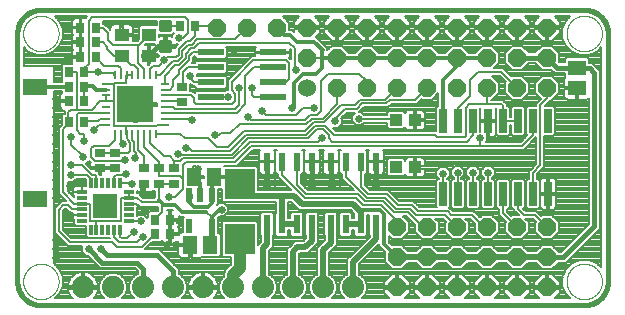
<source format=gtl>
G75*
%MOIN*%
%OFA0B0*%
%FSLAX25Y25*%
%IPPOS*%
%LPD*%
%AMOC8*
5,1,8,0,0,1.08239X$1,22.5*
%
%ADD10C,0.01600*%
%ADD11C,0.00000*%
%ADD12R,0.02362X0.06299*%
%ADD13R,0.05906X0.05118*%
%ADD14R,0.03543X0.02756*%
%ADD15R,0.02165X0.04724*%
%ADD16R,0.10000X0.10000*%
%ADD17R,0.05118X0.05906*%
%ADD18OC8,0.06000*%
%ADD19R,0.03937X0.03937*%
%ADD20R,0.01181X0.03346*%
%ADD21R,0.03346X0.01181*%
%ADD22R,0.07874X0.07874*%
%ADD23R,0.02756X0.03543*%
%ADD24R,0.03150X0.01120*%
%ADD25R,0.01120X0.03150*%
%ADD26R,0.12402X0.12402*%
%ADD27R,0.04724X0.04331*%
%ADD28R,0.08700X0.02400*%
%ADD29C,0.01181*%
%ADD30R,0.02600X0.08000*%
%ADD31R,0.07874X0.05512*%
%ADD32C,0.06000*%
%ADD33C,0.07400*%
%ADD34C,0.00600*%
%ADD35C,0.02500*%
%ADD36C,0.00800*%
%ADD37C,0.01200*%
%ADD38C,0.02000*%
%ADD39C,0.02400*%
%ADD40C,0.04000*%
D10*
X0017237Y0029063D02*
X0198339Y0029063D01*
X0198529Y0029065D01*
X0198719Y0029072D01*
X0198909Y0029084D01*
X0199099Y0029100D01*
X0199288Y0029120D01*
X0199477Y0029146D01*
X0199665Y0029175D01*
X0199852Y0029210D01*
X0200038Y0029249D01*
X0200223Y0029292D01*
X0200408Y0029340D01*
X0200591Y0029392D01*
X0200772Y0029448D01*
X0200952Y0029509D01*
X0201131Y0029575D01*
X0201308Y0029644D01*
X0201484Y0029718D01*
X0201657Y0029796D01*
X0201829Y0029879D01*
X0201998Y0029965D01*
X0202166Y0030055D01*
X0202331Y0030150D01*
X0202494Y0030248D01*
X0202654Y0030351D01*
X0202812Y0030457D01*
X0202967Y0030567D01*
X0203120Y0030680D01*
X0203270Y0030798D01*
X0203416Y0030919D01*
X0203560Y0031043D01*
X0203701Y0031171D01*
X0203839Y0031302D01*
X0203974Y0031437D01*
X0204105Y0031575D01*
X0204233Y0031716D01*
X0204357Y0031860D01*
X0204478Y0032006D01*
X0204596Y0032156D01*
X0204709Y0032309D01*
X0204819Y0032464D01*
X0204925Y0032622D01*
X0205028Y0032782D01*
X0205126Y0032945D01*
X0205221Y0033110D01*
X0205311Y0033278D01*
X0205397Y0033447D01*
X0205480Y0033619D01*
X0205558Y0033792D01*
X0205632Y0033968D01*
X0205701Y0034145D01*
X0205767Y0034324D01*
X0205828Y0034504D01*
X0205884Y0034685D01*
X0205936Y0034868D01*
X0205984Y0035053D01*
X0206027Y0035238D01*
X0206066Y0035424D01*
X0206101Y0035611D01*
X0206130Y0035799D01*
X0206156Y0035988D01*
X0206176Y0036177D01*
X0206192Y0036367D01*
X0206204Y0036557D01*
X0206211Y0036747D01*
X0206213Y0036937D01*
X0206213Y0119614D01*
X0206211Y0119804D01*
X0206204Y0119994D01*
X0206192Y0120184D01*
X0206176Y0120374D01*
X0206156Y0120563D01*
X0206130Y0120752D01*
X0206101Y0120940D01*
X0206066Y0121127D01*
X0206027Y0121313D01*
X0205984Y0121498D01*
X0205936Y0121683D01*
X0205884Y0121866D01*
X0205828Y0122047D01*
X0205767Y0122227D01*
X0205701Y0122406D01*
X0205632Y0122583D01*
X0205558Y0122759D01*
X0205480Y0122932D01*
X0205397Y0123104D01*
X0205311Y0123273D01*
X0205221Y0123441D01*
X0205126Y0123606D01*
X0205028Y0123769D01*
X0204925Y0123929D01*
X0204819Y0124087D01*
X0204709Y0124242D01*
X0204596Y0124395D01*
X0204478Y0124545D01*
X0204357Y0124691D01*
X0204233Y0124835D01*
X0204105Y0124976D01*
X0203974Y0125114D01*
X0203839Y0125249D01*
X0203701Y0125380D01*
X0203560Y0125508D01*
X0203416Y0125632D01*
X0203270Y0125753D01*
X0203120Y0125871D01*
X0202967Y0125984D01*
X0202812Y0126094D01*
X0202654Y0126200D01*
X0202494Y0126303D01*
X0202331Y0126401D01*
X0202166Y0126496D01*
X0201998Y0126586D01*
X0201829Y0126672D01*
X0201657Y0126755D01*
X0201484Y0126833D01*
X0201308Y0126907D01*
X0201131Y0126976D01*
X0200952Y0127042D01*
X0200772Y0127103D01*
X0200591Y0127159D01*
X0200408Y0127211D01*
X0200223Y0127259D01*
X0200038Y0127302D01*
X0199852Y0127341D01*
X0199665Y0127376D01*
X0199477Y0127405D01*
X0199288Y0127431D01*
X0199099Y0127451D01*
X0198909Y0127467D01*
X0198719Y0127479D01*
X0198529Y0127486D01*
X0198339Y0127488D01*
X0017237Y0127488D01*
X0017047Y0127486D01*
X0016857Y0127479D01*
X0016667Y0127467D01*
X0016477Y0127451D01*
X0016288Y0127431D01*
X0016099Y0127405D01*
X0015911Y0127376D01*
X0015724Y0127341D01*
X0015538Y0127302D01*
X0015353Y0127259D01*
X0015168Y0127211D01*
X0014985Y0127159D01*
X0014804Y0127103D01*
X0014624Y0127042D01*
X0014445Y0126976D01*
X0014268Y0126907D01*
X0014092Y0126833D01*
X0013919Y0126755D01*
X0013747Y0126672D01*
X0013578Y0126586D01*
X0013410Y0126496D01*
X0013245Y0126401D01*
X0013082Y0126303D01*
X0012922Y0126200D01*
X0012764Y0126094D01*
X0012609Y0125984D01*
X0012456Y0125871D01*
X0012306Y0125753D01*
X0012160Y0125632D01*
X0012016Y0125508D01*
X0011875Y0125380D01*
X0011737Y0125249D01*
X0011602Y0125114D01*
X0011471Y0124976D01*
X0011343Y0124835D01*
X0011219Y0124691D01*
X0011098Y0124545D01*
X0010980Y0124395D01*
X0010867Y0124242D01*
X0010757Y0124087D01*
X0010651Y0123929D01*
X0010548Y0123769D01*
X0010450Y0123606D01*
X0010355Y0123441D01*
X0010265Y0123273D01*
X0010179Y0123104D01*
X0010096Y0122932D01*
X0010018Y0122759D01*
X0009944Y0122583D01*
X0009875Y0122406D01*
X0009809Y0122227D01*
X0009748Y0122047D01*
X0009692Y0121866D01*
X0009640Y0121683D01*
X0009592Y0121498D01*
X0009549Y0121313D01*
X0009510Y0121127D01*
X0009475Y0120940D01*
X0009446Y0120752D01*
X0009420Y0120563D01*
X0009400Y0120374D01*
X0009384Y0120184D01*
X0009372Y0119994D01*
X0009365Y0119804D01*
X0009363Y0119614D01*
X0009363Y0036937D01*
X0009365Y0036747D01*
X0009372Y0036557D01*
X0009384Y0036367D01*
X0009400Y0036177D01*
X0009420Y0035988D01*
X0009446Y0035799D01*
X0009475Y0035611D01*
X0009510Y0035424D01*
X0009549Y0035238D01*
X0009592Y0035053D01*
X0009640Y0034868D01*
X0009692Y0034685D01*
X0009748Y0034504D01*
X0009809Y0034324D01*
X0009875Y0034145D01*
X0009944Y0033968D01*
X0010018Y0033792D01*
X0010096Y0033619D01*
X0010179Y0033447D01*
X0010265Y0033278D01*
X0010355Y0033110D01*
X0010450Y0032945D01*
X0010548Y0032782D01*
X0010651Y0032622D01*
X0010757Y0032464D01*
X0010867Y0032309D01*
X0010980Y0032156D01*
X0011098Y0032006D01*
X0011219Y0031860D01*
X0011343Y0031716D01*
X0011471Y0031575D01*
X0011602Y0031437D01*
X0011737Y0031302D01*
X0011875Y0031171D01*
X0012016Y0031043D01*
X0012160Y0030919D01*
X0012306Y0030798D01*
X0012456Y0030680D01*
X0012609Y0030567D01*
X0012764Y0030457D01*
X0012922Y0030351D01*
X0013082Y0030248D01*
X0013245Y0030150D01*
X0013410Y0030055D01*
X0013578Y0029965D01*
X0013747Y0029879D01*
X0013919Y0029796D01*
X0014092Y0029718D01*
X0014268Y0029644D01*
X0014445Y0029575D01*
X0014624Y0029509D01*
X0014804Y0029448D01*
X0014985Y0029392D01*
X0015168Y0029340D01*
X0015353Y0029292D01*
X0015538Y0029249D01*
X0015724Y0029210D01*
X0015911Y0029175D01*
X0016099Y0029146D01*
X0016288Y0029120D01*
X0016477Y0029100D01*
X0016667Y0029084D01*
X0016857Y0029072D01*
X0017047Y0029065D01*
X0017237Y0029063D01*
X0033100Y0047700D02*
X0037600Y0043200D01*
X0049300Y0043200D01*
X0051300Y0041200D01*
X0051300Y0034969D01*
X0061300Y0034969D02*
X0061300Y0040500D01*
X0055900Y0045900D01*
X0039100Y0045900D01*
X0037300Y0047700D01*
X0092500Y0071400D02*
X0092611Y0071511D01*
X0092611Y0076913D01*
X0107611Y0076913D02*
X0107611Y0071511D01*
X0107500Y0071400D01*
X0113871Y0071629D02*
X0114100Y0071400D01*
X0113871Y0071629D02*
X0113871Y0076913D01*
X0128871Y0076913D02*
X0128871Y0071471D01*
X0128800Y0071400D01*
X0175938Y0111583D02*
X0185938Y0111583D01*
X0189302Y0108219D01*
X0195955Y0108219D01*
X0196174Y0108000D01*
X0200200Y0108000D01*
X0201700Y0106500D01*
X0201700Y0055300D01*
X0191369Y0044969D01*
X0185938Y0044969D01*
X0058798Y0115287D02*
X0056414Y0115287D01*
X0053359Y0112232D01*
D11*
X0011331Y0119614D02*
X0011333Y0119767D01*
X0011339Y0119921D01*
X0011349Y0120074D01*
X0011363Y0120226D01*
X0011381Y0120379D01*
X0011403Y0120530D01*
X0011428Y0120681D01*
X0011458Y0120832D01*
X0011492Y0120982D01*
X0011529Y0121130D01*
X0011570Y0121278D01*
X0011615Y0121424D01*
X0011664Y0121570D01*
X0011717Y0121714D01*
X0011773Y0121856D01*
X0011833Y0121997D01*
X0011897Y0122137D01*
X0011964Y0122275D01*
X0012035Y0122411D01*
X0012110Y0122545D01*
X0012187Y0122677D01*
X0012269Y0122807D01*
X0012353Y0122935D01*
X0012441Y0123061D01*
X0012532Y0123184D01*
X0012626Y0123305D01*
X0012724Y0123423D01*
X0012824Y0123539D01*
X0012928Y0123652D01*
X0013034Y0123763D01*
X0013143Y0123871D01*
X0013255Y0123976D01*
X0013369Y0124077D01*
X0013487Y0124176D01*
X0013606Y0124272D01*
X0013728Y0124365D01*
X0013853Y0124454D01*
X0013980Y0124541D01*
X0014109Y0124623D01*
X0014240Y0124703D01*
X0014373Y0124779D01*
X0014508Y0124852D01*
X0014645Y0124921D01*
X0014784Y0124986D01*
X0014924Y0125048D01*
X0015066Y0125106D01*
X0015209Y0125161D01*
X0015354Y0125212D01*
X0015500Y0125259D01*
X0015647Y0125302D01*
X0015795Y0125341D01*
X0015944Y0125377D01*
X0016094Y0125408D01*
X0016245Y0125436D01*
X0016396Y0125460D01*
X0016549Y0125480D01*
X0016701Y0125496D01*
X0016854Y0125508D01*
X0017007Y0125516D01*
X0017160Y0125520D01*
X0017314Y0125520D01*
X0017467Y0125516D01*
X0017620Y0125508D01*
X0017773Y0125496D01*
X0017925Y0125480D01*
X0018078Y0125460D01*
X0018229Y0125436D01*
X0018380Y0125408D01*
X0018530Y0125377D01*
X0018679Y0125341D01*
X0018827Y0125302D01*
X0018974Y0125259D01*
X0019120Y0125212D01*
X0019265Y0125161D01*
X0019408Y0125106D01*
X0019550Y0125048D01*
X0019690Y0124986D01*
X0019829Y0124921D01*
X0019966Y0124852D01*
X0020101Y0124779D01*
X0020234Y0124703D01*
X0020365Y0124623D01*
X0020494Y0124541D01*
X0020621Y0124454D01*
X0020746Y0124365D01*
X0020868Y0124272D01*
X0020987Y0124176D01*
X0021105Y0124077D01*
X0021219Y0123976D01*
X0021331Y0123871D01*
X0021440Y0123763D01*
X0021546Y0123652D01*
X0021650Y0123539D01*
X0021750Y0123423D01*
X0021848Y0123305D01*
X0021942Y0123184D01*
X0022033Y0123061D01*
X0022121Y0122935D01*
X0022205Y0122807D01*
X0022287Y0122677D01*
X0022364Y0122545D01*
X0022439Y0122411D01*
X0022510Y0122275D01*
X0022577Y0122137D01*
X0022641Y0121997D01*
X0022701Y0121856D01*
X0022757Y0121714D01*
X0022810Y0121570D01*
X0022859Y0121424D01*
X0022904Y0121278D01*
X0022945Y0121130D01*
X0022982Y0120982D01*
X0023016Y0120832D01*
X0023046Y0120681D01*
X0023071Y0120530D01*
X0023093Y0120379D01*
X0023111Y0120226D01*
X0023125Y0120074D01*
X0023135Y0119921D01*
X0023141Y0119767D01*
X0023143Y0119614D01*
X0023141Y0119461D01*
X0023135Y0119307D01*
X0023125Y0119154D01*
X0023111Y0119002D01*
X0023093Y0118849D01*
X0023071Y0118698D01*
X0023046Y0118547D01*
X0023016Y0118396D01*
X0022982Y0118246D01*
X0022945Y0118098D01*
X0022904Y0117950D01*
X0022859Y0117804D01*
X0022810Y0117658D01*
X0022757Y0117514D01*
X0022701Y0117372D01*
X0022641Y0117231D01*
X0022577Y0117091D01*
X0022510Y0116953D01*
X0022439Y0116817D01*
X0022364Y0116683D01*
X0022287Y0116551D01*
X0022205Y0116421D01*
X0022121Y0116293D01*
X0022033Y0116167D01*
X0021942Y0116044D01*
X0021848Y0115923D01*
X0021750Y0115805D01*
X0021650Y0115689D01*
X0021546Y0115576D01*
X0021440Y0115465D01*
X0021331Y0115357D01*
X0021219Y0115252D01*
X0021105Y0115151D01*
X0020987Y0115052D01*
X0020868Y0114956D01*
X0020746Y0114863D01*
X0020621Y0114774D01*
X0020494Y0114687D01*
X0020365Y0114605D01*
X0020234Y0114525D01*
X0020101Y0114449D01*
X0019966Y0114376D01*
X0019829Y0114307D01*
X0019690Y0114242D01*
X0019550Y0114180D01*
X0019408Y0114122D01*
X0019265Y0114067D01*
X0019120Y0114016D01*
X0018974Y0113969D01*
X0018827Y0113926D01*
X0018679Y0113887D01*
X0018530Y0113851D01*
X0018380Y0113820D01*
X0018229Y0113792D01*
X0018078Y0113768D01*
X0017925Y0113748D01*
X0017773Y0113732D01*
X0017620Y0113720D01*
X0017467Y0113712D01*
X0017314Y0113708D01*
X0017160Y0113708D01*
X0017007Y0113712D01*
X0016854Y0113720D01*
X0016701Y0113732D01*
X0016549Y0113748D01*
X0016396Y0113768D01*
X0016245Y0113792D01*
X0016094Y0113820D01*
X0015944Y0113851D01*
X0015795Y0113887D01*
X0015647Y0113926D01*
X0015500Y0113969D01*
X0015354Y0114016D01*
X0015209Y0114067D01*
X0015066Y0114122D01*
X0014924Y0114180D01*
X0014784Y0114242D01*
X0014645Y0114307D01*
X0014508Y0114376D01*
X0014373Y0114449D01*
X0014240Y0114525D01*
X0014109Y0114605D01*
X0013980Y0114687D01*
X0013853Y0114774D01*
X0013728Y0114863D01*
X0013606Y0114956D01*
X0013487Y0115052D01*
X0013369Y0115151D01*
X0013255Y0115252D01*
X0013143Y0115357D01*
X0013034Y0115465D01*
X0012928Y0115576D01*
X0012824Y0115689D01*
X0012724Y0115805D01*
X0012626Y0115923D01*
X0012532Y0116044D01*
X0012441Y0116167D01*
X0012353Y0116293D01*
X0012269Y0116421D01*
X0012187Y0116551D01*
X0012110Y0116683D01*
X0012035Y0116817D01*
X0011964Y0116953D01*
X0011897Y0117091D01*
X0011833Y0117231D01*
X0011773Y0117372D01*
X0011717Y0117514D01*
X0011664Y0117658D01*
X0011615Y0117804D01*
X0011570Y0117950D01*
X0011529Y0118098D01*
X0011492Y0118246D01*
X0011458Y0118396D01*
X0011428Y0118547D01*
X0011403Y0118698D01*
X0011381Y0118849D01*
X0011363Y0119002D01*
X0011349Y0119154D01*
X0011339Y0119307D01*
X0011333Y0119461D01*
X0011331Y0119614D01*
X0011331Y0036937D02*
X0011333Y0037090D01*
X0011339Y0037244D01*
X0011349Y0037397D01*
X0011363Y0037549D01*
X0011381Y0037702D01*
X0011403Y0037853D01*
X0011428Y0038004D01*
X0011458Y0038155D01*
X0011492Y0038305D01*
X0011529Y0038453D01*
X0011570Y0038601D01*
X0011615Y0038747D01*
X0011664Y0038893D01*
X0011717Y0039037D01*
X0011773Y0039179D01*
X0011833Y0039320D01*
X0011897Y0039460D01*
X0011964Y0039598D01*
X0012035Y0039734D01*
X0012110Y0039868D01*
X0012187Y0040000D01*
X0012269Y0040130D01*
X0012353Y0040258D01*
X0012441Y0040384D01*
X0012532Y0040507D01*
X0012626Y0040628D01*
X0012724Y0040746D01*
X0012824Y0040862D01*
X0012928Y0040975D01*
X0013034Y0041086D01*
X0013143Y0041194D01*
X0013255Y0041299D01*
X0013369Y0041400D01*
X0013487Y0041499D01*
X0013606Y0041595D01*
X0013728Y0041688D01*
X0013853Y0041777D01*
X0013980Y0041864D01*
X0014109Y0041946D01*
X0014240Y0042026D01*
X0014373Y0042102D01*
X0014508Y0042175D01*
X0014645Y0042244D01*
X0014784Y0042309D01*
X0014924Y0042371D01*
X0015066Y0042429D01*
X0015209Y0042484D01*
X0015354Y0042535D01*
X0015500Y0042582D01*
X0015647Y0042625D01*
X0015795Y0042664D01*
X0015944Y0042700D01*
X0016094Y0042731D01*
X0016245Y0042759D01*
X0016396Y0042783D01*
X0016549Y0042803D01*
X0016701Y0042819D01*
X0016854Y0042831D01*
X0017007Y0042839D01*
X0017160Y0042843D01*
X0017314Y0042843D01*
X0017467Y0042839D01*
X0017620Y0042831D01*
X0017773Y0042819D01*
X0017925Y0042803D01*
X0018078Y0042783D01*
X0018229Y0042759D01*
X0018380Y0042731D01*
X0018530Y0042700D01*
X0018679Y0042664D01*
X0018827Y0042625D01*
X0018974Y0042582D01*
X0019120Y0042535D01*
X0019265Y0042484D01*
X0019408Y0042429D01*
X0019550Y0042371D01*
X0019690Y0042309D01*
X0019829Y0042244D01*
X0019966Y0042175D01*
X0020101Y0042102D01*
X0020234Y0042026D01*
X0020365Y0041946D01*
X0020494Y0041864D01*
X0020621Y0041777D01*
X0020746Y0041688D01*
X0020868Y0041595D01*
X0020987Y0041499D01*
X0021105Y0041400D01*
X0021219Y0041299D01*
X0021331Y0041194D01*
X0021440Y0041086D01*
X0021546Y0040975D01*
X0021650Y0040862D01*
X0021750Y0040746D01*
X0021848Y0040628D01*
X0021942Y0040507D01*
X0022033Y0040384D01*
X0022121Y0040258D01*
X0022205Y0040130D01*
X0022287Y0040000D01*
X0022364Y0039868D01*
X0022439Y0039734D01*
X0022510Y0039598D01*
X0022577Y0039460D01*
X0022641Y0039320D01*
X0022701Y0039179D01*
X0022757Y0039037D01*
X0022810Y0038893D01*
X0022859Y0038747D01*
X0022904Y0038601D01*
X0022945Y0038453D01*
X0022982Y0038305D01*
X0023016Y0038155D01*
X0023046Y0038004D01*
X0023071Y0037853D01*
X0023093Y0037702D01*
X0023111Y0037549D01*
X0023125Y0037397D01*
X0023135Y0037244D01*
X0023141Y0037090D01*
X0023143Y0036937D01*
X0023141Y0036784D01*
X0023135Y0036630D01*
X0023125Y0036477D01*
X0023111Y0036325D01*
X0023093Y0036172D01*
X0023071Y0036021D01*
X0023046Y0035870D01*
X0023016Y0035719D01*
X0022982Y0035569D01*
X0022945Y0035421D01*
X0022904Y0035273D01*
X0022859Y0035127D01*
X0022810Y0034981D01*
X0022757Y0034837D01*
X0022701Y0034695D01*
X0022641Y0034554D01*
X0022577Y0034414D01*
X0022510Y0034276D01*
X0022439Y0034140D01*
X0022364Y0034006D01*
X0022287Y0033874D01*
X0022205Y0033744D01*
X0022121Y0033616D01*
X0022033Y0033490D01*
X0021942Y0033367D01*
X0021848Y0033246D01*
X0021750Y0033128D01*
X0021650Y0033012D01*
X0021546Y0032899D01*
X0021440Y0032788D01*
X0021331Y0032680D01*
X0021219Y0032575D01*
X0021105Y0032474D01*
X0020987Y0032375D01*
X0020868Y0032279D01*
X0020746Y0032186D01*
X0020621Y0032097D01*
X0020494Y0032010D01*
X0020365Y0031928D01*
X0020234Y0031848D01*
X0020101Y0031772D01*
X0019966Y0031699D01*
X0019829Y0031630D01*
X0019690Y0031565D01*
X0019550Y0031503D01*
X0019408Y0031445D01*
X0019265Y0031390D01*
X0019120Y0031339D01*
X0018974Y0031292D01*
X0018827Y0031249D01*
X0018679Y0031210D01*
X0018530Y0031174D01*
X0018380Y0031143D01*
X0018229Y0031115D01*
X0018078Y0031091D01*
X0017925Y0031071D01*
X0017773Y0031055D01*
X0017620Y0031043D01*
X0017467Y0031035D01*
X0017314Y0031031D01*
X0017160Y0031031D01*
X0017007Y0031035D01*
X0016854Y0031043D01*
X0016701Y0031055D01*
X0016549Y0031071D01*
X0016396Y0031091D01*
X0016245Y0031115D01*
X0016094Y0031143D01*
X0015944Y0031174D01*
X0015795Y0031210D01*
X0015647Y0031249D01*
X0015500Y0031292D01*
X0015354Y0031339D01*
X0015209Y0031390D01*
X0015066Y0031445D01*
X0014924Y0031503D01*
X0014784Y0031565D01*
X0014645Y0031630D01*
X0014508Y0031699D01*
X0014373Y0031772D01*
X0014240Y0031848D01*
X0014109Y0031928D01*
X0013980Y0032010D01*
X0013853Y0032097D01*
X0013728Y0032186D01*
X0013606Y0032279D01*
X0013487Y0032375D01*
X0013369Y0032474D01*
X0013255Y0032575D01*
X0013143Y0032680D01*
X0013034Y0032788D01*
X0012928Y0032899D01*
X0012824Y0033012D01*
X0012724Y0033128D01*
X0012626Y0033246D01*
X0012532Y0033367D01*
X0012441Y0033490D01*
X0012353Y0033616D01*
X0012269Y0033744D01*
X0012187Y0033874D01*
X0012110Y0034006D01*
X0012035Y0034140D01*
X0011964Y0034276D01*
X0011897Y0034414D01*
X0011833Y0034554D01*
X0011773Y0034695D01*
X0011717Y0034837D01*
X0011664Y0034981D01*
X0011615Y0035127D01*
X0011570Y0035273D01*
X0011529Y0035421D01*
X0011492Y0035569D01*
X0011458Y0035719D01*
X0011428Y0035870D01*
X0011403Y0036021D01*
X0011381Y0036172D01*
X0011363Y0036325D01*
X0011349Y0036477D01*
X0011339Y0036630D01*
X0011333Y0036784D01*
X0011331Y0036937D01*
X0192433Y0036937D02*
X0192435Y0037090D01*
X0192441Y0037244D01*
X0192451Y0037397D01*
X0192465Y0037549D01*
X0192483Y0037702D01*
X0192505Y0037853D01*
X0192530Y0038004D01*
X0192560Y0038155D01*
X0192594Y0038305D01*
X0192631Y0038453D01*
X0192672Y0038601D01*
X0192717Y0038747D01*
X0192766Y0038893D01*
X0192819Y0039037D01*
X0192875Y0039179D01*
X0192935Y0039320D01*
X0192999Y0039460D01*
X0193066Y0039598D01*
X0193137Y0039734D01*
X0193212Y0039868D01*
X0193289Y0040000D01*
X0193371Y0040130D01*
X0193455Y0040258D01*
X0193543Y0040384D01*
X0193634Y0040507D01*
X0193728Y0040628D01*
X0193826Y0040746D01*
X0193926Y0040862D01*
X0194030Y0040975D01*
X0194136Y0041086D01*
X0194245Y0041194D01*
X0194357Y0041299D01*
X0194471Y0041400D01*
X0194589Y0041499D01*
X0194708Y0041595D01*
X0194830Y0041688D01*
X0194955Y0041777D01*
X0195082Y0041864D01*
X0195211Y0041946D01*
X0195342Y0042026D01*
X0195475Y0042102D01*
X0195610Y0042175D01*
X0195747Y0042244D01*
X0195886Y0042309D01*
X0196026Y0042371D01*
X0196168Y0042429D01*
X0196311Y0042484D01*
X0196456Y0042535D01*
X0196602Y0042582D01*
X0196749Y0042625D01*
X0196897Y0042664D01*
X0197046Y0042700D01*
X0197196Y0042731D01*
X0197347Y0042759D01*
X0197498Y0042783D01*
X0197651Y0042803D01*
X0197803Y0042819D01*
X0197956Y0042831D01*
X0198109Y0042839D01*
X0198262Y0042843D01*
X0198416Y0042843D01*
X0198569Y0042839D01*
X0198722Y0042831D01*
X0198875Y0042819D01*
X0199027Y0042803D01*
X0199180Y0042783D01*
X0199331Y0042759D01*
X0199482Y0042731D01*
X0199632Y0042700D01*
X0199781Y0042664D01*
X0199929Y0042625D01*
X0200076Y0042582D01*
X0200222Y0042535D01*
X0200367Y0042484D01*
X0200510Y0042429D01*
X0200652Y0042371D01*
X0200792Y0042309D01*
X0200931Y0042244D01*
X0201068Y0042175D01*
X0201203Y0042102D01*
X0201336Y0042026D01*
X0201467Y0041946D01*
X0201596Y0041864D01*
X0201723Y0041777D01*
X0201848Y0041688D01*
X0201970Y0041595D01*
X0202089Y0041499D01*
X0202207Y0041400D01*
X0202321Y0041299D01*
X0202433Y0041194D01*
X0202542Y0041086D01*
X0202648Y0040975D01*
X0202752Y0040862D01*
X0202852Y0040746D01*
X0202950Y0040628D01*
X0203044Y0040507D01*
X0203135Y0040384D01*
X0203223Y0040258D01*
X0203307Y0040130D01*
X0203389Y0040000D01*
X0203466Y0039868D01*
X0203541Y0039734D01*
X0203612Y0039598D01*
X0203679Y0039460D01*
X0203743Y0039320D01*
X0203803Y0039179D01*
X0203859Y0039037D01*
X0203912Y0038893D01*
X0203961Y0038747D01*
X0204006Y0038601D01*
X0204047Y0038453D01*
X0204084Y0038305D01*
X0204118Y0038155D01*
X0204148Y0038004D01*
X0204173Y0037853D01*
X0204195Y0037702D01*
X0204213Y0037549D01*
X0204227Y0037397D01*
X0204237Y0037244D01*
X0204243Y0037090D01*
X0204245Y0036937D01*
X0204243Y0036784D01*
X0204237Y0036630D01*
X0204227Y0036477D01*
X0204213Y0036325D01*
X0204195Y0036172D01*
X0204173Y0036021D01*
X0204148Y0035870D01*
X0204118Y0035719D01*
X0204084Y0035569D01*
X0204047Y0035421D01*
X0204006Y0035273D01*
X0203961Y0035127D01*
X0203912Y0034981D01*
X0203859Y0034837D01*
X0203803Y0034695D01*
X0203743Y0034554D01*
X0203679Y0034414D01*
X0203612Y0034276D01*
X0203541Y0034140D01*
X0203466Y0034006D01*
X0203389Y0033874D01*
X0203307Y0033744D01*
X0203223Y0033616D01*
X0203135Y0033490D01*
X0203044Y0033367D01*
X0202950Y0033246D01*
X0202852Y0033128D01*
X0202752Y0033012D01*
X0202648Y0032899D01*
X0202542Y0032788D01*
X0202433Y0032680D01*
X0202321Y0032575D01*
X0202207Y0032474D01*
X0202089Y0032375D01*
X0201970Y0032279D01*
X0201848Y0032186D01*
X0201723Y0032097D01*
X0201596Y0032010D01*
X0201467Y0031928D01*
X0201336Y0031848D01*
X0201203Y0031772D01*
X0201068Y0031699D01*
X0200931Y0031630D01*
X0200792Y0031565D01*
X0200652Y0031503D01*
X0200510Y0031445D01*
X0200367Y0031390D01*
X0200222Y0031339D01*
X0200076Y0031292D01*
X0199929Y0031249D01*
X0199781Y0031210D01*
X0199632Y0031174D01*
X0199482Y0031143D01*
X0199331Y0031115D01*
X0199180Y0031091D01*
X0199027Y0031071D01*
X0198875Y0031055D01*
X0198722Y0031043D01*
X0198569Y0031035D01*
X0198416Y0031031D01*
X0198262Y0031031D01*
X0198109Y0031035D01*
X0197956Y0031043D01*
X0197803Y0031055D01*
X0197651Y0031071D01*
X0197498Y0031091D01*
X0197347Y0031115D01*
X0197196Y0031143D01*
X0197046Y0031174D01*
X0196897Y0031210D01*
X0196749Y0031249D01*
X0196602Y0031292D01*
X0196456Y0031339D01*
X0196311Y0031390D01*
X0196168Y0031445D01*
X0196026Y0031503D01*
X0195886Y0031565D01*
X0195747Y0031630D01*
X0195610Y0031699D01*
X0195475Y0031772D01*
X0195342Y0031848D01*
X0195211Y0031928D01*
X0195082Y0032010D01*
X0194955Y0032097D01*
X0194830Y0032186D01*
X0194708Y0032279D01*
X0194589Y0032375D01*
X0194471Y0032474D01*
X0194357Y0032575D01*
X0194245Y0032680D01*
X0194136Y0032788D01*
X0194030Y0032899D01*
X0193926Y0033012D01*
X0193826Y0033128D01*
X0193728Y0033246D01*
X0193634Y0033367D01*
X0193543Y0033490D01*
X0193455Y0033616D01*
X0193371Y0033744D01*
X0193289Y0033874D01*
X0193212Y0034006D01*
X0193137Y0034140D01*
X0193066Y0034276D01*
X0192999Y0034414D01*
X0192935Y0034554D01*
X0192875Y0034695D01*
X0192819Y0034837D01*
X0192766Y0034981D01*
X0192717Y0035127D01*
X0192672Y0035273D01*
X0192631Y0035421D01*
X0192594Y0035569D01*
X0192560Y0035719D01*
X0192530Y0035870D01*
X0192505Y0036021D01*
X0192483Y0036172D01*
X0192465Y0036325D01*
X0192451Y0036477D01*
X0192441Y0036630D01*
X0192435Y0036784D01*
X0192433Y0036937D01*
X0192433Y0119614D02*
X0192435Y0119767D01*
X0192441Y0119921D01*
X0192451Y0120074D01*
X0192465Y0120226D01*
X0192483Y0120379D01*
X0192505Y0120530D01*
X0192530Y0120681D01*
X0192560Y0120832D01*
X0192594Y0120982D01*
X0192631Y0121130D01*
X0192672Y0121278D01*
X0192717Y0121424D01*
X0192766Y0121570D01*
X0192819Y0121714D01*
X0192875Y0121856D01*
X0192935Y0121997D01*
X0192999Y0122137D01*
X0193066Y0122275D01*
X0193137Y0122411D01*
X0193212Y0122545D01*
X0193289Y0122677D01*
X0193371Y0122807D01*
X0193455Y0122935D01*
X0193543Y0123061D01*
X0193634Y0123184D01*
X0193728Y0123305D01*
X0193826Y0123423D01*
X0193926Y0123539D01*
X0194030Y0123652D01*
X0194136Y0123763D01*
X0194245Y0123871D01*
X0194357Y0123976D01*
X0194471Y0124077D01*
X0194589Y0124176D01*
X0194708Y0124272D01*
X0194830Y0124365D01*
X0194955Y0124454D01*
X0195082Y0124541D01*
X0195211Y0124623D01*
X0195342Y0124703D01*
X0195475Y0124779D01*
X0195610Y0124852D01*
X0195747Y0124921D01*
X0195886Y0124986D01*
X0196026Y0125048D01*
X0196168Y0125106D01*
X0196311Y0125161D01*
X0196456Y0125212D01*
X0196602Y0125259D01*
X0196749Y0125302D01*
X0196897Y0125341D01*
X0197046Y0125377D01*
X0197196Y0125408D01*
X0197347Y0125436D01*
X0197498Y0125460D01*
X0197651Y0125480D01*
X0197803Y0125496D01*
X0197956Y0125508D01*
X0198109Y0125516D01*
X0198262Y0125520D01*
X0198416Y0125520D01*
X0198569Y0125516D01*
X0198722Y0125508D01*
X0198875Y0125496D01*
X0199027Y0125480D01*
X0199180Y0125460D01*
X0199331Y0125436D01*
X0199482Y0125408D01*
X0199632Y0125377D01*
X0199781Y0125341D01*
X0199929Y0125302D01*
X0200076Y0125259D01*
X0200222Y0125212D01*
X0200367Y0125161D01*
X0200510Y0125106D01*
X0200652Y0125048D01*
X0200792Y0124986D01*
X0200931Y0124921D01*
X0201068Y0124852D01*
X0201203Y0124779D01*
X0201336Y0124703D01*
X0201467Y0124623D01*
X0201596Y0124541D01*
X0201723Y0124454D01*
X0201848Y0124365D01*
X0201970Y0124272D01*
X0202089Y0124176D01*
X0202207Y0124077D01*
X0202321Y0123976D01*
X0202433Y0123871D01*
X0202542Y0123763D01*
X0202648Y0123652D01*
X0202752Y0123539D01*
X0202852Y0123423D01*
X0202950Y0123305D01*
X0203044Y0123184D01*
X0203135Y0123061D01*
X0203223Y0122935D01*
X0203307Y0122807D01*
X0203389Y0122677D01*
X0203466Y0122545D01*
X0203541Y0122411D01*
X0203612Y0122275D01*
X0203679Y0122137D01*
X0203743Y0121997D01*
X0203803Y0121856D01*
X0203859Y0121714D01*
X0203912Y0121570D01*
X0203961Y0121424D01*
X0204006Y0121278D01*
X0204047Y0121130D01*
X0204084Y0120982D01*
X0204118Y0120832D01*
X0204148Y0120681D01*
X0204173Y0120530D01*
X0204195Y0120379D01*
X0204213Y0120226D01*
X0204227Y0120074D01*
X0204237Y0119921D01*
X0204243Y0119767D01*
X0204245Y0119614D01*
X0204243Y0119461D01*
X0204237Y0119307D01*
X0204227Y0119154D01*
X0204213Y0119002D01*
X0204195Y0118849D01*
X0204173Y0118698D01*
X0204148Y0118547D01*
X0204118Y0118396D01*
X0204084Y0118246D01*
X0204047Y0118098D01*
X0204006Y0117950D01*
X0203961Y0117804D01*
X0203912Y0117658D01*
X0203859Y0117514D01*
X0203803Y0117372D01*
X0203743Y0117231D01*
X0203679Y0117091D01*
X0203612Y0116953D01*
X0203541Y0116817D01*
X0203466Y0116683D01*
X0203389Y0116551D01*
X0203307Y0116421D01*
X0203223Y0116293D01*
X0203135Y0116167D01*
X0203044Y0116044D01*
X0202950Y0115923D01*
X0202852Y0115805D01*
X0202752Y0115689D01*
X0202648Y0115576D01*
X0202542Y0115465D01*
X0202433Y0115357D01*
X0202321Y0115252D01*
X0202207Y0115151D01*
X0202089Y0115052D01*
X0201970Y0114956D01*
X0201848Y0114863D01*
X0201723Y0114774D01*
X0201596Y0114687D01*
X0201467Y0114605D01*
X0201336Y0114525D01*
X0201203Y0114449D01*
X0201068Y0114376D01*
X0200931Y0114307D01*
X0200792Y0114242D01*
X0200652Y0114180D01*
X0200510Y0114122D01*
X0200367Y0114067D01*
X0200222Y0114016D01*
X0200076Y0113969D01*
X0199929Y0113926D01*
X0199781Y0113887D01*
X0199632Y0113851D01*
X0199482Y0113820D01*
X0199331Y0113792D01*
X0199180Y0113768D01*
X0199027Y0113748D01*
X0198875Y0113732D01*
X0198722Y0113720D01*
X0198569Y0113712D01*
X0198416Y0113708D01*
X0198262Y0113708D01*
X0198109Y0113712D01*
X0197956Y0113720D01*
X0197803Y0113732D01*
X0197651Y0113748D01*
X0197498Y0113768D01*
X0197347Y0113792D01*
X0197196Y0113820D01*
X0197046Y0113851D01*
X0196897Y0113887D01*
X0196749Y0113926D01*
X0196602Y0113969D01*
X0196456Y0114016D01*
X0196311Y0114067D01*
X0196168Y0114122D01*
X0196026Y0114180D01*
X0195886Y0114242D01*
X0195747Y0114307D01*
X0195610Y0114376D01*
X0195475Y0114449D01*
X0195342Y0114525D01*
X0195211Y0114605D01*
X0195082Y0114687D01*
X0194955Y0114774D01*
X0194830Y0114863D01*
X0194708Y0114956D01*
X0194589Y0115052D01*
X0194471Y0115151D01*
X0194357Y0115252D01*
X0194245Y0115357D01*
X0194136Y0115465D01*
X0194030Y0115576D01*
X0193926Y0115689D01*
X0193826Y0115805D01*
X0193728Y0115923D01*
X0193634Y0116044D01*
X0193543Y0116167D01*
X0193455Y0116293D01*
X0193371Y0116421D01*
X0193289Y0116551D01*
X0193212Y0116683D01*
X0193137Y0116817D01*
X0193066Y0116953D01*
X0192999Y0117091D01*
X0192935Y0117231D01*
X0192875Y0117372D01*
X0192819Y0117514D01*
X0192766Y0117658D01*
X0192717Y0117804D01*
X0192672Y0117950D01*
X0192631Y0118098D01*
X0192594Y0118246D01*
X0192560Y0118396D01*
X0192530Y0118547D01*
X0192505Y0118698D01*
X0192483Y0118849D01*
X0192465Y0119002D01*
X0192451Y0119154D01*
X0192441Y0119307D01*
X0192435Y0119461D01*
X0192433Y0119614D01*
D12*
X0128871Y0076913D03*
X0123871Y0076913D03*
X0118871Y0076913D03*
X0113871Y0076913D03*
X0107611Y0076913D03*
X0102611Y0076913D03*
X0097611Y0076913D03*
X0092611Y0076913D03*
X0092611Y0056016D03*
X0097572Y0056016D03*
X0102572Y0056016D03*
X0107572Y0056016D03*
X0113871Y0056016D03*
X0118831Y0056016D03*
X0123831Y0056016D03*
X0128831Y0056016D03*
D13*
X0195955Y0101526D03*
X0195955Y0108219D03*
D14*
X0064207Y0101824D03*
X0064207Y0096706D03*
X0041843Y0079850D03*
X0036922Y0079850D03*
X0036922Y0074732D03*
X0041843Y0074732D03*
X0051762Y0074619D03*
X0056683Y0074619D03*
X0061605Y0074619D03*
X0061605Y0069501D03*
X0056683Y0069501D03*
X0051762Y0069501D03*
D15*
X0066646Y0065630D03*
X0070387Y0065630D03*
X0074127Y0065630D03*
X0074127Y0055393D03*
X0066646Y0055393D03*
D16*
X0083482Y0050992D03*
X0083482Y0069492D03*
D17*
X0075060Y0071677D03*
X0068367Y0071677D03*
X0067040Y0049001D03*
X0073733Y0049001D03*
D18*
X0135938Y0044969D03*
X0145938Y0044969D03*
X0155938Y0044969D03*
X0165938Y0044969D03*
X0175938Y0044969D03*
X0185938Y0044969D03*
X0185938Y0054969D03*
X0175938Y0054969D03*
X0165938Y0054969D03*
X0155938Y0054969D03*
X0145938Y0054969D03*
X0135938Y0054969D03*
X0135938Y0034969D03*
X0145938Y0034969D03*
X0155938Y0034969D03*
X0165938Y0034969D03*
X0175938Y0034969D03*
X0185938Y0034969D03*
X0185938Y0101583D03*
X0175938Y0101583D03*
X0165938Y0101583D03*
X0155938Y0101583D03*
X0145938Y0101583D03*
X0135938Y0101583D03*
X0125938Y0101583D03*
X0115938Y0101583D03*
X0115938Y0111583D03*
X0125938Y0111583D03*
X0135938Y0111583D03*
X0145938Y0111583D03*
X0155938Y0111583D03*
X0165938Y0111583D03*
X0175938Y0111583D03*
X0185938Y0111583D03*
X0185938Y0121583D03*
X0175938Y0121583D03*
X0165938Y0121583D03*
X0155938Y0121583D03*
X0145938Y0121583D03*
X0135938Y0121583D03*
X0125938Y0121583D03*
X0115938Y0121583D03*
X0105938Y0121583D03*
X0095938Y0121583D03*
X0085938Y0121583D03*
X0075938Y0121583D03*
X0105938Y0111583D03*
D19*
X0135612Y0090711D03*
X0141911Y0090711D03*
X0141911Y0074963D03*
X0135612Y0074963D03*
D20*
X0043615Y0069713D03*
X0041646Y0069713D03*
X0039678Y0069713D03*
X0037709Y0069713D03*
X0035741Y0069713D03*
X0033772Y0069713D03*
X0033772Y0054161D03*
X0035741Y0054161D03*
X0037709Y0054161D03*
X0039678Y0054161D03*
X0041646Y0054161D03*
X0043615Y0054161D03*
D21*
X0046469Y0057016D03*
X0046469Y0058984D03*
X0046469Y0060953D03*
X0046469Y0062921D03*
X0046469Y0064890D03*
X0046469Y0066858D03*
X0030918Y0066858D03*
X0030918Y0064890D03*
X0030918Y0062921D03*
X0030918Y0060953D03*
X0030918Y0058984D03*
X0030918Y0057016D03*
D22*
X0038694Y0061937D03*
D23*
X0055258Y0057530D03*
X0060376Y0057530D03*
X0060376Y0052761D03*
X0055258Y0052761D03*
X0031607Y0090087D03*
X0026489Y0090087D03*
X0026489Y0096976D03*
X0031607Y0096976D03*
X0031607Y0101898D03*
X0026489Y0101898D03*
X0026489Y0106819D03*
X0031607Y0106819D03*
X0030426Y0111740D03*
X0035544Y0111740D03*
X0035544Y0116661D03*
X0030426Y0116661D03*
X0030426Y0121583D03*
X0035544Y0121583D03*
X0063573Y0122187D03*
X0068691Y0122187D03*
D24*
X0058576Y0102882D03*
X0058576Y0100913D03*
X0058576Y0098945D03*
X0058576Y0096976D03*
X0058576Y0095008D03*
X0058576Y0093039D03*
X0058576Y0091071D03*
X0058576Y0089102D03*
X0038891Y0089102D03*
X0038891Y0091071D03*
X0038891Y0093039D03*
X0038891Y0095008D03*
X0038891Y0096976D03*
X0038891Y0098945D03*
X0038891Y0100913D03*
X0038891Y0102882D03*
D25*
X0041843Y0105835D03*
X0043812Y0105835D03*
X0045780Y0105835D03*
X0047749Y0105835D03*
X0049717Y0105835D03*
X0051686Y0105835D03*
X0053654Y0105835D03*
X0055623Y0105835D03*
X0055623Y0086150D03*
X0053654Y0086150D03*
X0051686Y0086150D03*
X0049717Y0086150D03*
X0047749Y0086150D03*
X0045780Y0086150D03*
X0043812Y0086150D03*
X0041843Y0086150D03*
D26*
X0048733Y0095992D03*
D27*
X0044107Y0112232D03*
X0044107Y0119122D03*
X0053359Y0119122D03*
X0053359Y0112232D03*
D28*
X0073866Y0113335D03*
X0073866Y0108335D03*
X0073866Y0103335D03*
X0073866Y0098335D03*
X0094466Y0098335D03*
X0094466Y0103335D03*
X0094466Y0108335D03*
X0094466Y0113335D03*
D29*
X0060176Y0116665D02*
X0057420Y0116665D01*
X0060176Y0116665D02*
X0060176Y0113909D01*
X0057420Y0113909D01*
X0057420Y0116665D01*
X0057420Y0115089D02*
X0060176Y0115089D01*
X0060176Y0116269D02*
X0057420Y0116269D01*
X0057420Y0123571D02*
X0060176Y0123571D01*
X0060176Y0120815D01*
X0057420Y0120815D01*
X0057420Y0123571D01*
X0057420Y0121995D02*
X0060176Y0121995D01*
X0060176Y0123175D02*
X0057420Y0123175D01*
D30*
X0151312Y0090376D03*
X0156312Y0090376D03*
X0161312Y0090376D03*
X0166312Y0090376D03*
X0171312Y0090376D03*
X0176312Y0090376D03*
X0181312Y0090376D03*
X0186312Y0090376D03*
X0186312Y0066176D03*
X0181312Y0066176D03*
X0176312Y0066176D03*
X0171312Y0066176D03*
X0166312Y0066176D03*
X0161312Y0066176D03*
X0156312Y0066176D03*
X0151312Y0066176D03*
D31*
X0015269Y0064496D03*
X0015269Y0101898D03*
D32*
X0105938Y0101583D03*
D33*
X0101300Y0034969D03*
X0091300Y0034969D03*
X0081300Y0034969D03*
X0071300Y0034969D03*
X0061300Y0034969D03*
X0051300Y0034969D03*
X0041300Y0034969D03*
X0031300Y0034969D03*
X0111300Y0034969D03*
X0121300Y0034969D03*
D34*
X0135938Y0054969D02*
X0136038Y0057062D01*
X0130700Y0062400D01*
X0124600Y0062400D01*
X0122200Y0064800D01*
X0105100Y0064800D01*
X0097611Y0072289D01*
X0097611Y0076913D01*
X0102611Y0076913D02*
X0102611Y0069089D01*
X0105700Y0066000D01*
X0122800Y0066000D01*
X0125200Y0063600D01*
X0131300Y0063600D01*
X0134900Y0060000D01*
X0139600Y0060000D01*
X0144631Y0054969D01*
X0145938Y0054969D01*
X0142300Y0059100D02*
X0151900Y0059100D01*
X0155938Y0055062D01*
X0155938Y0054969D01*
X0154000Y0059100D02*
X0160900Y0059100D01*
X0165031Y0054969D01*
X0165938Y0054969D01*
X0171312Y0059594D02*
X0175938Y0054969D01*
X0178300Y0059100D02*
X0181806Y0059100D01*
X0185938Y0054969D01*
X0178300Y0059100D02*
X0176312Y0061088D01*
X0176312Y0066176D01*
X0181312Y0066176D02*
X0181312Y0073212D01*
X0183700Y0075600D01*
X0183700Y0095700D01*
X0185938Y0097938D01*
X0185938Y0101583D01*
X0175938Y0101583D02*
X0170720Y0106800D01*
X0163000Y0106800D01*
X0160300Y0104100D01*
X0160300Y0098700D01*
X0156400Y0094800D01*
X0156400Y0090287D01*
X0156312Y0090376D01*
X0161312Y0090376D02*
X0161312Y0085612D01*
X0159100Y0083400D01*
X0114400Y0083400D01*
X0113200Y0084600D01*
X0113200Y0085800D01*
X0111400Y0087600D01*
X0109300Y0087600D01*
X0106300Y0084600D01*
X0086200Y0084600D01*
X0080800Y0079200D01*
X0063100Y0079200D01*
X0062800Y0079500D01*
X0064600Y0078000D02*
X0063695Y0077095D01*
X0061605Y0077095D01*
X0061605Y0074619D01*
X0064600Y0075900D02*
X0065500Y0076800D01*
X0082000Y0076800D01*
X0087400Y0082200D01*
X0163300Y0082200D01*
X0163600Y0082500D01*
X0163600Y0084600D01*
X0163300Y0082200D02*
X0177700Y0082200D01*
X0181300Y0085800D01*
X0181300Y0090364D01*
X0181312Y0090376D01*
X0176312Y0090376D02*
X0171312Y0090376D01*
X0171400Y0090464D01*
X0171400Y0095400D01*
X0170800Y0096000D01*
X0165400Y0096000D01*
X0165938Y0096538D01*
X0165938Y0101583D01*
X0165400Y0096000D02*
X0160000Y0096000D01*
X0158800Y0094800D01*
X0158800Y0085500D01*
X0158500Y0085200D01*
X0149200Y0085200D01*
X0148600Y0085800D01*
X0115000Y0085800D01*
X0112000Y0088800D01*
X0108700Y0088800D01*
X0105700Y0085800D01*
X0085600Y0085800D01*
X0080200Y0080400D01*
X0067600Y0080400D01*
X0066400Y0081600D01*
X0065500Y0081500D01*
X0065200Y0084600D02*
X0073000Y0084600D01*
X0076000Y0081600D01*
X0079600Y0081600D01*
X0085000Y0087000D01*
X0105100Y0087000D01*
X0108100Y0090000D01*
X0111700Y0090000D01*
X0117400Y0095700D01*
X0121900Y0095700D01*
X0123700Y0097500D01*
X0131800Y0097500D01*
X0135883Y0101583D01*
X0135938Y0101583D01*
X0133600Y0097500D02*
X0142000Y0097500D01*
X0145938Y0101438D01*
X0145938Y0101583D01*
X0133600Y0097500D02*
X0132400Y0096300D01*
X0124300Y0096300D01*
X0122500Y0094500D01*
X0118600Y0094500D01*
X0115300Y0091200D01*
X0115300Y0090300D01*
X0111100Y0091200D02*
X0115900Y0096000D01*
X0115900Y0101545D01*
X0115938Y0101583D01*
X0112900Y0106200D02*
X0123400Y0106200D01*
X0125938Y0103662D01*
X0125938Y0101583D01*
X0123100Y0091200D02*
X0135123Y0091200D01*
X0135612Y0090711D01*
X0123871Y0076913D02*
X0123871Y0068529D01*
X0126400Y0066000D01*
X0132500Y0066000D01*
X0136100Y0062400D01*
X0140800Y0062400D01*
X0142900Y0060300D01*
X0152800Y0060300D01*
X0154000Y0059100D01*
X0156312Y0066176D02*
X0156100Y0066387D01*
X0156100Y0073200D01*
X0151300Y0072900D02*
X0151300Y0066187D01*
X0151312Y0066176D01*
X0161200Y0066287D02*
X0161200Y0073200D01*
X0166300Y0073200D02*
X0166300Y0066187D01*
X0166312Y0066176D01*
X0171312Y0066176D02*
X0171312Y0059594D01*
X0161312Y0066176D02*
X0161200Y0066287D01*
X0142300Y0059100D02*
X0140200Y0061200D01*
X0135500Y0061200D01*
X0131900Y0064800D01*
X0125800Y0064800D01*
X0118871Y0071729D01*
X0118871Y0076913D01*
X0110800Y0084600D02*
X0109600Y0083400D01*
X0086800Y0083400D01*
X0081400Y0078000D01*
X0064600Y0078000D01*
X0061605Y0077095D02*
X0060100Y0078600D01*
X0058300Y0078600D01*
X0053654Y0083246D01*
X0053654Y0086150D01*
X0051686Y0086150D02*
X0051686Y0081914D01*
X0056683Y0076917D01*
X0056683Y0074619D01*
X0056683Y0072000D01*
X0063700Y0072000D01*
X0064600Y0071100D01*
X0064600Y0075900D01*
X0064600Y0071100D02*
X0064600Y0067800D01*
X0061900Y0065100D01*
X0059800Y0065100D01*
X0061605Y0069501D02*
X0056683Y0069501D01*
X0056500Y0069317D01*
X0051762Y0069501D02*
X0050662Y0067838D01*
X0051200Y0066700D01*
X0047500Y0069500D02*
X0047087Y0069713D01*
X0043615Y0069713D01*
X0041646Y0069713D02*
X0041646Y0071846D01*
X0042100Y0072300D01*
X0044800Y0072300D01*
X0045500Y0072900D01*
X0051700Y0074681D02*
X0051762Y0074619D01*
X0051881Y0074619D01*
X0051900Y0074600D01*
X0051700Y0074681D02*
X0051700Y0078900D01*
X0049717Y0080883D01*
X0049717Y0086150D01*
X0047749Y0086150D02*
X0047749Y0084051D01*
X0048400Y0083400D01*
X0048400Y0080400D01*
X0049000Y0079800D01*
X0049000Y0078300D01*
X0048700Y0078200D01*
X0045400Y0077400D02*
X0045100Y0077100D01*
X0035200Y0077100D01*
X0034000Y0078300D01*
X0034000Y0081400D01*
X0034800Y0082200D01*
X0040000Y0082200D01*
X0041800Y0084000D01*
X0041800Y0086106D01*
X0041843Y0086150D01*
X0043812Y0086150D02*
X0043812Y0083688D01*
X0044600Y0082800D01*
X0046700Y0083400D02*
X0046800Y0083200D01*
X0046800Y0082300D01*
X0046700Y0083400D02*
X0046600Y0083700D01*
X0046400Y0084100D01*
X0045780Y0084820D01*
X0045780Y0086150D01*
X0045700Y0086230D01*
X0045700Y0088800D01*
X0055600Y0088800D01*
X0055900Y0089100D01*
X0058573Y0089100D01*
X0058576Y0089102D01*
X0055623Y0086150D02*
X0055672Y0086100D01*
X0063700Y0086100D01*
X0065200Y0084600D01*
X0067600Y0090900D02*
X0067129Y0091071D01*
X0058576Y0091071D01*
X0058576Y0093039D02*
X0058676Y0093139D01*
X0082539Y0093139D01*
X0085400Y0096000D01*
X0085400Y0105500D01*
X0088300Y0108300D01*
X0094431Y0108300D01*
X0094466Y0108335D01*
X0099000Y0110700D02*
X0099900Y0109800D01*
X0099900Y0104300D01*
X0098935Y0103335D01*
X0094466Y0103335D01*
X0094466Y0098335D02*
X0088365Y0098335D01*
X0087700Y0099000D01*
X0087700Y0101400D01*
X0083200Y0101400D02*
X0083200Y0095700D01*
X0081900Y0094400D01*
X0061800Y0094400D01*
X0061192Y0095008D01*
X0058576Y0095008D01*
X0058576Y0096976D02*
X0064237Y0096976D01*
X0064207Y0096706D01*
X0067200Y0099100D02*
X0059800Y0099100D01*
X0059645Y0098945D01*
X0058576Y0098945D01*
X0058576Y0100913D02*
X0060213Y0100913D01*
X0061300Y0102000D01*
X0061300Y0104100D01*
X0063400Y0106200D01*
X0063400Y0107400D01*
X0066700Y0110700D01*
X0066700Y0112135D01*
X0067900Y0113335D01*
X0073866Y0113335D01*
X0073858Y0113343D01*
X0070000Y0116400D02*
X0100000Y0116400D01*
X0101800Y0114600D01*
X0101800Y0108000D01*
X0102100Y0107700D01*
X0102100Y0107400D01*
X0099000Y0110700D02*
X0088000Y0110700D01*
X0080800Y0103500D01*
X0080800Y0100700D01*
X0082000Y0099500D01*
X0082000Y0097200D01*
X0080800Y0096000D01*
X0068800Y0096000D01*
X0068200Y0096600D01*
X0068200Y0098100D01*
X0067200Y0099100D01*
X0064600Y0101831D02*
X0064600Y0106800D01*
X0066135Y0108335D01*
X0073866Y0108335D01*
X0073866Y0103335D02*
X0068365Y0103335D01*
X0067000Y0104700D01*
X0067000Y0105300D01*
X0064600Y0101831D02*
X0064207Y0101824D01*
X0058576Y0102882D02*
X0058576Y0105576D01*
X0061900Y0109200D01*
X0063400Y0109200D01*
X0065500Y0111300D01*
X0065500Y0112800D01*
X0067300Y0114600D01*
X0068200Y0114600D01*
X0070000Y0116400D01*
X0069400Y0117600D02*
X0081955Y0117600D01*
X0085938Y0121583D01*
X0075938Y0121583D02*
X0075333Y0122187D01*
X0068691Y0122187D01*
X0068691Y0118691D01*
X0067000Y0117000D01*
X0065800Y0117000D01*
X0063100Y0114300D01*
X0063100Y0112500D01*
X0062200Y0111600D01*
X0059200Y0111600D01*
X0058300Y0110700D01*
X0056500Y0108900D01*
X0054700Y0108900D01*
X0053654Y0107854D01*
X0053654Y0105835D01*
X0051686Y0105835D02*
X0051686Y0107714D01*
X0049600Y0109800D01*
X0049600Y0115363D01*
X0049163Y0115800D01*
X0041200Y0115800D01*
X0039700Y0117300D01*
X0039700Y0119700D01*
X0037817Y0121583D01*
X0035544Y0121583D01*
X0033100Y0123900D02*
X0034300Y0125100D01*
X0065200Y0125100D01*
X0066100Y0124200D01*
X0066100Y0119700D01*
X0064600Y0118200D01*
X0063100Y0118200D01*
X0066400Y0115800D02*
X0064300Y0113700D01*
X0064300Y0111900D01*
X0062800Y0110400D01*
X0061300Y0110400D01*
X0060700Y0109800D01*
X0057035Y0105835D01*
X0055623Y0105835D01*
X0049717Y0105835D02*
X0049717Y0107883D01*
X0048400Y0109200D01*
X0047139Y0109200D01*
X0044107Y0112232D01*
X0041468Y0112232D01*
X0039400Y0114300D01*
X0039400Y0115200D01*
X0037900Y0116700D01*
X0037861Y0116661D01*
X0035544Y0116661D01*
X0035544Y0111740D02*
X0038384Y0108900D01*
X0043000Y0108900D01*
X0043812Y0108088D01*
X0043812Y0105835D01*
X0045700Y0105754D02*
X0045780Y0105835D01*
X0047749Y0105835D01*
X0045700Y0105754D02*
X0045700Y0103200D01*
X0041500Y0103200D01*
X0041500Y0102900D01*
X0041500Y0096900D01*
X0041424Y0096976D01*
X0038891Y0096976D01*
X0037076Y0096976D01*
X0034300Y0094200D01*
X0029116Y0094200D01*
X0029116Y0106800D01*
X0026508Y0106800D01*
X0026489Y0106819D01*
X0031607Y0106819D02*
X0031607Y0108007D01*
X0033100Y0109500D01*
X0033100Y0123900D01*
X0049600Y0115363D02*
X0053359Y0119122D01*
X0058798Y0122193D02*
X0058803Y0122187D01*
X0063573Y0122187D01*
X0069400Y0117600D02*
X0067600Y0115800D01*
X0066400Y0115800D01*
X0075555Y0121200D02*
X0075938Y0121583D01*
X0105938Y0111583D02*
X0110783Y0111583D01*
X0110900Y0111700D01*
X0112900Y0106200D02*
X0110500Y0103800D01*
X0110500Y0093600D01*
X0109300Y0092400D01*
X0106900Y0092400D01*
X0105100Y0090600D01*
X0087100Y0090600D01*
X0086500Y0091200D01*
X0086200Y0090900D01*
X0086200Y0091800D01*
X0083500Y0089400D02*
X0105700Y0089400D01*
X0107500Y0091200D01*
X0111100Y0091200D01*
X0108100Y0094600D02*
X0104600Y0094600D01*
X0102400Y0092400D01*
X0092200Y0092400D01*
X0091000Y0093600D01*
X0083500Y0089400D02*
X0080400Y0086300D01*
X0077200Y0086300D01*
X0076700Y0085800D01*
X0075300Y0085800D01*
X0080777Y0071677D02*
X0081296Y0071677D01*
X0083482Y0069492D01*
X0072400Y0060000D02*
X0074127Y0058273D01*
X0063100Y0057000D02*
X0063030Y0057530D01*
X0060376Y0057530D01*
X0055258Y0057530D02*
X0054700Y0058088D01*
X0054700Y0058388D01*
X0050600Y0057000D02*
X0050584Y0057016D01*
X0046469Y0057016D01*
X0043900Y0057000D02*
X0043900Y0064890D01*
X0046469Y0064890D01*
X0046469Y0066858D01*
X0046469Y0062921D02*
X0048779Y0062921D01*
X0050500Y0061200D01*
X0054700Y0063300D02*
X0055000Y0063300D01*
X0043900Y0057000D02*
X0035741Y0057000D01*
X0035741Y0054161D01*
X0035741Y0057000D02*
X0033700Y0057000D01*
X0033700Y0062921D01*
X0030918Y0062921D01*
X0030918Y0060953D02*
X0027647Y0060953D01*
X0026200Y0062400D01*
X0024700Y0062400D01*
X0023200Y0060900D01*
X0023200Y0053700D01*
X0026800Y0050100D01*
X0040900Y0050100D01*
X0042700Y0048300D01*
X0050797Y0048300D01*
X0055258Y0052761D01*
X0051100Y0051900D02*
X0049300Y0050100D01*
X0043300Y0050100D01*
X0041646Y0051754D01*
X0041646Y0054161D01*
X0043615Y0054161D02*
X0043615Y0051885D01*
X0044200Y0051300D01*
X0046000Y0051300D01*
X0048100Y0053400D01*
X0060376Y0052761D02*
X0062761Y0052761D01*
X0035741Y0069713D02*
X0035741Y0072059D01*
X0035500Y0072300D01*
X0034300Y0072300D01*
X0031000Y0075600D01*
X0027100Y0075600D01*
X0027100Y0072300D02*
X0032500Y0072300D01*
X0033772Y0071028D01*
X0033772Y0069713D01*
X0030918Y0068918D02*
X0030918Y0066858D01*
X0030918Y0058984D02*
X0026316Y0058984D01*
X0025600Y0059400D01*
X0031300Y0078300D02*
X0031300Y0078600D01*
X0027400Y0082500D01*
X0027400Y0085200D01*
X0029116Y0087384D02*
X0030400Y0086100D01*
X0031600Y0086100D01*
X0031600Y0083700D01*
X0029116Y0087384D02*
X0029116Y0092400D01*
X0029716Y0093000D01*
X0037900Y0093000D01*
X0038761Y0093039D01*
X0038891Y0093039D01*
X0038891Y0091071D02*
X0036871Y0091071D01*
X0036100Y0090300D01*
X0031820Y0090300D01*
X0031607Y0090087D01*
X0032591Y0091071D01*
X0034900Y0087300D02*
X0036702Y0089102D01*
X0038891Y0089102D01*
X0041500Y0088800D02*
X0045700Y0088800D01*
X0041500Y0088800D02*
X0041500Y0096900D01*
X0038891Y0096976D02*
X0038891Y0098945D01*
X0038891Y0102882D02*
X0038909Y0102900D01*
X0041500Y0102900D01*
X0041609Y0105600D02*
X0041843Y0105835D01*
X0041178Y0106500D01*
X0036100Y0106500D01*
X0036100Y0106800D01*
X0036081Y0106819D01*
X0031607Y0106819D01*
X0031607Y0101898D02*
X0031607Y0096976D01*
X0029116Y0094200D02*
X0027316Y0094200D01*
X0026416Y0093300D01*
X0026416Y0090160D01*
X0026489Y0090087D01*
X0026489Y0096976D02*
X0023492Y0096976D01*
X0023416Y0096900D01*
X0031607Y0101898D02*
X0032591Y0100913D01*
D35*
X0036100Y0106800D03*
X0026416Y0111900D03*
X0026416Y0121500D03*
X0039816Y0122800D03*
X0048916Y0122600D03*
X0053416Y0112200D03*
X0058300Y0110700D03*
X0063100Y0118200D03*
X0067000Y0105300D03*
X0079600Y0098400D03*
X0083200Y0101400D03*
X0087700Y0101400D03*
X0091000Y0093600D03*
X0086200Y0091800D03*
X0075300Y0085800D03*
X0067600Y0090900D03*
X0065500Y0081500D03*
X0062800Y0079500D03*
X0069600Y0074500D03*
X0069600Y0071600D03*
X0059800Y0065100D03*
X0051200Y0066700D03*
X0047500Y0069500D03*
X0045500Y0072900D03*
X0051900Y0074600D03*
X0048700Y0078200D03*
X0045400Y0077400D03*
X0037000Y0074700D03*
X0031300Y0078300D03*
X0027100Y0075600D03*
X0027100Y0072300D03*
X0027000Y0068700D03*
X0022416Y0067600D03*
X0022416Y0064600D03*
X0025600Y0059400D03*
X0022416Y0050600D03*
X0022416Y0047600D03*
X0022416Y0044600D03*
X0033100Y0047700D03*
X0037300Y0047700D03*
X0048100Y0053400D03*
X0051100Y0051900D03*
X0050600Y0057000D03*
X0051900Y0060700D03*
X0063100Y0057000D03*
X0062116Y0049163D03*
X0059163Y0049163D03*
X0077500Y0060900D03*
X0092500Y0068400D03*
X0092500Y0071400D03*
X0095200Y0069900D03*
X0104800Y0070200D03*
X0107500Y0071400D03*
X0107500Y0068400D03*
X0114100Y0068400D03*
X0114100Y0071400D03*
X0116800Y0069900D03*
X0126100Y0070200D03*
X0128800Y0071400D03*
X0128800Y0068400D03*
X0151300Y0072900D03*
X0156100Y0073200D03*
X0161200Y0073200D03*
X0166300Y0073200D03*
X0163600Y0084600D03*
X0123100Y0091200D03*
X0115300Y0090300D03*
X0110800Y0084600D03*
X0108100Y0094600D03*
X0100900Y0094800D03*
X0102100Y0107400D03*
X0081616Y0114000D03*
X0052816Y0095700D03*
X0050116Y0092700D03*
X0045016Y0096600D03*
X0048316Y0099900D03*
X0034900Y0087300D03*
X0031600Y0083700D03*
X0027400Y0085200D03*
X0022416Y0085600D03*
X0022416Y0082600D03*
X0022416Y0079600D03*
X0022416Y0076600D03*
X0022416Y0073600D03*
X0022416Y0070600D03*
X0037800Y0061900D03*
X0044600Y0082800D03*
X0022416Y0088600D03*
X0022416Y0091600D03*
X0022416Y0094600D03*
X0022416Y0097600D03*
D36*
X0021500Y0097679D02*
X0023711Y0097679D01*
X0023711Y0097265D02*
X0023711Y0098932D01*
X0023806Y0099288D01*
X0023991Y0099608D01*
X0024111Y0099728D01*
X0024111Y0100298D01*
X0021500Y0100298D01*
X0021500Y0043006D01*
X0023430Y0041075D01*
X0024543Y0038390D01*
X0024543Y0035484D01*
X0023430Y0032799D01*
X0021895Y0031263D01*
X0027793Y0031263D01*
X0027410Y0031646D01*
X0026938Y0032296D01*
X0026574Y0033011D01*
X0026326Y0033774D01*
X0026200Y0034567D01*
X0026200Y0034569D01*
X0030900Y0034569D01*
X0030900Y0035368D01*
X0026200Y0035368D01*
X0026200Y0035370D01*
X0026326Y0036163D01*
X0026574Y0036926D01*
X0026938Y0037641D01*
X0027410Y0038291D01*
X0027978Y0038859D01*
X0028627Y0039330D01*
X0029342Y0039695D01*
X0030106Y0039943D01*
X0030899Y0040068D01*
X0030900Y0040068D01*
X0030900Y0035369D01*
X0031700Y0035369D01*
X0031700Y0040068D01*
X0031701Y0040068D01*
X0032494Y0039943D01*
X0033258Y0039695D01*
X0033973Y0039330D01*
X0034622Y0038859D01*
X0035190Y0038291D01*
X0035662Y0037641D01*
X0036026Y0036926D01*
X0036274Y0036163D01*
X0036400Y0035370D01*
X0036400Y0035368D01*
X0031700Y0035368D01*
X0031700Y0034569D01*
X0036400Y0034569D01*
X0036400Y0034567D01*
X0036274Y0033774D01*
X0036026Y0033011D01*
X0035662Y0032296D01*
X0035190Y0031646D01*
X0034807Y0031263D01*
X0038359Y0031263D01*
X0037316Y0032306D01*
X0036600Y0034034D01*
X0036600Y0035903D01*
X0037316Y0037631D01*
X0038638Y0038953D01*
X0040365Y0039668D01*
X0042235Y0039668D01*
X0043962Y0038953D01*
X0045284Y0037631D01*
X0046000Y0035903D01*
X0046000Y0034034D01*
X0045284Y0032306D01*
X0044241Y0031263D01*
X0048359Y0031263D01*
X0047316Y0032306D01*
X0046600Y0034034D01*
X0046600Y0035903D01*
X0047316Y0037631D01*
X0048638Y0038953D01*
X0049500Y0039310D01*
X0049500Y0040454D01*
X0048554Y0041400D01*
X0036854Y0041400D01*
X0035800Y0042454D01*
X0032804Y0045450D01*
X0032168Y0045450D01*
X0030850Y0046768D01*
X0030850Y0048632D01*
X0031018Y0048800D01*
X0026262Y0048800D01*
X0025500Y0049562D01*
X0021900Y0053162D01*
X0021900Y0061438D01*
X0022662Y0062200D01*
X0024162Y0063700D01*
X0025620Y0063700D01*
X0024120Y0065200D01*
X0023300Y0066020D01*
X0023300Y0088180D01*
X0024111Y0088991D01*
X0024111Y0092272D01*
X0024697Y0092858D01*
X0025116Y0092858D01*
X0025116Y0093805D01*
X0024927Y0093805D01*
X0024571Y0093900D01*
X0024251Y0094084D01*
X0023991Y0094345D01*
X0023806Y0094664D01*
X0023711Y0095020D01*
X0023711Y0096687D01*
X0026200Y0096687D01*
X0026200Y0097265D01*
X0023711Y0097265D01*
X0023711Y0096082D02*
X0021500Y0096082D01*
X0021500Y0095284D02*
X0023711Y0095284D01*
X0023910Y0094485D02*
X0021500Y0094485D01*
X0021500Y0093687D02*
X0025116Y0093687D01*
X0025116Y0092888D02*
X0021500Y0092888D01*
X0021500Y0092090D02*
X0024111Y0092090D01*
X0024111Y0091291D02*
X0021500Y0091291D01*
X0021500Y0090493D02*
X0024111Y0090493D01*
X0024111Y0089694D02*
X0021500Y0089694D01*
X0021500Y0088896D02*
X0024016Y0088896D01*
X0023300Y0088097D02*
X0021500Y0088097D01*
X0021500Y0087299D02*
X0023300Y0087299D01*
X0023300Y0086500D02*
X0021500Y0086500D01*
X0021500Y0085702D02*
X0023300Y0085702D01*
X0023300Y0084903D02*
X0021500Y0084903D01*
X0021500Y0084105D02*
X0023300Y0084105D01*
X0023300Y0083306D02*
X0021500Y0083306D01*
X0021500Y0082508D02*
X0023300Y0082508D01*
X0023300Y0081709D02*
X0021500Y0081709D01*
X0021500Y0080911D02*
X0023300Y0080911D01*
X0023300Y0080112D02*
X0021500Y0080112D01*
X0021500Y0079314D02*
X0023300Y0079314D01*
X0023300Y0078515D02*
X0021500Y0078515D01*
X0021500Y0077717D02*
X0023300Y0077717D01*
X0023300Y0076918D02*
X0021500Y0076918D01*
X0021500Y0076120D02*
X0023300Y0076120D01*
X0023300Y0075321D02*
X0021500Y0075321D01*
X0021500Y0074523D02*
X0023300Y0074523D01*
X0023300Y0073724D02*
X0021500Y0073724D01*
X0021500Y0072926D02*
X0023300Y0072926D01*
X0023300Y0072127D02*
X0021500Y0072127D01*
X0021500Y0071329D02*
X0023300Y0071329D01*
X0023300Y0070530D02*
X0021500Y0070530D01*
X0021500Y0069732D02*
X0023300Y0069732D01*
X0023300Y0068933D02*
X0021500Y0068933D01*
X0021500Y0068134D02*
X0023300Y0068134D01*
X0023300Y0067336D02*
X0021500Y0067336D01*
X0021500Y0066537D02*
X0023300Y0066537D01*
X0023581Y0065739D02*
X0021500Y0065739D01*
X0021500Y0064940D02*
X0024380Y0064940D01*
X0025178Y0064142D02*
X0021500Y0064142D01*
X0021500Y0063343D02*
X0023805Y0063343D01*
X0023006Y0062545D02*
X0021500Y0062545D01*
X0021500Y0061746D02*
X0022208Y0061746D01*
X0021900Y0060948D02*
X0021500Y0060948D01*
X0021500Y0060149D02*
X0021900Y0060149D01*
X0021900Y0059351D02*
X0021500Y0059351D01*
X0021500Y0058552D02*
X0021900Y0058552D01*
X0021900Y0057754D02*
X0021500Y0057754D01*
X0021500Y0056955D02*
X0021900Y0056955D01*
X0021900Y0056157D02*
X0021500Y0056157D01*
X0021500Y0055358D02*
X0021900Y0055358D01*
X0021900Y0054560D02*
X0021500Y0054560D01*
X0021500Y0053761D02*
X0021900Y0053761D01*
X0022099Y0052963D02*
X0021500Y0052963D01*
X0021500Y0052164D02*
X0022897Y0052164D01*
X0023696Y0051366D02*
X0021500Y0051366D01*
X0021500Y0050567D02*
X0024494Y0050567D01*
X0025293Y0049769D02*
X0021500Y0049769D01*
X0021500Y0048970D02*
X0026091Y0048970D01*
X0027338Y0051400D02*
X0024500Y0054238D01*
X0024500Y0060362D01*
X0025238Y0061100D01*
X0025662Y0061100D01*
X0027109Y0059653D01*
X0027845Y0059653D01*
X0027845Y0058984D01*
X0027845Y0058209D01*
X0027940Y0057853D01*
X0028125Y0057534D01*
X0028245Y0057414D01*
X0028245Y0056011D01*
X0028831Y0055425D01*
X0032182Y0055425D01*
X0032182Y0052074D01*
X0032768Y0051488D01*
X0040346Y0051488D01*
X0040346Y0051400D01*
X0027338Y0051400D01*
X0026574Y0052164D02*
X0032182Y0052164D01*
X0032182Y0052963D02*
X0025776Y0052963D01*
X0024977Y0053761D02*
X0032182Y0053761D01*
X0032182Y0054560D02*
X0024500Y0054560D01*
X0024500Y0055358D02*
X0032182Y0055358D01*
X0030918Y0058984D02*
X0027845Y0058984D01*
X0030918Y0058984D01*
X0030918Y0058984D01*
X0027845Y0059351D02*
X0024500Y0059351D01*
X0024500Y0060149D02*
X0026612Y0060149D01*
X0025814Y0060948D02*
X0025086Y0060948D01*
X0024500Y0058552D02*
X0027845Y0058552D01*
X0027998Y0057754D02*
X0024500Y0057754D01*
X0024500Y0056955D02*
X0028245Y0056955D01*
X0028245Y0056157D02*
X0024500Y0056157D01*
X0028379Y0062921D02*
X0024700Y0066600D01*
X0024700Y0087600D01*
X0026489Y0089389D01*
X0026489Y0090087D01*
X0026200Y0096881D02*
X0021500Y0096881D01*
X0021500Y0098478D02*
X0023711Y0098478D01*
X0023803Y0099276D02*
X0021500Y0099276D01*
X0021500Y0100075D02*
X0024111Y0100075D01*
X0024111Y0103498D02*
X0021500Y0103498D01*
X0021500Y0108466D01*
X0021266Y0108700D01*
X0011563Y0108700D01*
X0011563Y0114957D01*
X0013099Y0113421D01*
X0015784Y0112309D01*
X0018690Y0112309D01*
X0021375Y0113421D01*
X0023430Y0115476D01*
X0024543Y0118161D01*
X0024543Y0121067D01*
X0023430Y0123752D01*
X0021895Y0125288D01*
X0032650Y0125288D01*
X0032089Y0124727D01*
X0031988Y0124754D01*
X0030715Y0124754D01*
X0030715Y0121872D01*
X0030137Y0121872D01*
X0030137Y0124754D01*
X0028864Y0124754D01*
X0028508Y0124659D01*
X0028188Y0124475D01*
X0027928Y0124214D01*
X0027743Y0123895D01*
X0027648Y0123539D01*
X0027648Y0121872D01*
X0030137Y0121872D01*
X0030137Y0121294D01*
X0027648Y0121294D01*
X0027648Y0119627D01*
X0027743Y0119271D01*
X0027829Y0119122D01*
X0027743Y0118973D01*
X0027648Y0118617D01*
X0027648Y0116950D01*
X0030137Y0116950D01*
X0030137Y0116372D01*
X0030715Y0116372D01*
X0030715Y0112029D01*
X0030137Y0112029D01*
X0030137Y0111451D01*
X0027648Y0111451D01*
X0027648Y0109784D01*
X0027700Y0109591D01*
X0024697Y0109591D01*
X0024111Y0109005D01*
X0024111Y0104633D01*
X0024386Y0104358D01*
X0024111Y0104084D01*
X0024111Y0103498D01*
X0024111Y0104068D02*
X0021500Y0104068D01*
X0021500Y0104866D02*
X0024111Y0104866D01*
X0024111Y0105665D02*
X0021500Y0105665D01*
X0021500Y0106463D02*
X0024111Y0106463D01*
X0024111Y0107262D02*
X0021500Y0107262D01*
X0021500Y0108060D02*
X0024111Y0108060D01*
X0024111Y0108859D02*
X0011563Y0108859D01*
X0011563Y0109657D02*
X0027682Y0109657D01*
X0027648Y0110456D02*
X0011563Y0110456D01*
X0011563Y0111254D02*
X0027648Y0111254D01*
X0027648Y0112029D02*
X0030137Y0112029D01*
X0030137Y0114912D01*
X0030137Y0116372D01*
X0027648Y0116372D01*
X0027648Y0114705D01*
X0027743Y0114349D01*
X0027829Y0114201D01*
X0027743Y0114052D01*
X0027648Y0113696D01*
X0027648Y0112029D01*
X0027648Y0112053D02*
X0011563Y0112053D01*
X0011563Y0112851D02*
X0014474Y0112851D01*
X0012870Y0113650D02*
X0011563Y0113650D01*
X0011563Y0114448D02*
X0012071Y0114448D01*
X0020000Y0112851D02*
X0027648Y0112851D01*
X0027648Y0113650D02*
X0021604Y0113650D01*
X0022403Y0114448D02*
X0027717Y0114448D01*
X0027648Y0115247D02*
X0023201Y0115247D01*
X0023666Y0116045D02*
X0027648Y0116045D01*
X0027648Y0117642D02*
X0024328Y0117642D01*
X0024543Y0118441D02*
X0027648Y0118441D01*
X0027762Y0119239D02*
X0024543Y0119239D01*
X0024543Y0120038D02*
X0027648Y0120038D01*
X0027648Y0120836D02*
X0024543Y0120836D01*
X0024307Y0121635D02*
X0030137Y0121635D01*
X0030137Y0121294D02*
X0030715Y0121294D01*
X0030715Y0116950D01*
X0030137Y0116950D01*
X0030137Y0119833D01*
X0030137Y0121294D01*
X0030137Y0120836D02*
X0030715Y0120836D01*
X0030715Y0120038D02*
X0030137Y0120038D01*
X0030137Y0119239D02*
X0030715Y0119239D01*
X0030715Y0118441D02*
X0030137Y0118441D01*
X0030137Y0117642D02*
X0030715Y0117642D01*
X0030137Y0116844D02*
X0023997Y0116844D01*
X0030137Y0116045D02*
X0030715Y0116045D01*
X0030715Y0115247D02*
X0030137Y0115247D01*
X0030137Y0114448D02*
X0030715Y0114448D01*
X0030715Y0113650D02*
X0030137Y0113650D01*
X0030137Y0112851D02*
X0030715Y0112851D01*
X0030715Y0112053D02*
X0030137Y0112053D01*
X0039604Y0121635D02*
X0040389Y0121635D01*
X0040345Y0121472D02*
X0040345Y0120894D01*
X0040238Y0121000D01*
X0038356Y0122883D01*
X0037922Y0122883D01*
X0037922Y0123769D01*
X0037891Y0123800D01*
X0055829Y0123800D01*
X0055829Y0122287D01*
X0050583Y0122287D01*
X0049997Y0121702D01*
X0049997Y0117598D01*
X0049499Y0117100D01*
X0047869Y0117100D01*
X0047869Y0118722D01*
X0044507Y0118722D01*
X0044507Y0119522D01*
X0043707Y0119522D01*
X0043707Y0122687D01*
X0041561Y0122687D01*
X0041204Y0122592D01*
X0040885Y0122408D01*
X0040625Y0122147D01*
X0040440Y0121828D01*
X0040345Y0121472D01*
X0040930Y0122433D02*
X0038805Y0122433D01*
X0037922Y0123232D02*
X0055829Y0123232D01*
X0055829Y0122433D02*
X0047285Y0122433D01*
X0047329Y0122408D02*
X0047010Y0122592D01*
X0046654Y0122687D01*
X0044507Y0122687D01*
X0044507Y0119522D01*
X0047869Y0119522D01*
X0047869Y0121472D01*
X0047774Y0121828D01*
X0047590Y0122147D01*
X0047329Y0122408D01*
X0047826Y0121635D02*
X0049997Y0121635D01*
X0049997Y0120836D02*
X0047869Y0120836D01*
X0047869Y0120038D02*
X0049997Y0120038D01*
X0049997Y0119239D02*
X0044507Y0119239D01*
X0044507Y0120038D02*
X0043707Y0120038D01*
X0043707Y0120836D02*
X0044507Y0120836D01*
X0044507Y0121635D02*
X0043707Y0121635D01*
X0043707Y0122433D02*
X0044507Y0122433D01*
X0047869Y0118441D02*
X0049997Y0118441D01*
X0049997Y0117642D02*
X0047869Y0117642D01*
X0051873Y0115798D02*
X0052032Y0115957D01*
X0055429Y0115957D01*
X0055429Y0115798D01*
X0053759Y0115798D01*
X0053759Y0112632D01*
X0055882Y0112632D01*
X0056197Y0112317D01*
X0056538Y0112120D01*
X0056250Y0111832D01*
X0053759Y0111832D01*
X0053759Y0109797D01*
X0053116Y0109154D01*
X0052959Y0108998D01*
X0052959Y0111832D01*
X0053759Y0111832D01*
X0053759Y0112632D01*
X0052959Y0112632D01*
X0050900Y0112632D01*
X0050900Y0111832D01*
X0052959Y0111832D01*
X0052959Y0112632D01*
X0052959Y0115798D01*
X0051873Y0115798D01*
X0052959Y0115247D02*
X0053759Y0115247D01*
X0053759Y0114448D02*
X0052959Y0114448D01*
X0052959Y0113650D02*
X0053759Y0113650D01*
X0053759Y0112851D02*
X0052959Y0112851D01*
X0052959Y0112053D02*
X0050900Y0112053D01*
X0052959Y0111254D02*
X0053759Y0111254D01*
X0053759Y0110456D02*
X0052959Y0110456D01*
X0052959Y0109657D02*
X0053619Y0109657D01*
X0053759Y0112053D02*
X0056471Y0112053D01*
X0059198Y0114887D02*
X0059198Y0115687D01*
X0062166Y0115687D01*
X0062166Y0115952D01*
X0062168Y0115950D01*
X0062912Y0115950D01*
X0062562Y0115600D01*
X0061849Y0114887D01*
X0059198Y0114887D01*
X0059198Y0115247D02*
X0062208Y0115247D01*
X0059198Y0115687D02*
X0058398Y0115687D01*
X0058398Y0118656D01*
X0057158Y0118656D01*
X0056721Y0118539D01*
X0056721Y0119264D01*
X0056761Y0119224D01*
X0060834Y0119224D01*
X0061403Y0119793D01*
X0061457Y0119739D01*
X0060850Y0119132D01*
X0060850Y0118545D01*
X0060438Y0118656D01*
X0059198Y0118656D01*
X0059198Y0115687D01*
X0059198Y0116045D02*
X0058398Y0116045D01*
X0058398Y0116844D02*
X0059198Y0116844D01*
X0059198Y0117642D02*
X0058398Y0117642D01*
X0058398Y0118441D02*
X0059198Y0118441D01*
X0060849Y0119239D02*
X0060957Y0119239D01*
X0056746Y0119239D02*
X0056721Y0119239D01*
X0068000Y0111596D02*
X0068438Y0112035D01*
X0068516Y0112035D01*
X0068516Y0111720D01*
X0069102Y0111135D01*
X0078630Y0111135D01*
X0079216Y0111720D01*
X0079216Y0114949D01*
X0079065Y0115100D01*
X0088826Y0115100D01*
X0088812Y0115075D01*
X0088716Y0114719D01*
X0088716Y0113535D01*
X0094266Y0113535D01*
X0094266Y0113135D01*
X0088716Y0113135D01*
X0088716Y0112000D01*
X0087462Y0112000D01*
X0086700Y0111238D01*
X0079500Y0104038D01*
X0079500Y0100650D01*
X0078668Y0100650D01*
X0078553Y0100535D01*
X0069102Y0100535D01*
X0068516Y0099949D01*
X0068516Y0099622D01*
X0067738Y0100400D01*
X0066979Y0100400D01*
X0066979Y0102883D01*
X0067065Y0102796D01*
X0067827Y0102035D01*
X0068516Y0102035D01*
X0068516Y0101720D01*
X0069102Y0101135D01*
X0078630Y0101135D01*
X0079216Y0101720D01*
X0079216Y0104949D01*
X0078630Y0105535D01*
X0069250Y0105535D01*
X0069250Y0106135D01*
X0078630Y0106135D01*
X0079216Y0106720D01*
X0079216Y0109949D01*
X0078630Y0110535D01*
X0069102Y0110535D01*
X0068516Y0109949D01*
X0068516Y0109635D01*
X0067473Y0109635D01*
X0068000Y0110162D01*
X0068000Y0111596D01*
X0068000Y0111254D02*
X0068982Y0111254D01*
X0069023Y0110456D02*
X0068000Y0110456D01*
X0067496Y0109657D02*
X0068516Y0109657D01*
X0069250Y0105665D02*
X0081126Y0105665D01*
X0081925Y0106463D02*
X0078959Y0106463D01*
X0079216Y0107262D02*
X0082723Y0107262D01*
X0083522Y0108060D02*
X0079216Y0108060D01*
X0079216Y0108859D02*
X0084320Y0108859D01*
X0085119Y0109657D02*
X0079216Y0109657D01*
X0078709Y0110456D02*
X0085917Y0110456D01*
X0086716Y0111254D02*
X0078750Y0111254D01*
X0079216Y0112053D02*
X0088716Y0112053D01*
X0088716Y0112851D02*
X0079216Y0112851D01*
X0079216Y0113650D02*
X0088716Y0113650D01*
X0088716Y0114448D02*
X0079216Y0114448D01*
X0079216Y0104866D02*
X0080328Y0104866D01*
X0079529Y0104068D02*
X0079216Y0104068D01*
X0079216Y0103269D02*
X0079500Y0103269D01*
X0079500Y0102470D02*
X0079216Y0102470D01*
X0079168Y0101672D02*
X0079500Y0101672D01*
X0079500Y0100873D02*
X0066979Y0100873D01*
X0066979Y0101672D02*
X0068565Y0101672D01*
X0067391Y0102470D02*
X0066979Y0102470D01*
X0068064Y0100075D02*
X0068642Y0100075D01*
X0073866Y0098335D02*
X0079600Y0098400D01*
X0094666Y0113135D02*
X0094666Y0113535D01*
X0100216Y0113535D01*
X0100216Y0114345D01*
X0100500Y0114062D01*
X0100500Y0111038D01*
X0100438Y0111100D01*
X0100056Y0111482D01*
X0100121Y0111594D01*
X0100216Y0111950D01*
X0100216Y0113135D01*
X0094666Y0113135D01*
X0100216Y0112851D02*
X0100500Y0112851D01*
X0100500Y0112053D02*
X0100216Y0112053D01*
X0100284Y0111254D02*
X0100500Y0111254D01*
X0100500Y0113650D02*
X0100216Y0113650D01*
X0101538Y0120125D02*
X0100863Y0120800D01*
X0099938Y0120800D01*
X0099938Y0123240D01*
X0097889Y0125288D01*
X0103421Y0125288D01*
X0101538Y0123405D01*
X0101538Y0121983D01*
X0105538Y0121983D01*
X0105538Y0121183D01*
X0101538Y0121183D01*
X0101538Y0120125D01*
X0101538Y0120836D02*
X0099938Y0120836D01*
X0099938Y0121635D02*
X0105538Y0121635D01*
X0106338Y0121635D02*
X0115538Y0121635D01*
X0115538Y0121983D02*
X0115538Y0121183D01*
X0111538Y0121183D01*
X0111538Y0119760D01*
X0114115Y0117183D01*
X0115538Y0117183D01*
X0115538Y0121183D01*
X0116338Y0121183D01*
X0116338Y0121983D01*
X0120338Y0121983D01*
X0120338Y0123405D01*
X0118455Y0125288D01*
X0123421Y0125288D01*
X0121538Y0123405D01*
X0121538Y0121983D01*
X0125538Y0121983D01*
X0125538Y0121183D01*
X0121538Y0121183D01*
X0121538Y0119760D01*
X0124115Y0117183D01*
X0125538Y0117183D01*
X0125538Y0121183D01*
X0126338Y0121183D01*
X0126338Y0121983D01*
X0130338Y0121983D01*
X0130338Y0123405D01*
X0128455Y0125288D01*
X0133421Y0125288D01*
X0131538Y0123405D01*
X0131538Y0121983D01*
X0135538Y0121983D01*
X0135538Y0121183D01*
X0131538Y0121183D01*
X0131538Y0119760D01*
X0134115Y0117183D01*
X0135538Y0117183D01*
X0135538Y0121183D01*
X0136338Y0121183D01*
X0136338Y0121983D01*
X0140338Y0121983D01*
X0140338Y0123405D01*
X0138455Y0125288D01*
X0143421Y0125288D01*
X0141538Y0123405D01*
X0141538Y0121983D01*
X0145538Y0121983D01*
X0145538Y0121183D01*
X0141538Y0121183D01*
X0141538Y0119760D01*
X0144115Y0117183D01*
X0145538Y0117183D01*
X0145538Y0121183D01*
X0146338Y0121183D01*
X0146338Y0121983D01*
X0150338Y0121983D01*
X0150338Y0123405D01*
X0148455Y0125288D01*
X0153421Y0125288D01*
X0151538Y0123405D01*
X0151538Y0121983D01*
X0155538Y0121983D01*
X0155538Y0121183D01*
X0151538Y0121183D01*
X0151538Y0119760D01*
X0154115Y0117183D01*
X0155538Y0117183D01*
X0155538Y0121183D01*
X0156338Y0121183D01*
X0156338Y0121983D01*
X0160338Y0121983D01*
X0160338Y0123405D01*
X0158455Y0125288D01*
X0163421Y0125288D01*
X0161538Y0123405D01*
X0161538Y0121983D01*
X0165538Y0121983D01*
X0165538Y0121183D01*
X0161538Y0121183D01*
X0161538Y0119760D01*
X0164115Y0117183D01*
X0165538Y0117183D01*
X0165538Y0121183D01*
X0166338Y0121183D01*
X0166338Y0121983D01*
X0170338Y0121983D01*
X0170338Y0123405D01*
X0168455Y0125288D01*
X0173421Y0125288D01*
X0171538Y0123405D01*
X0171538Y0121983D01*
X0175538Y0121983D01*
X0175538Y0121183D01*
X0171538Y0121183D01*
X0171538Y0119760D01*
X0174115Y0117183D01*
X0175538Y0117183D01*
X0175538Y0121183D01*
X0176338Y0121183D01*
X0176338Y0121983D01*
X0180338Y0121983D01*
X0180338Y0123405D01*
X0178455Y0125288D01*
X0183421Y0125288D01*
X0181538Y0123405D01*
X0181538Y0121983D01*
X0185538Y0121983D01*
X0185538Y0121183D01*
X0181538Y0121183D01*
X0181538Y0119760D01*
X0184115Y0117183D01*
X0185538Y0117183D01*
X0185538Y0121183D01*
X0186338Y0121183D01*
X0186338Y0121983D01*
X0190338Y0121983D01*
X0190338Y0123405D01*
X0188455Y0125288D01*
X0193682Y0125288D01*
X0192146Y0123752D01*
X0191034Y0121067D01*
X0191034Y0118161D01*
X0192146Y0115476D01*
X0194201Y0113421D01*
X0196886Y0112309D01*
X0199793Y0112309D01*
X0202478Y0113421D01*
X0204013Y0114957D01*
X0204013Y0041595D01*
X0202478Y0043130D01*
X0199793Y0044243D01*
X0196886Y0044243D01*
X0194201Y0043130D01*
X0192146Y0041075D01*
X0191034Y0038390D01*
X0191034Y0035484D01*
X0192146Y0032799D01*
X0193682Y0031263D01*
X0188455Y0031263D01*
X0190338Y0033146D01*
X0190338Y0034569D01*
X0186338Y0034569D01*
X0186338Y0035368D01*
X0190338Y0035368D01*
X0190338Y0036791D01*
X0187760Y0039368D01*
X0186338Y0039368D01*
X0186338Y0035369D01*
X0185538Y0035369D01*
X0185538Y0039368D01*
X0184115Y0039368D01*
X0181538Y0036791D01*
X0181538Y0035368D01*
X0185538Y0035368D01*
X0185538Y0034569D01*
X0181538Y0034569D01*
X0181538Y0033146D01*
X0183421Y0031263D01*
X0178455Y0031263D01*
X0180338Y0033146D01*
X0180338Y0034569D01*
X0176338Y0034569D01*
X0176338Y0035368D01*
X0180338Y0035368D01*
X0180338Y0036791D01*
X0177760Y0039368D01*
X0176338Y0039368D01*
X0176338Y0035369D01*
X0175538Y0035369D01*
X0175538Y0039368D01*
X0174115Y0039368D01*
X0171538Y0036791D01*
X0171538Y0035368D01*
X0175538Y0035368D01*
X0175538Y0034569D01*
X0171538Y0034569D01*
X0171538Y0033146D01*
X0173421Y0031263D01*
X0168455Y0031263D01*
X0170338Y0033146D01*
X0170338Y0034569D01*
X0166338Y0034569D01*
X0166338Y0035368D01*
X0170338Y0035368D01*
X0170338Y0036791D01*
X0167760Y0039368D01*
X0166338Y0039368D01*
X0166338Y0035369D01*
X0165538Y0035369D01*
X0165538Y0039368D01*
X0164115Y0039368D01*
X0161538Y0036791D01*
X0161538Y0035368D01*
X0165538Y0035368D01*
X0165538Y0034569D01*
X0161538Y0034569D01*
X0161538Y0033146D01*
X0163421Y0031263D01*
X0158455Y0031263D01*
X0160338Y0033146D01*
X0160338Y0034569D01*
X0156338Y0034569D01*
X0156338Y0035368D01*
X0160338Y0035368D01*
X0160338Y0036791D01*
X0157760Y0039368D01*
X0156338Y0039368D01*
X0156338Y0035369D01*
X0155538Y0035369D01*
X0155538Y0039368D01*
X0154115Y0039368D01*
X0151538Y0036791D01*
X0151538Y0035368D01*
X0155538Y0035368D01*
X0155538Y0034569D01*
X0151538Y0034569D01*
X0151538Y0033146D01*
X0153421Y0031263D01*
X0148455Y0031263D01*
X0150338Y0033146D01*
X0150338Y0034569D01*
X0146338Y0034569D01*
X0146338Y0035368D01*
X0150338Y0035368D01*
X0150338Y0036791D01*
X0147760Y0039368D01*
X0146338Y0039368D01*
X0146338Y0035369D01*
X0145538Y0035369D01*
X0145538Y0039368D01*
X0144115Y0039368D01*
X0141538Y0036791D01*
X0141538Y0035368D01*
X0145538Y0035368D01*
X0145538Y0034569D01*
X0141538Y0034569D01*
X0141538Y0033146D01*
X0143421Y0031263D01*
X0138455Y0031263D01*
X0140338Y0033146D01*
X0140338Y0034569D01*
X0136338Y0034569D01*
X0136338Y0035368D01*
X0140338Y0035368D01*
X0140338Y0036791D01*
X0137760Y0039368D01*
X0136338Y0039368D01*
X0136338Y0035369D01*
X0135538Y0035369D01*
X0135538Y0039368D01*
X0134115Y0039368D01*
X0131538Y0036791D01*
X0131538Y0035368D01*
X0135538Y0035368D01*
X0135538Y0034569D01*
X0131538Y0034569D01*
X0131538Y0033146D01*
X0133421Y0031263D01*
X0124241Y0031263D01*
X0125284Y0032306D01*
X0126000Y0034034D01*
X0126000Y0035903D01*
X0125284Y0037631D01*
X0123962Y0038953D01*
X0123300Y0039227D01*
X0123300Y0042672D01*
X0129900Y0049272D01*
X0129900Y0048744D01*
X0130837Y0047806D01*
X0131978Y0046666D01*
X0131938Y0046625D01*
X0131938Y0043312D01*
X0134281Y0040969D01*
X0137595Y0040969D01*
X0139595Y0042969D01*
X0142281Y0042969D01*
X0144281Y0040969D01*
X0147595Y0040969D01*
X0149595Y0042969D01*
X0152281Y0042969D01*
X0154281Y0040969D01*
X0157595Y0040969D01*
X0159595Y0042969D01*
X0162281Y0042969D01*
X0164281Y0040969D01*
X0167595Y0040969D01*
X0169595Y0042969D01*
X0172281Y0042969D01*
X0174281Y0040969D01*
X0177595Y0040969D01*
X0179595Y0042969D01*
X0182281Y0042969D01*
X0184281Y0040969D01*
X0187595Y0040969D01*
X0189795Y0043169D01*
X0192114Y0043169D01*
X0202446Y0053500D01*
X0203500Y0054554D01*
X0203500Y0107246D01*
X0202000Y0108746D01*
X0200946Y0109800D01*
X0199908Y0109800D01*
X0199908Y0111192D01*
X0199322Y0111778D01*
X0192588Y0111778D01*
X0192002Y0111192D01*
X0192002Y0110019D01*
X0190047Y0110019D01*
X0189938Y0110128D01*
X0189938Y0113240D01*
X0187595Y0115583D01*
X0184281Y0115583D01*
X0182081Y0113383D01*
X0179795Y0113383D01*
X0177595Y0115583D01*
X0174281Y0115583D01*
X0171938Y0113240D01*
X0171938Y0109926D01*
X0174281Y0107583D01*
X0177595Y0107583D01*
X0179795Y0109783D01*
X0182081Y0109783D01*
X0184281Y0107583D01*
X0187392Y0107583D01*
X0188556Y0106419D01*
X0192002Y0106419D01*
X0192002Y0105246D01*
X0192093Y0105155D01*
X0191882Y0104945D01*
X0191698Y0104625D01*
X0191602Y0104269D01*
X0191602Y0101926D01*
X0195555Y0101926D01*
X0195555Y0101126D01*
X0191602Y0101126D01*
X0191602Y0098783D01*
X0191698Y0098427D01*
X0191882Y0098107D01*
X0192143Y0097847D01*
X0192462Y0097662D01*
X0192818Y0097567D01*
X0195555Y0097567D01*
X0195555Y0101126D01*
X0196355Y0101126D01*
X0196355Y0097567D01*
X0199092Y0097567D01*
X0199448Y0097662D01*
X0199767Y0097847D01*
X0199900Y0097979D01*
X0199900Y0056046D01*
X0190623Y0046768D01*
X0189795Y0046768D01*
X0187595Y0048968D01*
X0184281Y0048968D01*
X0182281Y0046968D01*
X0179595Y0046968D01*
X0177595Y0048968D01*
X0174281Y0048968D01*
X0172281Y0046968D01*
X0169595Y0046968D01*
X0167595Y0048968D01*
X0164281Y0048968D01*
X0162281Y0046968D01*
X0159595Y0046968D01*
X0157595Y0048968D01*
X0154281Y0048968D01*
X0152281Y0046968D01*
X0149595Y0046968D01*
X0147595Y0048968D01*
X0144281Y0048968D01*
X0142281Y0046968D01*
X0139595Y0046968D01*
X0137595Y0048968D01*
X0134281Y0048968D01*
X0134241Y0048928D01*
X0133100Y0050069D01*
X0133100Y0052149D01*
X0134281Y0050969D01*
X0137595Y0050969D01*
X0139938Y0053312D01*
X0139938Y0056625D01*
X0137863Y0058700D01*
X0139062Y0058700D01*
X0141938Y0055824D01*
X0141938Y0053312D01*
X0144281Y0050969D01*
X0147595Y0050969D01*
X0149938Y0053312D01*
X0149938Y0056625D01*
X0148763Y0057800D01*
X0151362Y0057800D01*
X0152237Y0056925D01*
X0151938Y0056625D01*
X0151938Y0053312D01*
X0154281Y0050969D01*
X0157595Y0050969D01*
X0159938Y0053312D01*
X0159938Y0056625D01*
X0158763Y0057800D01*
X0160362Y0057800D01*
X0161938Y0056224D01*
X0161938Y0053312D01*
X0164281Y0050969D01*
X0167595Y0050969D01*
X0169938Y0053312D01*
X0169938Y0056625D01*
X0167595Y0058968D01*
X0164281Y0058968D01*
X0163575Y0058263D01*
X0161438Y0060400D01*
X0154538Y0060400D01*
X0153394Y0061544D01*
X0153612Y0061761D01*
X0153612Y0070590D01*
X0153026Y0071176D01*
X0152758Y0071176D01*
X0153550Y0071968D01*
X0153550Y0073832D01*
X0152232Y0075150D01*
X0150368Y0075150D01*
X0149050Y0073832D01*
X0149050Y0071968D01*
X0149842Y0071176D01*
X0149598Y0071176D01*
X0149012Y0070590D01*
X0149012Y0061761D01*
X0149173Y0061600D01*
X0143438Y0061600D01*
X0141338Y0063700D01*
X0136638Y0063700D01*
X0133038Y0067300D01*
X0126938Y0067300D01*
X0125171Y0069068D01*
X0125171Y0072764D01*
X0125466Y0072764D01*
X0126052Y0073350D01*
X0126052Y0080477D01*
X0125629Y0080900D01*
X0126556Y0080900D01*
X0126385Y0080603D01*
X0126290Y0080247D01*
X0126290Y0077104D01*
X0128680Y0077104D01*
X0128680Y0076723D01*
X0126290Y0076723D01*
X0126290Y0073579D01*
X0126385Y0073223D01*
X0126569Y0072904D01*
X0126830Y0072644D01*
X0127149Y0072459D01*
X0127505Y0072364D01*
X0128680Y0072364D01*
X0128680Y0076723D01*
X0129061Y0076723D01*
X0129061Y0072364D01*
X0130236Y0072364D01*
X0130592Y0072459D01*
X0130912Y0072644D01*
X0131172Y0072904D01*
X0131357Y0073223D01*
X0131452Y0073579D01*
X0131452Y0076723D01*
X0129061Y0076723D01*
X0129061Y0077104D01*
X0131452Y0077104D01*
X0131452Y0080247D01*
X0131357Y0080603D01*
X0131185Y0080900D01*
X0178238Y0080900D01*
X0182400Y0085062D01*
X0182400Y0076138D01*
X0180773Y0074512D01*
X0180012Y0073750D01*
X0180012Y0071176D01*
X0179598Y0071176D01*
X0179012Y0070590D01*
X0179012Y0061761D01*
X0179598Y0061176D01*
X0183026Y0061176D01*
X0183612Y0061761D01*
X0183612Y0070590D01*
X0183026Y0071176D01*
X0182612Y0071176D01*
X0182612Y0072673D01*
X0185000Y0075062D01*
X0185000Y0085376D01*
X0188026Y0085376D01*
X0188612Y0085961D01*
X0188612Y0094790D01*
X0188026Y0095376D01*
X0185214Y0095376D01*
X0187238Y0097399D01*
X0187238Y0097583D01*
X0187595Y0097583D01*
X0189938Y0099926D01*
X0189938Y0103240D01*
X0187595Y0105583D01*
X0184281Y0105583D01*
X0181938Y0103240D01*
X0181938Y0099926D01*
X0184013Y0097851D01*
X0183162Y0097000D01*
X0182400Y0096238D01*
X0182400Y0095376D01*
X0179598Y0095376D01*
X0179012Y0094790D01*
X0179012Y0085961D01*
X0179317Y0085656D01*
X0177162Y0083500D01*
X0165682Y0083500D01*
X0165850Y0083668D01*
X0165850Y0084976D01*
X0166062Y0084976D01*
X0166062Y0090126D01*
X0163612Y0090126D01*
X0163612Y0086850D01*
X0163612Y0086850D01*
X0163612Y0094700D01*
X0163649Y0094700D01*
X0163612Y0094560D01*
X0163612Y0090626D01*
X0166062Y0090626D01*
X0166062Y0090126D01*
X0166562Y0090126D01*
X0166562Y0090626D01*
X0169012Y0090626D01*
X0169012Y0094560D01*
X0168974Y0094700D01*
X0169012Y0094700D01*
X0169012Y0085961D01*
X0169598Y0085376D01*
X0173026Y0085376D01*
X0173612Y0085961D01*
X0173612Y0089076D01*
X0174012Y0089076D01*
X0174012Y0085961D01*
X0174598Y0085376D01*
X0178026Y0085376D01*
X0178612Y0085961D01*
X0178612Y0094790D01*
X0178026Y0095376D01*
X0174598Y0095376D01*
X0174012Y0094790D01*
X0174012Y0091676D01*
X0173612Y0091676D01*
X0173612Y0094790D01*
X0173026Y0095376D01*
X0172700Y0095376D01*
X0172700Y0095938D01*
X0171938Y0096700D01*
X0171338Y0097300D01*
X0167238Y0097300D01*
X0167238Y0097583D01*
X0167595Y0097583D01*
X0169938Y0099926D01*
X0169938Y0103240D01*
X0167677Y0105500D01*
X0170182Y0105500D01*
X0172190Y0103492D01*
X0171938Y0103240D01*
X0171938Y0099926D01*
X0174281Y0097583D01*
X0177595Y0097583D01*
X0179938Y0099926D01*
X0179938Y0103240D01*
X0177595Y0105583D01*
X0174281Y0105583D01*
X0174029Y0105330D01*
X0171259Y0108100D01*
X0168112Y0108100D01*
X0169938Y0109926D01*
X0169938Y0113240D01*
X0167595Y0115583D01*
X0164281Y0115583D01*
X0161938Y0113240D01*
X0161938Y0113183D01*
X0159938Y0113183D01*
X0159938Y0113240D01*
X0157595Y0115583D01*
X0154281Y0115583D01*
X0151938Y0113240D01*
X0151938Y0113183D01*
X0149938Y0113183D01*
X0149938Y0113240D01*
X0147595Y0115583D01*
X0144281Y0115583D01*
X0141938Y0113240D01*
X0141938Y0113183D01*
X0139938Y0113183D01*
X0139938Y0113240D01*
X0137595Y0115583D01*
X0134281Y0115583D01*
X0131938Y0113240D01*
X0131938Y0113183D01*
X0129938Y0113183D01*
X0129938Y0113240D01*
X0127595Y0115583D01*
X0124281Y0115583D01*
X0121938Y0113240D01*
X0121938Y0113183D01*
X0119938Y0113183D01*
X0119938Y0113240D01*
X0117595Y0115583D01*
X0114281Y0115583D01*
X0112750Y0114052D01*
X0112750Y0114613D01*
X0109063Y0118300D01*
X0108878Y0118300D01*
X0110338Y0119760D01*
X0110338Y0121183D01*
X0106338Y0121183D01*
X0106338Y0121983D01*
X0110338Y0121983D01*
X0110338Y0123405D01*
X0108455Y0125288D01*
X0113421Y0125288D01*
X0111538Y0123405D01*
X0111538Y0121983D01*
X0115538Y0121983D01*
X0116338Y0121635D02*
X0125538Y0121635D01*
X0125538Y0120836D02*
X0126338Y0120836D01*
X0126338Y0121183D02*
X0126338Y0117183D01*
X0127760Y0117183D01*
X0130338Y0119760D01*
X0130338Y0121183D01*
X0126338Y0121183D01*
X0126338Y0121635D02*
X0135538Y0121635D01*
X0135538Y0120836D02*
X0136338Y0120836D01*
X0136338Y0121183D02*
X0136338Y0117183D01*
X0137760Y0117183D01*
X0140338Y0119760D01*
X0140338Y0121183D01*
X0136338Y0121183D01*
X0136338Y0121635D02*
X0145538Y0121635D01*
X0145538Y0120836D02*
X0146338Y0120836D01*
X0146338Y0121183D02*
X0146338Y0117183D01*
X0147760Y0117183D01*
X0150338Y0119760D01*
X0150338Y0121183D01*
X0146338Y0121183D01*
X0146338Y0121635D02*
X0155538Y0121635D01*
X0155538Y0120836D02*
X0156338Y0120836D01*
X0156338Y0121183D02*
X0156338Y0117183D01*
X0157760Y0117183D01*
X0160338Y0119760D01*
X0160338Y0121183D01*
X0156338Y0121183D01*
X0156338Y0121635D02*
X0165538Y0121635D01*
X0165538Y0120836D02*
X0166338Y0120836D01*
X0166338Y0121183D02*
X0166338Y0117183D01*
X0167760Y0117183D01*
X0170338Y0119760D01*
X0170338Y0121183D01*
X0166338Y0121183D01*
X0166338Y0121635D02*
X0175538Y0121635D01*
X0175538Y0120836D02*
X0176338Y0120836D01*
X0176338Y0121183D02*
X0176338Y0117183D01*
X0177760Y0117183D01*
X0180338Y0119760D01*
X0180338Y0121183D01*
X0176338Y0121183D01*
X0176338Y0121635D02*
X0185538Y0121635D01*
X0185538Y0120836D02*
X0186338Y0120836D01*
X0186338Y0121183D02*
X0186338Y0117183D01*
X0187760Y0117183D01*
X0190338Y0119760D01*
X0190338Y0121183D01*
X0186338Y0121183D01*
X0186338Y0121635D02*
X0191269Y0121635D01*
X0191034Y0120836D02*
X0190338Y0120836D01*
X0190338Y0120038D02*
X0191034Y0120038D01*
X0191034Y0119239D02*
X0189817Y0119239D01*
X0189018Y0118441D02*
X0191034Y0118441D01*
X0191249Y0117642D02*
X0188220Y0117642D01*
X0186338Y0117642D02*
X0185538Y0117642D01*
X0185538Y0118441D02*
X0186338Y0118441D01*
X0186338Y0119239D02*
X0185538Y0119239D01*
X0185538Y0120038D02*
X0186338Y0120038D01*
X0183656Y0117642D02*
X0178220Y0117642D01*
X0179018Y0118441D02*
X0182857Y0118441D01*
X0182059Y0119239D02*
X0179817Y0119239D01*
X0180338Y0120038D02*
X0181538Y0120038D01*
X0181538Y0120836D02*
X0180338Y0120836D01*
X0180338Y0122433D02*
X0181538Y0122433D01*
X0181538Y0123232D02*
X0180338Y0123232D01*
X0179713Y0124030D02*
X0182163Y0124030D01*
X0182961Y0124829D02*
X0178914Y0124829D01*
X0172961Y0124829D02*
X0168914Y0124829D01*
X0169713Y0124030D02*
X0172163Y0124030D01*
X0171538Y0123232D02*
X0170338Y0123232D01*
X0170338Y0122433D02*
X0171538Y0122433D01*
X0171538Y0120836D02*
X0170338Y0120836D01*
X0170338Y0120038D02*
X0171538Y0120038D01*
X0172059Y0119239D02*
X0169817Y0119239D01*
X0169018Y0118441D02*
X0172857Y0118441D01*
X0173656Y0117642D02*
X0168220Y0117642D01*
X0166338Y0117642D02*
X0165538Y0117642D01*
X0165538Y0118441D02*
X0166338Y0118441D01*
X0166338Y0119239D02*
X0165538Y0119239D01*
X0165538Y0120038D02*
X0166338Y0120038D01*
X0163656Y0117642D02*
X0158220Y0117642D01*
X0159018Y0118441D02*
X0162857Y0118441D01*
X0162059Y0119239D02*
X0159817Y0119239D01*
X0160338Y0120038D02*
X0161538Y0120038D01*
X0161538Y0120836D02*
X0160338Y0120836D01*
X0160338Y0122433D02*
X0161538Y0122433D01*
X0161538Y0123232D02*
X0160338Y0123232D01*
X0159713Y0124030D02*
X0162163Y0124030D01*
X0162961Y0124829D02*
X0158914Y0124829D01*
X0152961Y0124829D02*
X0148914Y0124829D01*
X0149713Y0124030D02*
X0152163Y0124030D01*
X0151538Y0123232D02*
X0150338Y0123232D01*
X0150338Y0122433D02*
X0151538Y0122433D01*
X0151538Y0120836D02*
X0150338Y0120836D01*
X0150338Y0120038D02*
X0151538Y0120038D01*
X0152059Y0119239D02*
X0149817Y0119239D01*
X0149018Y0118441D02*
X0152857Y0118441D01*
X0153656Y0117642D02*
X0148220Y0117642D01*
X0146338Y0117642D02*
X0145538Y0117642D01*
X0145538Y0118441D02*
X0146338Y0118441D01*
X0146338Y0119239D02*
X0145538Y0119239D01*
X0145538Y0120038D02*
X0146338Y0120038D01*
X0143656Y0117642D02*
X0138220Y0117642D01*
X0139018Y0118441D02*
X0142857Y0118441D01*
X0142059Y0119239D02*
X0139817Y0119239D01*
X0140338Y0120038D02*
X0141538Y0120038D01*
X0141538Y0120836D02*
X0140338Y0120836D01*
X0140338Y0122433D02*
X0141538Y0122433D01*
X0141538Y0123232D02*
X0140338Y0123232D01*
X0139713Y0124030D02*
X0142163Y0124030D01*
X0142961Y0124829D02*
X0138914Y0124829D01*
X0136338Y0120038D02*
X0135538Y0120038D01*
X0135538Y0119239D02*
X0136338Y0119239D01*
X0136338Y0118441D02*
X0135538Y0118441D01*
X0135538Y0117642D02*
X0136338Y0117642D01*
X0133656Y0117642D02*
X0128220Y0117642D01*
X0129018Y0118441D02*
X0132857Y0118441D01*
X0132059Y0119239D02*
X0129817Y0119239D01*
X0130338Y0120038D02*
X0131538Y0120038D01*
X0131538Y0120836D02*
X0130338Y0120836D01*
X0130338Y0122433D02*
X0131538Y0122433D01*
X0131538Y0123232D02*
X0130338Y0123232D01*
X0129713Y0124030D02*
X0132163Y0124030D01*
X0132961Y0124829D02*
X0128914Y0124829D01*
X0122961Y0124829D02*
X0118914Y0124829D01*
X0119713Y0124030D02*
X0122163Y0124030D01*
X0121538Y0123232D02*
X0120338Y0123232D01*
X0120338Y0122433D02*
X0121538Y0122433D01*
X0121538Y0120836D02*
X0120338Y0120836D01*
X0120338Y0121183D02*
X0116338Y0121183D01*
X0116338Y0117183D01*
X0117760Y0117183D01*
X0120338Y0119760D01*
X0120338Y0121183D01*
X0120338Y0120038D02*
X0121538Y0120038D01*
X0122059Y0119239D02*
X0119817Y0119239D01*
X0119018Y0118441D02*
X0122857Y0118441D01*
X0123656Y0117642D02*
X0118220Y0117642D01*
X0116338Y0117642D02*
X0115538Y0117642D01*
X0115538Y0118441D02*
X0116338Y0118441D01*
X0116338Y0119239D02*
X0115538Y0119239D01*
X0115538Y0120038D02*
X0116338Y0120038D01*
X0116338Y0120836D02*
X0115538Y0120836D01*
X0112059Y0119239D02*
X0109817Y0119239D01*
X0110338Y0120038D02*
X0111538Y0120038D01*
X0111538Y0120836D02*
X0110338Y0120836D01*
X0110338Y0122433D02*
X0111538Y0122433D01*
X0111538Y0123232D02*
X0110338Y0123232D01*
X0109713Y0124030D02*
X0112163Y0124030D01*
X0112961Y0124829D02*
X0108914Y0124829D01*
X0102961Y0124829D02*
X0098348Y0124829D01*
X0099147Y0124030D02*
X0102163Y0124030D01*
X0101538Y0123232D02*
X0099938Y0123232D01*
X0099938Y0122433D02*
X0101538Y0122433D01*
X0109018Y0118441D02*
X0112857Y0118441D01*
X0113656Y0117642D02*
X0109721Y0117642D01*
X0110519Y0116844D02*
X0191580Y0116844D01*
X0191910Y0116045D02*
X0111318Y0116045D01*
X0112116Y0115247D02*
X0113945Y0115247D01*
X0113146Y0114448D02*
X0112750Y0114448D01*
X0117931Y0115247D02*
X0123945Y0115247D01*
X0123146Y0114448D02*
X0118729Y0114448D01*
X0119528Y0113650D02*
X0122348Y0113650D01*
X0125538Y0117642D02*
X0126338Y0117642D01*
X0126338Y0118441D02*
X0125538Y0118441D01*
X0125538Y0119239D02*
X0126338Y0119239D01*
X0126338Y0120038D02*
X0125538Y0120038D01*
X0127931Y0115247D02*
X0133945Y0115247D01*
X0133146Y0114448D02*
X0128729Y0114448D01*
X0129528Y0113650D02*
X0132348Y0113650D01*
X0137931Y0115247D02*
X0143945Y0115247D01*
X0143146Y0114448D02*
X0138729Y0114448D01*
X0139528Y0113650D02*
X0142348Y0113650D01*
X0147931Y0115247D02*
X0153945Y0115247D01*
X0153146Y0114448D02*
X0148729Y0114448D01*
X0149528Y0113650D02*
X0152348Y0113650D01*
X0155538Y0117642D02*
X0156338Y0117642D01*
X0156338Y0118441D02*
X0155538Y0118441D01*
X0155538Y0119239D02*
X0156338Y0119239D01*
X0156338Y0120038D02*
X0155538Y0120038D01*
X0157931Y0115247D02*
X0163945Y0115247D01*
X0163146Y0114448D02*
X0158729Y0114448D01*
X0159528Y0113650D02*
X0162348Y0113650D01*
X0167931Y0115247D02*
X0173945Y0115247D01*
X0173146Y0114448D02*
X0168729Y0114448D01*
X0169528Y0113650D02*
X0172348Y0113650D01*
X0171938Y0112851D02*
X0169938Y0112851D01*
X0169938Y0112053D02*
X0171938Y0112053D01*
X0171938Y0111254D02*
X0169938Y0111254D01*
X0169938Y0110456D02*
X0171938Y0110456D01*
X0172207Y0109657D02*
X0169669Y0109657D01*
X0168871Y0108859D02*
X0173005Y0108859D01*
X0173804Y0108060D02*
X0171299Y0108060D01*
X0172097Y0107262D02*
X0187713Y0107262D01*
X0188512Y0106463D02*
X0172896Y0106463D01*
X0173694Y0105665D02*
X0192002Y0105665D01*
X0191837Y0104866D02*
X0188311Y0104866D01*
X0189110Y0104068D02*
X0191602Y0104068D01*
X0191602Y0103269D02*
X0189908Y0103269D01*
X0189938Y0102470D02*
X0191602Y0102470D01*
X0191602Y0100873D02*
X0189938Y0100873D01*
X0189938Y0100075D02*
X0191602Y0100075D01*
X0191602Y0099276D02*
X0189288Y0099276D01*
X0188490Y0098478D02*
X0191684Y0098478D01*
X0192432Y0097679D02*
X0187691Y0097679D01*
X0186719Y0096881D02*
X0199900Y0096881D01*
X0199900Y0097679D02*
X0199478Y0097679D01*
X0199900Y0096082D02*
X0185921Y0096082D01*
X0188118Y0095284D02*
X0199900Y0095284D01*
X0199900Y0094485D02*
X0188612Y0094485D01*
X0188612Y0093687D02*
X0199900Y0093687D01*
X0199900Y0092888D02*
X0188612Y0092888D01*
X0188612Y0092090D02*
X0199900Y0092090D01*
X0199900Y0091291D02*
X0188612Y0091291D01*
X0188612Y0090493D02*
X0199900Y0090493D01*
X0199900Y0089694D02*
X0188612Y0089694D01*
X0188612Y0088896D02*
X0199900Y0088896D01*
X0199900Y0088097D02*
X0188612Y0088097D01*
X0188612Y0087299D02*
X0199900Y0087299D01*
X0199900Y0086500D02*
X0188612Y0086500D01*
X0188352Y0085702D02*
X0199900Y0085702D01*
X0199900Y0084903D02*
X0185000Y0084903D01*
X0185000Y0084105D02*
X0199900Y0084105D01*
X0199900Y0083306D02*
X0185000Y0083306D01*
X0185000Y0082508D02*
X0199900Y0082508D01*
X0199900Y0081709D02*
X0185000Y0081709D01*
X0185000Y0080911D02*
X0199900Y0080911D01*
X0199900Y0080112D02*
X0185000Y0080112D01*
X0185000Y0079314D02*
X0199900Y0079314D01*
X0199900Y0078515D02*
X0185000Y0078515D01*
X0185000Y0077717D02*
X0199900Y0077717D01*
X0199900Y0076918D02*
X0185000Y0076918D01*
X0185000Y0076120D02*
X0199900Y0076120D01*
X0199900Y0075321D02*
X0185000Y0075321D01*
X0184461Y0074523D02*
X0199900Y0074523D01*
X0199900Y0073724D02*
X0183663Y0073724D01*
X0182864Y0072926D02*
X0199900Y0072926D01*
X0199900Y0072127D02*
X0182612Y0072127D01*
X0182612Y0071329D02*
X0184209Y0071329D01*
X0184152Y0071296D02*
X0183892Y0071035D01*
X0183707Y0070716D01*
X0183612Y0070360D01*
X0183612Y0066426D01*
X0186062Y0066426D01*
X0186062Y0071576D01*
X0184827Y0071576D01*
X0184471Y0071480D01*
X0184152Y0071296D01*
X0183657Y0070530D02*
X0183612Y0070530D01*
X0183612Y0069732D02*
X0183612Y0069732D01*
X0183612Y0068933D02*
X0183612Y0068933D01*
X0183612Y0068134D02*
X0183612Y0068134D01*
X0183612Y0067336D02*
X0183612Y0067336D01*
X0183612Y0066537D02*
X0183612Y0066537D01*
X0183612Y0065926D02*
X0183612Y0061991D01*
X0183707Y0061635D01*
X0183892Y0061316D01*
X0184152Y0061055D01*
X0184471Y0060871D01*
X0184827Y0060776D01*
X0186062Y0060776D01*
X0186062Y0065926D01*
X0183612Y0065926D01*
X0183612Y0065739D02*
X0183612Y0065739D01*
X0183612Y0064940D02*
X0183612Y0064940D01*
X0183612Y0064142D02*
X0183612Y0064142D01*
X0183612Y0063343D02*
X0183612Y0063343D01*
X0183612Y0062545D02*
X0183612Y0062545D01*
X0183597Y0061746D02*
X0183677Y0061746D01*
X0184338Y0060948D02*
X0178291Y0060948D01*
X0178044Y0061194D02*
X0178612Y0061761D01*
X0178612Y0070590D01*
X0178026Y0071176D01*
X0174598Y0071176D01*
X0174012Y0070590D01*
X0174012Y0061761D01*
X0174598Y0061176D01*
X0175012Y0061176D01*
X0175012Y0060550D01*
X0175773Y0059788D01*
X0175773Y0059788D01*
X0176593Y0058968D01*
X0174281Y0058968D01*
X0174029Y0058716D01*
X0172612Y0060133D01*
X0172612Y0061176D01*
X0173026Y0061176D01*
X0173612Y0061761D01*
X0173612Y0070590D01*
X0173026Y0071176D01*
X0169598Y0071176D01*
X0169012Y0070590D01*
X0169012Y0061761D01*
X0169598Y0061176D01*
X0170012Y0061176D01*
X0170012Y0059056D01*
X0172190Y0056878D01*
X0171938Y0056625D01*
X0171938Y0053312D01*
X0174281Y0050969D01*
X0177595Y0050969D01*
X0179938Y0053312D01*
X0179938Y0056625D01*
X0178763Y0057800D01*
X0181268Y0057800D01*
X0182190Y0056878D01*
X0181938Y0056625D01*
X0181938Y0053312D01*
X0184281Y0050969D01*
X0187595Y0050969D01*
X0189938Y0053312D01*
X0189938Y0056625D01*
X0187595Y0058968D01*
X0184281Y0058968D01*
X0184029Y0058716D01*
X0182345Y0060400D01*
X0178838Y0060400D01*
X0178044Y0061194D01*
X0178597Y0061746D02*
X0179027Y0061746D01*
X0179012Y0062545D02*
X0178612Y0062545D01*
X0178612Y0063343D02*
X0179012Y0063343D01*
X0179012Y0064142D02*
X0178612Y0064142D01*
X0178612Y0064940D02*
X0179012Y0064940D01*
X0179012Y0065739D02*
X0178612Y0065739D01*
X0178612Y0066537D02*
X0179012Y0066537D01*
X0179012Y0067336D02*
X0178612Y0067336D01*
X0178612Y0068134D02*
X0179012Y0068134D01*
X0179012Y0068933D02*
X0178612Y0068933D01*
X0178612Y0069732D02*
X0179012Y0069732D01*
X0179012Y0070530D02*
X0178612Y0070530D01*
X0180012Y0071329D02*
X0167611Y0071329D01*
X0167600Y0071318D02*
X0168550Y0072268D01*
X0168550Y0074132D01*
X0167232Y0075450D01*
X0165368Y0075450D01*
X0164050Y0074132D01*
X0164050Y0072268D01*
X0165000Y0071318D01*
X0165000Y0071176D01*
X0164598Y0071176D01*
X0164012Y0070590D01*
X0164012Y0061761D01*
X0164598Y0061176D01*
X0168026Y0061176D01*
X0168612Y0061761D01*
X0168612Y0070590D01*
X0168026Y0071176D01*
X0167600Y0071176D01*
X0167600Y0071318D01*
X0168409Y0072127D02*
X0180012Y0072127D01*
X0180012Y0072926D02*
X0168550Y0072926D01*
X0168550Y0073724D02*
X0180012Y0073724D01*
X0180784Y0074523D02*
X0168159Y0074523D01*
X0167361Y0075321D02*
X0181583Y0075321D01*
X0182381Y0076120D02*
X0145280Y0076120D01*
X0145280Y0075363D02*
X0145280Y0077116D01*
X0145184Y0077472D01*
X0145000Y0077791D01*
X0144739Y0078052D01*
X0144420Y0078236D01*
X0144064Y0078331D01*
X0142311Y0078331D01*
X0142311Y0075363D01*
X0141511Y0075363D01*
X0141511Y0078331D01*
X0139758Y0078331D01*
X0139402Y0078236D01*
X0139083Y0078052D01*
X0138822Y0077791D01*
X0138638Y0077472D01*
X0138580Y0077257D01*
X0138580Y0077346D01*
X0137995Y0077931D01*
X0133229Y0077931D01*
X0132643Y0077346D01*
X0132643Y0072580D01*
X0133229Y0071994D01*
X0137995Y0071994D01*
X0138580Y0072580D01*
X0138580Y0072669D01*
X0138638Y0072454D01*
X0138822Y0072135D01*
X0139083Y0071874D01*
X0139402Y0071690D01*
X0139758Y0071594D01*
X0141511Y0071594D01*
X0141511Y0074563D01*
X0142311Y0074563D01*
X0142311Y0075363D01*
X0145280Y0075363D01*
X0145280Y0074563D02*
X0142311Y0074563D01*
X0142311Y0071594D01*
X0144064Y0071594D01*
X0144420Y0071690D01*
X0144739Y0071874D01*
X0145000Y0072135D01*
X0145184Y0072454D01*
X0145280Y0072810D01*
X0145280Y0074563D01*
X0145280Y0074523D02*
X0149741Y0074523D01*
X0149050Y0073724D02*
X0145280Y0073724D01*
X0145280Y0072926D02*
X0149050Y0072926D01*
X0149050Y0072127D02*
X0144992Y0072127D01*
X0142311Y0072127D02*
X0141511Y0072127D01*
X0141511Y0072926D02*
X0142311Y0072926D01*
X0142311Y0073724D02*
X0141511Y0073724D01*
X0141511Y0074523D02*
X0142311Y0074523D01*
X0142311Y0075321D02*
X0155039Y0075321D01*
X0155168Y0075450D02*
X0153850Y0074132D01*
X0153850Y0072268D01*
X0154800Y0071318D01*
X0154800Y0071176D01*
X0154598Y0071176D01*
X0154012Y0070590D01*
X0154012Y0061761D01*
X0154598Y0061176D01*
X0158026Y0061176D01*
X0158612Y0061761D01*
X0158612Y0070590D01*
X0158026Y0071176D01*
X0157400Y0071176D01*
X0157400Y0071318D01*
X0158350Y0072268D01*
X0158350Y0074132D01*
X0157032Y0075450D01*
X0155168Y0075450D01*
X0154241Y0074523D02*
X0152859Y0074523D01*
X0153550Y0073724D02*
X0153850Y0073724D01*
X0153850Y0072926D02*
X0153550Y0072926D01*
X0153550Y0072127D02*
X0153991Y0072127D01*
X0154789Y0071329D02*
X0152911Y0071329D01*
X0153612Y0070530D02*
X0154012Y0070530D01*
X0154012Y0069732D02*
X0153612Y0069732D01*
X0153612Y0068933D02*
X0154012Y0068933D01*
X0154012Y0068134D02*
X0153612Y0068134D01*
X0153612Y0067336D02*
X0154012Y0067336D01*
X0154012Y0066537D02*
X0153612Y0066537D01*
X0153612Y0065739D02*
X0154012Y0065739D01*
X0154012Y0064940D02*
X0153612Y0064940D01*
X0153612Y0064142D02*
X0154012Y0064142D01*
X0154012Y0063343D02*
X0153612Y0063343D01*
X0153612Y0062545D02*
X0154012Y0062545D01*
X0154027Y0061746D02*
X0153597Y0061746D01*
X0153991Y0060948D02*
X0170012Y0060948D01*
X0170012Y0060149D02*
X0161689Y0060149D01*
X0162488Y0059351D02*
X0170012Y0059351D01*
X0170515Y0058552D02*
X0168011Y0058552D01*
X0168809Y0057754D02*
X0171314Y0057754D01*
X0172112Y0056955D02*
X0169608Y0056955D01*
X0169938Y0056157D02*
X0171938Y0056157D01*
X0171938Y0055358D02*
X0169938Y0055358D01*
X0169938Y0054560D02*
X0171938Y0054560D01*
X0171938Y0053761D02*
X0169938Y0053761D01*
X0169589Y0052963D02*
X0172287Y0052963D01*
X0173085Y0052164D02*
X0168790Y0052164D01*
X0167992Y0051366D02*
X0173884Y0051366D01*
X0173484Y0048172D02*
X0168391Y0048172D01*
X0169190Y0047373D02*
X0172686Y0047373D01*
X0172667Y0042582D02*
X0169208Y0042582D01*
X0168410Y0041784D02*
X0173466Y0041784D01*
X0174264Y0040985D02*
X0167611Y0040985D01*
X0164264Y0040985D02*
X0157611Y0040985D01*
X0158410Y0041784D02*
X0163466Y0041784D01*
X0162667Y0042582D02*
X0159208Y0042582D01*
X0158539Y0038590D02*
X0163336Y0038590D01*
X0162538Y0037791D02*
X0159338Y0037791D01*
X0160136Y0036993D02*
X0161739Y0036993D01*
X0161538Y0036194D02*
X0160338Y0036194D01*
X0160338Y0035396D02*
X0161538Y0035396D01*
X0161538Y0033799D02*
X0160338Y0033799D01*
X0160192Y0033000D02*
X0161684Y0033000D01*
X0162482Y0032201D02*
X0159393Y0032201D01*
X0158595Y0031403D02*
X0163281Y0031403D01*
X0165538Y0034597D02*
X0156338Y0034597D01*
X0156338Y0035396D02*
X0155538Y0035396D01*
X0155538Y0036194D02*
X0156338Y0036194D01*
X0156338Y0036993D02*
X0155538Y0036993D01*
X0155538Y0037791D02*
X0156338Y0037791D01*
X0156338Y0038590D02*
X0155538Y0038590D01*
X0153336Y0038590D02*
X0148539Y0038590D01*
X0149338Y0037791D02*
X0152538Y0037791D01*
X0151739Y0036993D02*
X0150136Y0036993D01*
X0150338Y0036194D02*
X0151538Y0036194D01*
X0151538Y0035396D02*
X0150338Y0035396D01*
X0150338Y0033799D02*
X0151538Y0033799D01*
X0151684Y0033000D02*
X0150192Y0033000D01*
X0149393Y0032201D02*
X0152482Y0032201D01*
X0153281Y0031403D02*
X0148595Y0031403D01*
X0146338Y0034597D02*
X0155538Y0034597D01*
X0154264Y0040985D02*
X0147611Y0040985D01*
X0148410Y0041784D02*
X0153466Y0041784D01*
X0152667Y0042582D02*
X0149208Y0042582D01*
X0144264Y0040985D02*
X0137611Y0040985D01*
X0138410Y0041784D02*
X0143466Y0041784D01*
X0142667Y0042582D02*
X0139208Y0042582D01*
X0134264Y0040985D02*
X0123300Y0040985D01*
X0123300Y0040187D02*
X0191778Y0040187D01*
X0192109Y0040985D02*
X0187611Y0040985D01*
X0188410Y0041784D02*
X0192854Y0041784D01*
X0193653Y0042582D02*
X0189208Y0042582D01*
X0192326Y0043381D02*
X0194805Y0043381D01*
X0193923Y0044978D02*
X0204013Y0044978D01*
X0204013Y0045776D02*
X0194722Y0045776D01*
X0195520Y0046575D02*
X0204013Y0046575D01*
X0204013Y0047373D02*
X0196319Y0047373D01*
X0197117Y0048172D02*
X0204013Y0048172D01*
X0204013Y0048970D02*
X0197916Y0048970D01*
X0198714Y0049769D02*
X0204013Y0049769D01*
X0204013Y0050567D02*
X0199513Y0050567D01*
X0200311Y0051366D02*
X0204013Y0051366D01*
X0204013Y0052164D02*
X0201110Y0052164D01*
X0201908Y0052963D02*
X0204013Y0052963D01*
X0204013Y0053761D02*
X0202707Y0053761D01*
X0203500Y0054560D02*
X0204013Y0054560D01*
X0204013Y0055358D02*
X0203500Y0055358D01*
X0203500Y0056157D02*
X0204013Y0056157D01*
X0204013Y0056955D02*
X0203500Y0056955D01*
X0203500Y0057754D02*
X0204013Y0057754D01*
X0204013Y0058552D02*
X0203500Y0058552D01*
X0203500Y0059351D02*
X0204013Y0059351D01*
X0204013Y0060149D02*
X0203500Y0060149D01*
X0203500Y0060948D02*
X0204013Y0060948D01*
X0204013Y0061746D02*
X0203500Y0061746D01*
X0203500Y0062545D02*
X0204013Y0062545D01*
X0204013Y0063343D02*
X0203500Y0063343D01*
X0203500Y0064142D02*
X0204013Y0064142D01*
X0204013Y0064940D02*
X0203500Y0064940D01*
X0203500Y0065739D02*
X0204013Y0065739D01*
X0204013Y0066537D02*
X0203500Y0066537D01*
X0203500Y0067336D02*
X0204013Y0067336D01*
X0204013Y0068134D02*
X0203500Y0068134D01*
X0203500Y0068933D02*
X0204013Y0068933D01*
X0204013Y0069732D02*
X0203500Y0069732D01*
X0203500Y0070530D02*
X0204013Y0070530D01*
X0204013Y0071329D02*
X0203500Y0071329D01*
X0203500Y0072127D02*
X0204013Y0072127D01*
X0204013Y0072926D02*
X0203500Y0072926D01*
X0203500Y0073724D02*
X0204013Y0073724D01*
X0204013Y0074523D02*
X0203500Y0074523D01*
X0203500Y0075321D02*
X0204013Y0075321D01*
X0204013Y0076120D02*
X0203500Y0076120D01*
X0203500Y0076918D02*
X0204013Y0076918D01*
X0204013Y0077717D02*
X0203500Y0077717D01*
X0203500Y0078515D02*
X0204013Y0078515D01*
X0204013Y0079314D02*
X0203500Y0079314D01*
X0203500Y0080112D02*
X0204013Y0080112D01*
X0204013Y0080911D02*
X0203500Y0080911D01*
X0203500Y0081709D02*
X0204013Y0081709D01*
X0204013Y0082508D02*
X0203500Y0082508D01*
X0203500Y0083306D02*
X0204013Y0083306D01*
X0204013Y0084105D02*
X0203500Y0084105D01*
X0203500Y0084903D02*
X0204013Y0084903D01*
X0204013Y0085702D02*
X0203500Y0085702D01*
X0203500Y0086500D02*
X0204013Y0086500D01*
X0204013Y0087299D02*
X0203500Y0087299D01*
X0203500Y0088097D02*
X0204013Y0088097D01*
X0204013Y0088896D02*
X0203500Y0088896D01*
X0203500Y0089694D02*
X0204013Y0089694D01*
X0204013Y0090493D02*
X0203500Y0090493D01*
X0203500Y0091291D02*
X0204013Y0091291D01*
X0204013Y0092090D02*
X0203500Y0092090D01*
X0203500Y0092888D02*
X0204013Y0092888D01*
X0204013Y0093687D02*
X0203500Y0093687D01*
X0203500Y0094485D02*
X0204013Y0094485D01*
X0204013Y0095284D02*
X0203500Y0095284D01*
X0203500Y0096082D02*
X0204013Y0096082D01*
X0204013Y0096881D02*
X0203500Y0096881D01*
X0203500Y0097679D02*
X0204013Y0097679D01*
X0204013Y0098478D02*
X0203500Y0098478D01*
X0203500Y0099276D02*
X0204013Y0099276D01*
X0204013Y0100075D02*
X0203500Y0100075D01*
X0203500Y0100873D02*
X0204013Y0100873D01*
X0204013Y0101672D02*
X0203500Y0101672D01*
X0203500Y0102470D02*
X0204013Y0102470D01*
X0204013Y0103269D02*
X0203500Y0103269D01*
X0203500Y0104068D02*
X0204013Y0104068D01*
X0204013Y0104866D02*
X0203500Y0104866D01*
X0203500Y0105665D02*
X0204013Y0105665D01*
X0204013Y0106463D02*
X0203500Y0106463D01*
X0203484Y0107262D02*
X0204013Y0107262D01*
X0204013Y0108060D02*
X0202686Y0108060D01*
X0201887Y0108859D02*
X0204013Y0108859D01*
X0204013Y0109657D02*
X0201088Y0109657D01*
X0199908Y0110456D02*
X0204013Y0110456D01*
X0204013Y0111254D02*
X0199846Y0111254D01*
X0201102Y0112851D02*
X0204013Y0112851D01*
X0204013Y0112053D02*
X0189938Y0112053D01*
X0189938Y0112851D02*
X0195577Y0112851D01*
X0193972Y0113650D02*
X0189528Y0113650D01*
X0188729Y0114448D02*
X0193174Y0114448D01*
X0192375Y0115247D02*
X0187931Y0115247D01*
X0183945Y0115247D02*
X0177931Y0115247D01*
X0178729Y0114448D02*
X0183146Y0114448D01*
X0182348Y0113650D02*
X0179528Y0113650D01*
X0176338Y0117642D02*
X0175538Y0117642D01*
X0175538Y0118441D02*
X0176338Y0118441D01*
X0176338Y0119239D02*
X0175538Y0119239D01*
X0175538Y0120038D02*
X0176338Y0120038D01*
X0179669Y0109657D02*
X0182207Y0109657D01*
X0183005Y0108859D02*
X0178871Y0108859D01*
X0178072Y0108060D02*
X0183804Y0108060D01*
X0183564Y0104866D02*
X0178311Y0104866D01*
X0179110Y0104068D02*
X0182766Y0104068D01*
X0181967Y0103269D02*
X0179908Y0103269D01*
X0179938Y0102470D02*
X0181938Y0102470D01*
X0181938Y0101672D02*
X0179938Y0101672D01*
X0179938Y0100873D02*
X0181938Y0100873D01*
X0181938Y0100075D02*
X0179938Y0100075D01*
X0179288Y0099276D02*
X0182587Y0099276D01*
X0183386Y0098478D02*
X0178490Y0098478D01*
X0177691Y0097679D02*
X0183841Y0097679D01*
X0183042Y0096881D02*
X0171758Y0096881D01*
X0172556Y0096082D02*
X0182400Y0096082D01*
X0179506Y0095284D02*
X0178118Y0095284D01*
X0178612Y0094485D02*
X0179012Y0094485D01*
X0179012Y0093687D02*
X0178612Y0093687D01*
X0178612Y0092888D02*
X0179012Y0092888D01*
X0179012Y0092090D02*
X0178612Y0092090D01*
X0178612Y0091291D02*
X0179012Y0091291D01*
X0179012Y0090493D02*
X0178612Y0090493D01*
X0178612Y0089694D02*
X0179012Y0089694D01*
X0179012Y0088896D02*
X0178612Y0088896D01*
X0178612Y0088097D02*
X0179012Y0088097D01*
X0179012Y0087299D02*
X0178612Y0087299D01*
X0178612Y0086500D02*
X0179012Y0086500D01*
X0179271Y0085702D02*
X0178352Y0085702D01*
X0178565Y0084903D02*
X0165850Y0084903D01*
X0166562Y0084976D02*
X0167796Y0084976D01*
X0168152Y0085071D01*
X0168471Y0085255D01*
X0168732Y0085516D01*
X0168916Y0085835D01*
X0169012Y0086191D01*
X0169012Y0090126D01*
X0166562Y0090126D01*
X0166562Y0084976D01*
X0166562Y0085702D02*
X0166062Y0085702D01*
X0166062Y0086500D02*
X0166562Y0086500D01*
X0166562Y0087299D02*
X0166062Y0087299D01*
X0166062Y0088097D02*
X0166562Y0088097D01*
X0166562Y0088896D02*
X0166062Y0088896D01*
X0166062Y0089694D02*
X0166562Y0089694D01*
X0166562Y0090493D02*
X0169012Y0090493D01*
X0169012Y0091291D02*
X0169012Y0091291D01*
X0169012Y0092090D02*
X0169012Y0092090D01*
X0169012Y0092888D02*
X0169012Y0092888D01*
X0169012Y0093687D02*
X0169012Y0093687D01*
X0169012Y0094485D02*
X0169012Y0094485D01*
X0167691Y0097679D02*
X0174184Y0097679D01*
X0173386Y0098478D02*
X0168490Y0098478D01*
X0169288Y0099276D02*
X0172587Y0099276D01*
X0171938Y0100075D02*
X0169938Y0100075D01*
X0169938Y0100873D02*
X0171938Y0100873D01*
X0171938Y0101672D02*
X0169938Y0101672D01*
X0169938Y0102470D02*
X0171938Y0102470D01*
X0171967Y0103269D02*
X0169908Y0103269D01*
X0169110Y0104068D02*
X0171614Y0104068D01*
X0170816Y0104866D02*
X0168311Y0104866D01*
X0173118Y0095284D02*
X0174506Y0095284D01*
X0174012Y0094485D02*
X0173612Y0094485D01*
X0173612Y0093687D02*
X0174012Y0093687D01*
X0174012Y0092888D02*
X0173612Y0092888D01*
X0173612Y0092090D02*
X0174012Y0092090D01*
X0174012Y0088896D02*
X0173612Y0088896D01*
X0173612Y0088097D02*
X0174012Y0088097D01*
X0174012Y0087299D02*
X0173612Y0087299D01*
X0173612Y0086500D02*
X0174012Y0086500D01*
X0174271Y0085702D02*
X0173352Y0085702D01*
X0169271Y0085702D02*
X0168839Y0085702D01*
X0169012Y0086500D02*
X0169012Y0086500D01*
X0169012Y0087299D02*
X0169012Y0087299D01*
X0169012Y0088097D02*
X0169012Y0088097D01*
X0169012Y0088896D02*
X0169012Y0088896D01*
X0169012Y0089694D02*
X0169012Y0089694D01*
X0166062Y0090493D02*
X0163612Y0090493D01*
X0163612Y0091291D02*
X0163612Y0091291D01*
X0163612Y0092090D02*
X0163612Y0092090D01*
X0163612Y0092888D02*
X0163612Y0092888D01*
X0163612Y0093687D02*
X0163612Y0093687D01*
X0163612Y0094485D02*
X0163612Y0094485D01*
X0163612Y0089694D02*
X0163612Y0089694D01*
X0163612Y0088896D02*
X0163612Y0088896D01*
X0163612Y0088097D02*
X0163612Y0088097D01*
X0163612Y0087299D02*
X0163612Y0087299D01*
X0165850Y0084105D02*
X0177766Y0084105D01*
X0179846Y0082508D02*
X0182400Y0082508D01*
X0182400Y0083306D02*
X0180645Y0083306D01*
X0181443Y0084105D02*
X0182400Y0084105D01*
X0182400Y0084903D02*
X0182242Y0084903D01*
X0182400Y0081709D02*
X0179048Y0081709D01*
X0178249Y0080911D02*
X0182400Y0080911D01*
X0182400Y0080112D02*
X0131452Y0080112D01*
X0131452Y0079314D02*
X0182400Y0079314D01*
X0182400Y0078515D02*
X0131452Y0078515D01*
X0131452Y0077717D02*
X0133014Y0077717D01*
X0132643Y0076918D02*
X0129061Y0076918D01*
X0128680Y0076918D02*
X0126052Y0076918D01*
X0126052Y0076120D02*
X0126290Y0076120D01*
X0126290Y0075321D02*
X0126052Y0075321D01*
X0126052Y0074523D02*
X0126290Y0074523D01*
X0126290Y0073724D02*
X0126052Y0073724D01*
X0125628Y0072926D02*
X0126557Y0072926D01*
X0125171Y0072127D02*
X0133097Y0072127D01*
X0132643Y0072926D02*
X0131185Y0072926D01*
X0131452Y0073724D02*
X0132643Y0073724D01*
X0132643Y0074523D02*
X0131452Y0074523D01*
X0131452Y0075321D02*
X0132643Y0075321D01*
X0132643Y0076120D02*
X0131452Y0076120D01*
X0129061Y0076120D02*
X0128680Y0076120D01*
X0128680Y0075321D02*
X0129061Y0075321D01*
X0129061Y0074523D02*
X0128680Y0074523D01*
X0128680Y0073724D02*
X0129061Y0073724D01*
X0129061Y0072926D02*
X0128680Y0072926D01*
X0125171Y0071329D02*
X0149689Y0071329D01*
X0149012Y0070530D02*
X0125171Y0070530D01*
X0125171Y0069732D02*
X0149012Y0069732D01*
X0149012Y0068933D02*
X0125305Y0068933D01*
X0126104Y0068134D02*
X0149012Y0068134D01*
X0149012Y0067336D02*
X0126902Y0067336D01*
X0121462Y0067300D02*
X0106238Y0067300D01*
X0103911Y0069627D01*
X0103911Y0072764D01*
X0104206Y0072764D01*
X0104792Y0073350D01*
X0104792Y0080477D01*
X0104369Y0080900D01*
X0105297Y0080900D01*
X0105125Y0080603D01*
X0105030Y0080247D01*
X0105030Y0077104D01*
X0107420Y0077104D01*
X0107420Y0076723D01*
X0105030Y0076723D01*
X0105030Y0073579D01*
X0105125Y0073223D01*
X0105310Y0072904D01*
X0105570Y0072644D01*
X0105890Y0072459D01*
X0106246Y0072364D01*
X0107420Y0072364D01*
X0107420Y0076723D01*
X0107802Y0076723D01*
X0107802Y0077104D01*
X0110192Y0077104D01*
X0110192Y0080247D01*
X0110097Y0080603D01*
X0109925Y0080900D01*
X0111556Y0080900D01*
X0111385Y0080603D01*
X0111290Y0080247D01*
X0111290Y0077104D01*
X0113680Y0077104D01*
X0113680Y0076723D01*
X0111290Y0076723D01*
X0111290Y0073579D01*
X0111385Y0073223D01*
X0111569Y0072904D01*
X0111830Y0072644D01*
X0112149Y0072459D01*
X0112505Y0072364D01*
X0113680Y0072364D01*
X0113680Y0076723D01*
X0114061Y0076723D01*
X0114061Y0072364D01*
X0115236Y0072364D01*
X0115592Y0072459D01*
X0115912Y0072644D01*
X0116172Y0072904D01*
X0116357Y0073223D01*
X0116452Y0073579D01*
X0116452Y0076723D01*
X0114061Y0076723D01*
X0114061Y0077104D01*
X0116452Y0077104D01*
X0116452Y0080247D01*
X0116357Y0080603D01*
X0116185Y0080900D01*
X0117113Y0080900D01*
X0116690Y0080477D01*
X0116690Y0073350D01*
X0117276Y0072764D01*
X0117571Y0072764D01*
X0117571Y0071191D01*
X0121462Y0067300D01*
X0121426Y0067336D02*
X0106202Y0067336D01*
X0105404Y0068134D02*
X0120627Y0068134D01*
X0119829Y0068933D02*
X0104605Y0068933D01*
X0103911Y0069732D02*
X0119030Y0069732D01*
X0118231Y0070530D02*
X0103911Y0070530D01*
X0103911Y0071329D02*
X0117571Y0071329D01*
X0117571Y0072127D02*
X0103911Y0072127D01*
X0104368Y0072926D02*
X0105297Y0072926D01*
X0105030Y0073724D02*
X0104792Y0073724D01*
X0104792Y0074523D02*
X0105030Y0074523D01*
X0105030Y0075321D02*
X0104792Y0075321D01*
X0104792Y0076120D02*
X0105030Y0076120D01*
X0104792Y0076918D02*
X0107420Y0076918D01*
X0107802Y0076918D02*
X0113680Y0076918D01*
X0114061Y0076918D02*
X0116690Y0076918D01*
X0116690Y0076120D02*
X0116452Y0076120D01*
X0116452Y0075321D02*
X0116690Y0075321D01*
X0116690Y0074523D02*
X0116452Y0074523D01*
X0116452Y0073724D02*
X0116690Y0073724D01*
X0117114Y0072926D02*
X0116185Y0072926D01*
X0114061Y0072926D02*
X0113680Y0072926D01*
X0113680Y0073724D02*
X0114061Y0073724D01*
X0114061Y0074523D02*
X0113680Y0074523D01*
X0113680Y0075321D02*
X0114061Y0075321D01*
X0114061Y0076120D02*
X0113680Y0076120D01*
X0116452Y0077717D02*
X0116690Y0077717D01*
X0116690Y0078515D02*
X0116452Y0078515D01*
X0116452Y0079314D02*
X0116690Y0079314D01*
X0116690Y0080112D02*
X0116452Y0080112D01*
X0111290Y0080112D02*
X0110192Y0080112D01*
X0110192Y0079314D02*
X0111290Y0079314D01*
X0111290Y0078515D02*
X0110192Y0078515D01*
X0110192Y0077717D02*
X0111290Y0077717D01*
X0110192Y0076723D02*
X0107802Y0076723D01*
X0107802Y0072364D01*
X0108976Y0072364D01*
X0109333Y0072459D01*
X0109652Y0072644D01*
X0109912Y0072904D01*
X0110097Y0073223D01*
X0110192Y0073579D01*
X0110192Y0076723D01*
X0110192Y0076120D02*
X0111290Y0076120D01*
X0111290Y0075321D02*
X0110192Y0075321D01*
X0110192Y0074523D02*
X0111290Y0074523D01*
X0111290Y0073724D02*
X0110192Y0073724D01*
X0109925Y0072926D02*
X0111557Y0072926D01*
X0107802Y0072926D02*
X0107420Y0072926D01*
X0107420Y0073724D02*
X0107802Y0073724D01*
X0107802Y0074523D02*
X0107420Y0074523D01*
X0107420Y0075321D02*
X0107802Y0075321D01*
X0107802Y0076120D02*
X0107420Y0076120D01*
X0105030Y0077717D02*
X0104792Y0077717D01*
X0104792Y0078515D02*
X0105030Y0078515D01*
X0105030Y0079314D02*
X0104792Y0079314D01*
X0104792Y0080112D02*
X0105030Y0080112D01*
X0095853Y0080900D02*
X0095430Y0080477D01*
X0095430Y0073350D01*
X0096016Y0072764D01*
X0096311Y0072764D01*
X0096311Y0071750D01*
X0100662Y0067400D01*
X0097828Y0067400D01*
X0089482Y0067400D01*
X0089482Y0074906D01*
X0088896Y0075492D01*
X0078171Y0075492D01*
X0078163Y0075500D01*
X0082538Y0075500D01*
X0087938Y0080900D01*
X0090297Y0080900D01*
X0090125Y0080603D01*
X0090030Y0080247D01*
X0090030Y0077104D01*
X0092420Y0077104D01*
X0092420Y0076723D01*
X0090030Y0076723D01*
X0090030Y0073579D01*
X0090125Y0073223D01*
X0090310Y0072904D01*
X0090570Y0072644D01*
X0090890Y0072459D01*
X0091246Y0072364D01*
X0092420Y0072364D01*
X0092420Y0076723D01*
X0092802Y0076723D01*
X0092802Y0077104D01*
X0095192Y0077104D01*
X0095192Y0080247D01*
X0095097Y0080603D01*
X0094925Y0080900D01*
X0095853Y0080900D01*
X0095430Y0080112D02*
X0095192Y0080112D01*
X0095192Y0079314D02*
X0095430Y0079314D01*
X0095430Y0078515D02*
X0095192Y0078515D01*
X0095192Y0077717D02*
X0095430Y0077717D01*
X0095430Y0076918D02*
X0092802Y0076918D01*
X0092802Y0076723D02*
X0095192Y0076723D01*
X0095192Y0073579D01*
X0095097Y0073223D01*
X0094912Y0072904D01*
X0094652Y0072644D01*
X0094333Y0072459D01*
X0093976Y0072364D01*
X0092802Y0072364D01*
X0092802Y0076723D01*
X0092420Y0076918D02*
X0083957Y0076918D01*
X0084755Y0077717D02*
X0090030Y0077717D01*
X0090030Y0078515D02*
X0085554Y0078515D01*
X0086352Y0079314D02*
X0090030Y0079314D01*
X0090030Y0080112D02*
X0087151Y0080112D01*
X0090030Y0076120D02*
X0083158Y0076120D01*
X0089067Y0075321D02*
X0090030Y0075321D01*
X0090030Y0074523D02*
X0089482Y0074523D01*
X0089482Y0073724D02*
X0090030Y0073724D01*
X0090297Y0072926D02*
X0089482Y0072926D01*
X0089482Y0072127D02*
X0096311Y0072127D01*
X0096733Y0071329D02*
X0089482Y0071329D01*
X0089482Y0070530D02*
X0097531Y0070530D01*
X0098330Y0069732D02*
X0089482Y0069732D01*
X0089482Y0068933D02*
X0099129Y0068933D01*
X0099927Y0068134D02*
X0089482Y0068134D01*
X0088058Y0063400D02*
X0095572Y0063400D01*
X0095572Y0059761D01*
X0095391Y0059580D01*
X0095391Y0052452D01*
X0095976Y0051866D01*
X0099167Y0051866D01*
X0099753Y0052452D01*
X0099753Y0054016D01*
X0100391Y0054016D01*
X0100391Y0052452D01*
X0100976Y0051866D01*
X0104167Y0051866D01*
X0104753Y0052452D01*
X0104753Y0059580D01*
X0104167Y0060165D01*
X0100976Y0060165D01*
X0100391Y0059580D01*
X0100391Y0058016D01*
X0099753Y0058016D01*
X0099753Y0059580D01*
X0099572Y0059761D01*
X0099572Y0063400D01*
X0100672Y0063400D01*
X0103372Y0060700D01*
X0120472Y0060700D01*
X0121650Y0059521D01*
X0121650Y0058016D01*
X0121013Y0058016D01*
X0121013Y0059580D01*
X0120427Y0060165D01*
X0117236Y0060165D01*
X0116650Y0059580D01*
X0116650Y0052452D01*
X0117236Y0051866D01*
X0120427Y0051866D01*
X0121013Y0052452D01*
X0121013Y0054016D01*
X0121650Y0054016D01*
X0121650Y0052452D01*
X0122236Y0051866D01*
X0125427Y0051866D01*
X0126013Y0052452D01*
X0126013Y0059000D01*
X0126650Y0059000D01*
X0126650Y0052452D01*
X0126831Y0052271D01*
X0126831Y0051860D01*
X0120472Y0045500D01*
X0119300Y0044328D01*
X0119300Y0039227D01*
X0118638Y0038953D01*
X0117316Y0037631D01*
X0116600Y0035903D01*
X0116600Y0034034D01*
X0117316Y0032306D01*
X0118359Y0031263D01*
X0114241Y0031263D01*
X0115284Y0032306D01*
X0116000Y0034034D01*
X0116000Y0035903D01*
X0115284Y0037631D01*
X0113962Y0038953D01*
X0113300Y0039227D01*
X0113300Y0046472D01*
X0115871Y0049042D01*
X0115871Y0052271D01*
X0116052Y0052452D01*
X0116052Y0059580D01*
X0115466Y0060165D01*
X0112276Y0060165D01*
X0111690Y0059580D01*
X0111690Y0052452D01*
X0111871Y0052271D01*
X0111871Y0050699D01*
X0110472Y0049300D01*
X0109300Y0048128D01*
X0109300Y0039227D01*
X0108638Y0038953D01*
X0107316Y0037631D01*
X0106600Y0035903D01*
X0106600Y0034034D01*
X0107316Y0032306D01*
X0108359Y0031263D01*
X0104241Y0031263D01*
X0105284Y0032306D01*
X0106000Y0034034D01*
X0106000Y0035903D01*
X0105284Y0037631D01*
X0103962Y0038953D01*
X0103300Y0039227D01*
X0103300Y0046072D01*
X0103528Y0046300D01*
X0106228Y0046300D01*
X0107400Y0047472D01*
X0109572Y0049643D01*
X0109572Y0052271D01*
X0109753Y0052452D01*
X0109753Y0059580D01*
X0109167Y0060165D01*
X0105976Y0060165D01*
X0105391Y0059580D01*
X0105391Y0052452D01*
X0105572Y0052271D01*
X0105572Y0051300D01*
X0104572Y0050300D01*
X0101872Y0050300D01*
X0100472Y0048900D01*
X0099300Y0047728D01*
X0099300Y0039227D01*
X0098638Y0038953D01*
X0097316Y0037631D01*
X0096600Y0035903D01*
X0096600Y0034034D01*
X0097316Y0032306D01*
X0098359Y0031263D01*
X0094241Y0031263D01*
X0095284Y0032306D01*
X0096000Y0034034D01*
X0096000Y0035903D01*
X0095284Y0037631D01*
X0093962Y0038953D01*
X0093300Y0039227D01*
X0093300Y0047172D01*
X0094611Y0048483D01*
X0094611Y0052271D01*
X0094792Y0052452D01*
X0094792Y0059580D01*
X0094206Y0060165D01*
X0091016Y0060165D01*
X0090430Y0059580D01*
X0090430Y0052452D01*
X0090611Y0052271D01*
X0090611Y0050139D01*
X0090472Y0050000D01*
X0089482Y0049010D01*
X0089482Y0056406D01*
X0088896Y0056992D01*
X0078068Y0056992D01*
X0077482Y0056406D01*
X0077482Y0045577D01*
X0078068Y0044992D01*
X0080482Y0044992D01*
X0080482Y0042625D01*
X0078757Y0040899D01*
X0078300Y0039797D01*
X0078300Y0038615D01*
X0077316Y0037631D01*
X0076600Y0035903D01*
X0076600Y0034034D01*
X0077316Y0032306D01*
X0078359Y0031263D01*
X0074807Y0031263D01*
X0075190Y0031646D01*
X0075662Y0032296D01*
X0076026Y0033011D01*
X0076274Y0033774D01*
X0076400Y0034567D01*
X0076400Y0034569D01*
X0071700Y0034569D01*
X0071700Y0035368D01*
X0076400Y0035368D01*
X0076400Y0035370D01*
X0076274Y0036163D01*
X0076026Y0036926D01*
X0075662Y0037641D01*
X0075190Y0038291D01*
X0074622Y0038859D01*
X0073973Y0039330D01*
X0073258Y0039695D01*
X0072494Y0039943D01*
X0071701Y0040068D01*
X0071700Y0040068D01*
X0071700Y0035369D01*
X0070900Y0035369D01*
X0070900Y0040068D01*
X0070899Y0040068D01*
X0070106Y0039943D01*
X0069342Y0039695D01*
X0068627Y0039330D01*
X0067978Y0038859D01*
X0067410Y0038291D01*
X0066938Y0037641D01*
X0066574Y0036926D01*
X0066326Y0036163D01*
X0066200Y0035370D01*
X0066200Y0035368D01*
X0070900Y0035368D01*
X0070900Y0034569D01*
X0066200Y0034569D01*
X0066200Y0034567D01*
X0066326Y0033774D01*
X0066574Y0033011D01*
X0066938Y0032296D01*
X0067410Y0031646D01*
X0067793Y0031263D01*
X0064241Y0031263D01*
X0065284Y0032306D01*
X0066000Y0034034D01*
X0066000Y0035903D01*
X0065284Y0037631D01*
X0063962Y0038953D01*
X0063100Y0039310D01*
X0063100Y0041246D01*
X0062046Y0042300D01*
X0056646Y0047700D01*
X0052035Y0047700D01*
X0054325Y0049990D01*
X0057050Y0049990D01*
X0057636Y0050576D01*
X0057636Y0050664D01*
X0057694Y0050449D01*
X0057878Y0050130D01*
X0058139Y0049869D01*
X0058458Y0049685D01*
X0058814Y0049590D01*
X0060087Y0049590D01*
X0060087Y0052472D01*
X0060665Y0052472D01*
X0060665Y0049590D01*
X0061939Y0049590D01*
X0062295Y0049685D01*
X0062614Y0049869D01*
X0062875Y0050130D01*
X0063059Y0050449D01*
X0063081Y0050532D01*
X0063081Y0049401D01*
X0066640Y0049401D01*
X0066640Y0048601D01*
X0063081Y0048601D01*
X0063081Y0045864D01*
X0063177Y0045508D01*
X0063361Y0045188D01*
X0063621Y0044928D01*
X0063941Y0044743D01*
X0064297Y0044648D01*
X0066640Y0044648D01*
X0066640Y0048601D01*
X0067440Y0048601D01*
X0067440Y0044648D01*
X0069784Y0044648D01*
X0070140Y0044743D01*
X0070459Y0044928D01*
X0070669Y0045138D01*
X0070760Y0045048D01*
X0076706Y0045048D01*
X0077292Y0045634D01*
X0077292Y0052368D01*
X0076706Y0052954D01*
X0076209Y0052954D01*
X0076209Y0058093D01*
X0076766Y0058650D01*
X0078432Y0058650D01*
X0079750Y0059968D01*
X0079750Y0061832D01*
X0078432Y0063150D01*
X0076568Y0063150D01*
X0075800Y0062382D01*
X0075800Y0062444D01*
X0076209Y0062854D01*
X0076209Y0067724D01*
X0077482Y0067724D01*
X0077482Y0064077D01*
X0078068Y0063492D01*
X0086315Y0063492D01*
X0086370Y0063433D01*
X0086414Y0063431D01*
X0086445Y0063400D01*
X0087235Y0063400D01*
X0088025Y0063370D01*
X0088058Y0063400D01*
X0091000Y0060149D02*
X0079750Y0060149D01*
X0079750Y0060948D02*
X0095572Y0060948D01*
X0095572Y0061746D02*
X0079750Y0061746D01*
X0079037Y0062545D02*
X0095572Y0062545D01*
X0095572Y0063343D02*
X0076209Y0063343D01*
X0076209Y0064142D02*
X0077482Y0064142D01*
X0077482Y0064940D02*
X0076209Y0064940D01*
X0076209Y0065739D02*
X0077482Y0065739D01*
X0077482Y0066537D02*
X0076209Y0066537D01*
X0076209Y0067336D02*
X0077482Y0067336D01*
X0075963Y0062545D02*
X0075900Y0062545D01*
X0076669Y0058552D02*
X0090430Y0058552D01*
X0090430Y0057754D02*
X0076209Y0057754D01*
X0076209Y0056955D02*
X0078031Y0056955D01*
X0077482Y0056157D02*
X0076209Y0056157D01*
X0076209Y0055358D02*
X0077482Y0055358D01*
X0077482Y0054560D02*
X0076209Y0054560D01*
X0076209Y0053761D02*
X0077482Y0053761D01*
X0077482Y0052963D02*
X0076209Y0052963D01*
X0077292Y0052164D02*
X0077482Y0052164D01*
X0077482Y0051366D02*
X0077292Y0051366D01*
X0077292Y0050567D02*
X0077482Y0050567D01*
X0077482Y0049769D02*
X0077292Y0049769D01*
X0077292Y0048970D02*
X0077482Y0048970D01*
X0077482Y0048172D02*
X0077292Y0048172D01*
X0077292Y0047373D02*
X0077482Y0047373D01*
X0077482Y0046575D02*
X0077292Y0046575D01*
X0077292Y0045776D02*
X0077482Y0045776D01*
X0080482Y0044978D02*
X0070509Y0044978D01*
X0067440Y0044978D02*
X0066640Y0044978D01*
X0066640Y0045776D02*
X0067440Y0045776D01*
X0067440Y0046575D02*
X0066640Y0046575D01*
X0066640Y0047373D02*
X0067440Y0047373D01*
X0067440Y0048172D02*
X0066640Y0048172D01*
X0066640Y0048970D02*
X0053306Y0048970D01*
X0054104Y0049769D02*
X0058313Y0049769D01*
X0057662Y0050567D02*
X0057628Y0050567D01*
X0060087Y0050567D02*
X0060665Y0050567D01*
X0060665Y0049769D02*
X0060087Y0049769D01*
X0060087Y0051366D02*
X0060665Y0051366D01*
X0060665Y0052164D02*
X0060087Y0052164D01*
X0060665Y0052472D02*
X0060665Y0053050D01*
X0060087Y0053050D01*
X0060087Y0055933D01*
X0060087Y0057241D01*
X0060665Y0057241D01*
X0060665Y0053050D01*
X0063154Y0053050D01*
X0063154Y0054717D01*
X0063059Y0055073D01*
X0063017Y0055146D01*
X0063059Y0055218D01*
X0063154Y0055574D01*
X0063154Y0057241D01*
X0060665Y0057241D01*
X0060665Y0057819D01*
X0060087Y0057819D01*
X0060087Y0060702D01*
X0059100Y0060702D01*
X0059100Y0060800D01*
X0061237Y0060800D01*
X0061336Y0060702D01*
X0060665Y0060702D01*
X0060665Y0057819D01*
X0063154Y0057819D01*
X0063154Y0058883D01*
X0063637Y0058400D01*
X0064794Y0058400D01*
X0064564Y0058170D01*
X0064564Y0053354D01*
X0064297Y0053354D01*
X0063941Y0053258D01*
X0063621Y0053074D01*
X0063361Y0052813D01*
X0063177Y0052494D01*
X0063154Y0052411D01*
X0063154Y0052472D01*
X0060665Y0052472D01*
X0060665Y0052963D02*
X0063510Y0052963D01*
X0063154Y0053761D02*
X0064564Y0053761D01*
X0064564Y0054560D02*
X0063154Y0054560D01*
X0063097Y0055358D02*
X0064564Y0055358D01*
X0064564Y0056157D02*
X0063154Y0056157D01*
X0063154Y0056955D02*
X0064564Y0056955D01*
X0064564Y0057754D02*
X0060665Y0057754D01*
X0060665Y0058552D02*
X0060087Y0058552D01*
X0060087Y0059351D02*
X0060665Y0059351D01*
X0060665Y0060149D02*
X0060087Y0060149D01*
X0057700Y0060000D02*
X0057700Y0063300D01*
X0056500Y0063300D01*
X0056500Y0064200D01*
X0056500Y0069317D01*
X0055100Y0067123D02*
X0054514Y0067123D01*
X0054393Y0067003D01*
X0054074Y0066818D01*
X0053718Y0066723D01*
X0052051Y0066723D01*
X0052051Y0069212D01*
X0051473Y0069212D01*
X0051473Y0066723D01*
X0049806Y0066723D01*
X0049450Y0066818D01*
X0049143Y0066996D01*
X0049143Y0066290D01*
X0049790Y0066290D01*
X0050610Y0065470D01*
X0051380Y0064700D01*
X0054900Y0064700D01*
X0054900Y0064863D01*
X0055100Y0065063D01*
X0055100Y0067123D01*
X0055100Y0066537D02*
X0049143Y0066537D01*
X0050341Y0065739D02*
X0055100Y0065739D01*
X0054978Y0064940D02*
X0051139Y0064940D01*
X0050800Y0063300D02*
X0049210Y0064890D01*
X0046469Y0064890D01*
X0046469Y0062921D02*
X0049199Y0062921D01*
X0046469Y0062921D01*
X0046469Y0062921D01*
X0049199Y0062921D02*
X0049199Y0062921D01*
X0049543Y0062578D02*
X0050220Y0061900D01*
X0056300Y0061900D01*
X0056300Y0060580D01*
X0056022Y0060302D01*
X0053466Y0060302D01*
X0052880Y0059716D01*
X0052880Y0058548D01*
X0052700Y0058368D01*
X0052700Y0058082D01*
X0051532Y0059250D01*
X0049668Y0059250D01*
X0049143Y0058724D01*
X0049143Y0061351D01*
X0049263Y0061471D01*
X0049447Y0061790D01*
X0049543Y0062146D01*
X0049543Y0062578D01*
X0049543Y0062545D02*
X0049575Y0062545D01*
X0049422Y0061746D02*
X0056300Y0061746D01*
X0056300Y0060948D02*
X0049143Y0060948D01*
X0049143Y0060149D02*
X0053314Y0060149D01*
X0052880Y0059351D02*
X0049143Y0059351D01*
X0052230Y0058552D02*
X0052880Y0058552D01*
X0054100Y0057788D02*
X0054700Y0058388D01*
X0056088Y0058388D01*
X0057700Y0060000D01*
X0060087Y0056955D02*
X0060665Y0056955D01*
X0060665Y0056157D02*
X0060087Y0056157D01*
X0060087Y0055358D02*
X0060665Y0055358D01*
X0060665Y0054560D02*
X0060087Y0054560D01*
X0060087Y0053761D02*
X0060665Y0053761D01*
X0062439Y0049769D02*
X0063081Y0049769D01*
X0063081Y0048172D02*
X0052507Y0048172D01*
X0056972Y0047373D02*
X0063081Y0047373D01*
X0063081Y0046575D02*
X0057771Y0046575D01*
X0058569Y0045776D02*
X0063105Y0045776D01*
X0063572Y0044978D02*
X0059368Y0044978D01*
X0060166Y0044179D02*
X0080482Y0044179D01*
X0080482Y0043381D02*
X0060965Y0043381D01*
X0061763Y0042582D02*
X0080439Y0042582D01*
X0079641Y0041784D02*
X0062562Y0041784D01*
X0063100Y0040985D02*
X0078842Y0040985D01*
X0078461Y0040187D02*
X0063100Y0040187D01*
X0063100Y0039388D02*
X0068740Y0039388D01*
X0067709Y0038590D02*
X0064326Y0038590D01*
X0065124Y0037791D02*
X0067047Y0037791D01*
X0066607Y0036993D02*
X0065549Y0036993D01*
X0065880Y0036194D02*
X0066336Y0036194D01*
X0066204Y0035396D02*
X0066000Y0035396D01*
X0066000Y0034597D02*
X0070900Y0034597D01*
X0070900Y0035396D02*
X0071700Y0035396D01*
X0071700Y0036194D02*
X0070900Y0036194D01*
X0070900Y0036993D02*
X0071700Y0036993D01*
X0071700Y0037791D02*
X0070900Y0037791D01*
X0070900Y0038590D02*
X0071700Y0038590D01*
X0071700Y0039388D02*
X0070900Y0039388D01*
X0073860Y0039388D02*
X0078300Y0039388D01*
X0078274Y0038590D02*
X0074891Y0038590D01*
X0075553Y0037791D02*
X0077476Y0037791D01*
X0077051Y0036993D02*
X0075993Y0036993D01*
X0076264Y0036194D02*
X0076720Y0036194D01*
X0076600Y0035396D02*
X0076396Y0035396D01*
X0076600Y0034597D02*
X0071700Y0034597D01*
X0074947Y0031403D02*
X0078219Y0031403D01*
X0077420Y0032201D02*
X0075594Y0032201D01*
X0076021Y0033000D02*
X0077028Y0033000D01*
X0076697Y0033799D02*
X0076278Y0033799D01*
X0067653Y0031403D02*
X0064381Y0031403D01*
X0065180Y0032201D02*
X0067006Y0032201D01*
X0066579Y0033000D02*
X0065572Y0033000D01*
X0065903Y0033799D02*
X0066322Y0033799D01*
X0049500Y0039388D02*
X0042912Y0039388D01*
X0044326Y0038590D02*
X0048274Y0038590D01*
X0047476Y0037791D02*
X0045124Y0037791D01*
X0045549Y0036993D02*
X0047051Y0036993D01*
X0046720Y0036194D02*
X0045880Y0036194D01*
X0046000Y0035396D02*
X0046600Y0035396D01*
X0046600Y0034597D02*
X0046000Y0034597D01*
X0045903Y0033799D02*
X0046697Y0033799D01*
X0047028Y0033000D02*
X0045572Y0033000D01*
X0045180Y0032201D02*
X0047420Y0032201D01*
X0048219Y0031403D02*
X0044381Y0031403D01*
X0038219Y0031403D02*
X0034947Y0031403D01*
X0035594Y0032201D02*
X0037420Y0032201D01*
X0037028Y0033000D02*
X0036021Y0033000D01*
X0036278Y0033799D02*
X0036697Y0033799D01*
X0036600Y0034597D02*
X0031700Y0034597D01*
X0031700Y0035396D02*
X0030900Y0035396D01*
X0030900Y0036194D02*
X0031700Y0036194D01*
X0031700Y0036993D02*
X0030900Y0036993D01*
X0030900Y0037791D02*
X0031700Y0037791D01*
X0031700Y0038590D02*
X0030900Y0038590D01*
X0030900Y0039388D02*
X0031700Y0039388D01*
X0033860Y0039388D02*
X0039688Y0039388D01*
X0038274Y0038590D02*
X0034891Y0038590D01*
X0035553Y0037791D02*
X0037476Y0037791D01*
X0037051Y0036993D02*
X0035993Y0036993D01*
X0036264Y0036194D02*
X0036720Y0036194D01*
X0036600Y0035396D02*
X0036396Y0035396D01*
X0030900Y0034597D02*
X0024175Y0034597D01*
X0023844Y0033799D02*
X0026322Y0033799D01*
X0026579Y0033000D02*
X0023514Y0033000D01*
X0022833Y0032201D02*
X0027006Y0032201D01*
X0027653Y0031403D02*
X0022035Y0031403D01*
X0024506Y0035396D02*
X0026204Y0035396D01*
X0026336Y0036194D02*
X0024543Y0036194D01*
X0024543Y0036993D02*
X0026607Y0036993D01*
X0027047Y0037791D02*
X0024543Y0037791D01*
X0024460Y0038590D02*
X0027709Y0038590D01*
X0028740Y0039388D02*
X0024129Y0039388D01*
X0023798Y0040187D02*
X0049500Y0040187D01*
X0048969Y0040985D02*
X0023468Y0040985D01*
X0022722Y0041784D02*
X0036471Y0041784D01*
X0035672Y0042582D02*
X0021923Y0042582D01*
X0021500Y0043381D02*
X0034874Y0043381D01*
X0034075Y0044179D02*
X0021500Y0044179D01*
X0021500Y0044978D02*
X0033277Y0044978D01*
X0031842Y0045776D02*
X0021500Y0045776D01*
X0021500Y0046575D02*
X0031043Y0046575D01*
X0030850Y0047373D02*
X0021500Y0047373D01*
X0021500Y0048172D02*
X0030850Y0048172D01*
X0035000Y0061537D02*
X0035000Y0062337D01*
X0038294Y0062337D01*
X0038294Y0061537D01*
X0035000Y0061537D01*
X0035000Y0061746D02*
X0038294Y0061746D01*
X0030918Y0062921D02*
X0028379Y0062921D01*
X0028245Y0065035D02*
X0026100Y0067180D01*
X0026100Y0070118D01*
X0026168Y0070050D01*
X0028032Y0070050D01*
X0028982Y0071000D01*
X0031962Y0071000D01*
X0032182Y0070780D01*
X0032182Y0068849D01*
X0030918Y0068849D01*
X0029061Y0068849D01*
X0028704Y0068753D01*
X0028385Y0068569D01*
X0028125Y0068308D01*
X0027940Y0067989D01*
X0027845Y0067633D01*
X0027845Y0066858D01*
X0027845Y0066083D01*
X0027940Y0065727D01*
X0028125Y0065408D01*
X0028245Y0065288D01*
X0028245Y0065035D01*
X0027937Y0065739D02*
X0027541Y0065739D01*
X0027845Y0066537D02*
X0026742Y0066537D01*
X0026100Y0067336D02*
X0027845Y0067336D01*
X0027845Y0066858D02*
X0030918Y0066858D01*
X0027845Y0066858D01*
X0028024Y0068134D02*
X0026100Y0068134D01*
X0026100Y0068933D02*
X0032182Y0068933D01*
X0032182Y0069732D02*
X0026100Y0069732D01*
X0028512Y0070530D02*
X0032182Y0070530D01*
X0030918Y0068849D02*
X0030918Y0066858D01*
X0030918Y0066858D01*
X0030918Y0068849D01*
X0030918Y0068134D02*
X0030918Y0068134D01*
X0030918Y0067336D02*
X0030918Y0067336D01*
X0030918Y0066858D02*
X0030918Y0066858D01*
X0037041Y0072386D02*
X0037041Y0072598D01*
X0036800Y0072838D01*
X0036633Y0073005D01*
X0036633Y0074443D01*
X0037211Y0074443D01*
X0037211Y0072386D01*
X0037041Y0072386D01*
X0037211Y0072926D02*
X0036713Y0072926D01*
X0036633Y0073724D02*
X0037211Y0073724D01*
X0037211Y0074443D02*
X0037211Y0075021D01*
X0040094Y0075021D01*
X0041554Y0075021D01*
X0041554Y0074443D01*
X0037211Y0074443D01*
X0037211Y0074523D02*
X0041554Y0074523D01*
X0036633Y0074523D02*
X0033916Y0074523D01*
X0033995Y0074443D02*
X0032310Y0076128D01*
X0033322Y0077140D01*
X0033838Y0076623D01*
X0033750Y0076295D01*
X0033750Y0075021D01*
X0036633Y0075021D01*
X0036633Y0074443D01*
X0033995Y0074443D01*
X0033750Y0075321D02*
X0033117Y0075321D01*
X0033750Y0076120D02*
X0032319Y0076120D01*
X0033100Y0076918D02*
X0033543Y0076918D01*
X0036872Y0079800D02*
X0036922Y0079850D01*
X0041843Y0079850D01*
X0046150Y0079850D01*
X0046800Y0080500D01*
X0046800Y0082300D01*
X0043650Y0079850D02*
X0041843Y0079850D01*
X0048333Y0090100D02*
X0048333Y0095592D01*
X0049133Y0095592D01*
X0049133Y0090100D01*
X0048333Y0090100D01*
X0048333Y0090493D02*
X0049133Y0090493D01*
X0049133Y0091291D02*
X0048333Y0091291D01*
X0048333Y0092090D02*
X0049133Y0092090D01*
X0049133Y0092888D02*
X0048333Y0092888D01*
X0048333Y0093687D02*
X0049133Y0093687D01*
X0049133Y0094485D02*
X0048333Y0094485D01*
X0048333Y0095284D02*
X0049133Y0095284D01*
X0049133Y0095592D02*
X0049133Y0096392D01*
X0056001Y0096392D01*
X0056001Y0096002D01*
X0056011Y0095992D01*
X0056001Y0095982D01*
X0056001Y0095592D01*
X0049133Y0095592D01*
X0049133Y0096082D02*
X0056001Y0096082D01*
X0067967Y0075500D02*
X0068767Y0075500D01*
X0068767Y0072077D01*
X0071501Y0072077D01*
X0071501Y0071277D01*
X0068767Y0071277D01*
X0068767Y0072077D01*
X0067967Y0072077D01*
X0067967Y0075500D01*
X0067967Y0075321D02*
X0068767Y0075321D01*
X0068767Y0074523D02*
X0067967Y0074523D01*
X0067967Y0073724D02*
X0068767Y0073724D01*
X0068767Y0072926D02*
X0067967Y0072926D01*
X0067967Y0072127D02*
X0068767Y0072127D01*
X0068767Y0071329D02*
X0071501Y0071329D01*
X0079133Y0059351D02*
X0090430Y0059351D01*
X0090430Y0056955D02*
X0088932Y0056955D01*
X0089482Y0056157D02*
X0090430Y0056157D01*
X0090430Y0055358D02*
X0089482Y0055358D01*
X0089482Y0054560D02*
X0090430Y0054560D01*
X0090430Y0053761D02*
X0089482Y0053761D01*
X0089482Y0052963D02*
X0090430Y0052963D01*
X0090611Y0052164D02*
X0089482Y0052164D01*
X0089482Y0051366D02*
X0090611Y0051366D01*
X0090611Y0050567D02*
X0089482Y0050567D01*
X0089482Y0049769D02*
X0090240Y0049769D01*
X0093502Y0047373D02*
X0099300Y0047373D01*
X0099300Y0046575D02*
X0093300Y0046575D01*
X0093300Y0045776D02*
X0099300Y0045776D01*
X0099300Y0044978D02*
X0093300Y0044978D01*
X0093300Y0044179D02*
X0099300Y0044179D01*
X0099300Y0043381D02*
X0093300Y0043381D01*
X0093300Y0042582D02*
X0099300Y0042582D01*
X0099300Y0041784D02*
X0093300Y0041784D01*
X0093300Y0040985D02*
X0099300Y0040985D01*
X0099300Y0040187D02*
X0093300Y0040187D01*
X0093300Y0039388D02*
X0099300Y0039388D01*
X0098274Y0038590D02*
X0094326Y0038590D01*
X0095124Y0037791D02*
X0097476Y0037791D01*
X0097051Y0036993D02*
X0095549Y0036993D01*
X0095880Y0036194D02*
X0096720Y0036194D01*
X0096600Y0035396D02*
X0096000Y0035396D01*
X0096000Y0034597D02*
X0096600Y0034597D01*
X0096697Y0033799D02*
X0095903Y0033799D01*
X0095572Y0033000D02*
X0097028Y0033000D01*
X0097420Y0032201D02*
X0095180Y0032201D01*
X0094381Y0031403D02*
X0098219Y0031403D01*
X0104381Y0031403D02*
X0108219Y0031403D01*
X0107420Y0032201D02*
X0105180Y0032201D01*
X0105572Y0033000D02*
X0107028Y0033000D01*
X0106697Y0033799D02*
X0105903Y0033799D01*
X0106000Y0034597D02*
X0106600Y0034597D01*
X0106600Y0035396D02*
X0106000Y0035396D01*
X0105880Y0036194D02*
X0106720Y0036194D01*
X0107051Y0036993D02*
X0105549Y0036993D01*
X0105124Y0037791D02*
X0107476Y0037791D01*
X0108274Y0038590D02*
X0104326Y0038590D01*
X0103300Y0039388D02*
X0109300Y0039388D01*
X0109300Y0040187D02*
X0103300Y0040187D01*
X0103300Y0040985D02*
X0109300Y0040985D01*
X0109300Y0041784D02*
X0103300Y0041784D01*
X0103300Y0042582D02*
X0109300Y0042582D01*
X0109300Y0043381D02*
X0103300Y0043381D01*
X0103300Y0044179D02*
X0109300Y0044179D01*
X0109300Y0044978D02*
X0103300Y0044978D01*
X0103300Y0045776D02*
X0109300Y0045776D01*
X0109300Y0046575D02*
X0106503Y0046575D01*
X0107302Y0047373D02*
X0109300Y0047373D01*
X0109343Y0048172D02*
X0108100Y0048172D01*
X0108899Y0048970D02*
X0110142Y0048970D01*
X0109572Y0049769D02*
X0110940Y0049769D01*
X0111739Y0050567D02*
X0109572Y0050567D01*
X0109572Y0051366D02*
X0111871Y0051366D01*
X0111871Y0052164D02*
X0109572Y0052164D01*
X0109753Y0052963D02*
X0111690Y0052963D01*
X0111690Y0053761D02*
X0109753Y0053761D01*
X0109753Y0054560D02*
X0111690Y0054560D01*
X0111690Y0055358D02*
X0109753Y0055358D01*
X0109753Y0056157D02*
X0111690Y0056157D01*
X0111690Y0056955D02*
X0109753Y0056955D01*
X0109753Y0057754D02*
X0111690Y0057754D01*
X0111690Y0058552D02*
X0109753Y0058552D01*
X0109753Y0059351D02*
X0111690Y0059351D01*
X0112260Y0060149D02*
X0109183Y0060149D01*
X0105960Y0060149D02*
X0104183Y0060149D01*
X0104753Y0059351D02*
X0105391Y0059351D01*
X0105391Y0058552D02*
X0104753Y0058552D01*
X0104753Y0057754D02*
X0105391Y0057754D01*
X0105391Y0056955D02*
X0104753Y0056955D01*
X0104753Y0056157D02*
X0105391Y0056157D01*
X0105391Y0055358D02*
X0104753Y0055358D01*
X0104753Y0054560D02*
X0105391Y0054560D01*
X0105391Y0053761D02*
X0104753Y0053761D01*
X0104753Y0052963D02*
X0105391Y0052963D01*
X0105572Y0052164D02*
X0104465Y0052164D01*
X0105572Y0051366D02*
X0094611Y0051366D01*
X0094611Y0052164D02*
X0095678Y0052164D01*
X0095391Y0052963D02*
X0094792Y0052963D01*
X0094792Y0053761D02*
X0095391Y0053761D01*
X0095391Y0054560D02*
X0094792Y0054560D01*
X0094792Y0055358D02*
X0095391Y0055358D01*
X0095391Y0056157D02*
X0094792Y0056157D01*
X0094792Y0056955D02*
X0095391Y0056955D01*
X0095391Y0057754D02*
X0094792Y0057754D01*
X0094792Y0058552D02*
X0095391Y0058552D01*
X0095391Y0059351D02*
X0094792Y0059351D01*
X0094222Y0060149D02*
X0095572Y0060149D01*
X0099572Y0060149D02*
X0100960Y0060149D01*
X0100391Y0059351D02*
X0099753Y0059351D01*
X0099753Y0058552D02*
X0100391Y0058552D01*
X0099572Y0060948D02*
X0103124Y0060948D01*
X0102325Y0061746D02*
X0099572Y0061746D01*
X0099572Y0062545D02*
X0101527Y0062545D01*
X0100728Y0063343D02*
X0099572Y0063343D01*
X0095854Y0072926D02*
X0094925Y0072926D01*
X0095192Y0073724D02*
X0095430Y0073724D01*
X0095430Y0074523D02*
X0095192Y0074523D01*
X0095192Y0075321D02*
X0095430Y0075321D01*
X0095430Y0076120D02*
X0095192Y0076120D01*
X0092802Y0076120D02*
X0092420Y0076120D01*
X0092420Y0075321D02*
X0092802Y0075321D01*
X0092802Y0074523D02*
X0092420Y0074523D01*
X0092420Y0073724D02*
X0092802Y0073724D01*
X0092802Y0072926D02*
X0092420Y0072926D01*
X0115482Y0060149D02*
X0117220Y0060149D01*
X0116650Y0059351D02*
X0116052Y0059351D01*
X0116052Y0058552D02*
X0116650Y0058552D01*
X0116650Y0057754D02*
X0116052Y0057754D01*
X0116052Y0056955D02*
X0116650Y0056955D01*
X0116650Y0056157D02*
X0116052Y0056157D01*
X0116052Y0055358D02*
X0116650Y0055358D01*
X0116650Y0054560D02*
X0116052Y0054560D01*
X0116052Y0053761D02*
X0116650Y0053761D01*
X0116650Y0052963D02*
X0116052Y0052963D01*
X0115871Y0052164D02*
X0116938Y0052164D01*
X0115871Y0051366D02*
X0126337Y0051366D01*
X0126831Y0052164D02*
X0125725Y0052164D01*
X0126013Y0052963D02*
X0126650Y0052963D01*
X0126650Y0053761D02*
X0126013Y0053761D01*
X0126013Y0054560D02*
X0126650Y0054560D01*
X0126650Y0055358D02*
X0126013Y0055358D01*
X0126013Y0056157D02*
X0126650Y0056157D01*
X0126650Y0056955D02*
X0126013Y0056955D01*
X0126013Y0057754D02*
X0126650Y0057754D01*
X0126650Y0058552D02*
X0126013Y0058552D01*
X0121650Y0058552D02*
X0121013Y0058552D01*
X0121013Y0059351D02*
X0121650Y0059351D01*
X0121022Y0060149D02*
X0120443Y0060149D01*
X0121013Y0053761D02*
X0121650Y0053761D01*
X0121650Y0052963D02*
X0121013Y0052963D01*
X0120725Y0052164D02*
X0121938Y0052164D01*
X0124740Y0049769D02*
X0115871Y0049769D01*
X0115871Y0050567D02*
X0125539Y0050567D01*
X0123942Y0048970D02*
X0115799Y0048970D01*
X0115000Y0048172D02*
X0123143Y0048172D01*
X0122345Y0047373D02*
X0114202Y0047373D01*
X0113403Y0046575D02*
X0121546Y0046575D01*
X0120748Y0045776D02*
X0113300Y0045776D01*
X0113300Y0044978D02*
X0119949Y0044978D01*
X0119300Y0044179D02*
X0113300Y0044179D01*
X0113300Y0043381D02*
X0119300Y0043381D01*
X0119300Y0042582D02*
X0113300Y0042582D01*
X0113300Y0041784D02*
X0119300Y0041784D01*
X0119300Y0040985D02*
X0113300Y0040985D01*
X0113300Y0040187D02*
X0119300Y0040187D01*
X0119300Y0039388D02*
X0113300Y0039388D01*
X0114326Y0038590D02*
X0118274Y0038590D01*
X0117476Y0037791D02*
X0115124Y0037791D01*
X0115549Y0036993D02*
X0117051Y0036993D01*
X0116720Y0036194D02*
X0115880Y0036194D01*
X0116000Y0035396D02*
X0116600Y0035396D01*
X0116600Y0034597D02*
X0116000Y0034597D01*
X0115903Y0033799D02*
X0116697Y0033799D01*
X0117028Y0033000D02*
X0115572Y0033000D01*
X0115180Y0032201D02*
X0117420Y0032201D01*
X0118219Y0031403D02*
X0114381Y0031403D01*
X0124381Y0031403D02*
X0133281Y0031403D01*
X0132482Y0032201D02*
X0125180Y0032201D01*
X0125572Y0033000D02*
X0131684Y0033000D01*
X0131538Y0033799D02*
X0125903Y0033799D01*
X0126000Y0034597D02*
X0135538Y0034597D01*
X0135538Y0035396D02*
X0136338Y0035396D01*
X0136338Y0036194D02*
X0135538Y0036194D01*
X0135538Y0036993D02*
X0136338Y0036993D01*
X0136338Y0037791D02*
X0135538Y0037791D01*
X0135538Y0038590D02*
X0136338Y0038590D01*
X0138539Y0038590D02*
X0143336Y0038590D01*
X0142538Y0037791D02*
X0139338Y0037791D01*
X0140136Y0036993D02*
X0141739Y0036993D01*
X0141538Y0036194D02*
X0140338Y0036194D01*
X0140338Y0035396D02*
X0141538Y0035396D01*
X0141538Y0033799D02*
X0140338Y0033799D01*
X0140192Y0033000D02*
X0141684Y0033000D01*
X0142482Y0032201D02*
X0139393Y0032201D01*
X0138595Y0031403D02*
X0143281Y0031403D01*
X0145538Y0034597D02*
X0136338Y0034597D01*
X0131538Y0035396D02*
X0126000Y0035396D01*
X0125880Y0036194D02*
X0131538Y0036194D01*
X0131739Y0036993D02*
X0125549Y0036993D01*
X0125124Y0037791D02*
X0132538Y0037791D01*
X0133336Y0038590D02*
X0124326Y0038590D01*
X0123300Y0039388D02*
X0191447Y0039388D01*
X0191116Y0038590D02*
X0188539Y0038590D01*
X0189338Y0037791D02*
X0191034Y0037791D01*
X0191034Y0036993D02*
X0190136Y0036993D01*
X0190338Y0036194D02*
X0191034Y0036194D01*
X0191070Y0035396D02*
X0190338Y0035396D01*
X0191401Y0034597D02*
X0186338Y0034597D01*
X0186338Y0035396D02*
X0185538Y0035396D01*
X0185538Y0036194D02*
X0186338Y0036194D01*
X0186338Y0036993D02*
X0185538Y0036993D01*
X0185538Y0037791D02*
X0186338Y0037791D01*
X0186338Y0038590D02*
X0185538Y0038590D01*
X0183336Y0038590D02*
X0178539Y0038590D01*
X0179338Y0037791D02*
X0182538Y0037791D01*
X0181739Y0036993D02*
X0180136Y0036993D01*
X0180338Y0036194D02*
X0181538Y0036194D01*
X0181538Y0035396D02*
X0180338Y0035396D01*
X0180338Y0033799D02*
X0181538Y0033799D01*
X0181684Y0033000D02*
X0180192Y0033000D01*
X0179393Y0032201D02*
X0182482Y0032201D01*
X0183281Y0031403D02*
X0178595Y0031403D01*
X0176338Y0034597D02*
X0185538Y0034597D01*
X0188595Y0031403D02*
X0193542Y0031403D01*
X0192743Y0032201D02*
X0189393Y0032201D01*
X0190192Y0033000D02*
X0192063Y0033000D01*
X0191732Y0033799D02*
X0190338Y0033799D01*
X0184264Y0040985D02*
X0177611Y0040985D01*
X0178410Y0041784D02*
X0183466Y0041784D01*
X0182667Y0042582D02*
X0179208Y0042582D01*
X0179190Y0047373D02*
X0182686Y0047373D01*
X0183484Y0048172D02*
X0178391Y0048172D01*
X0177992Y0051366D02*
X0183884Y0051366D01*
X0183085Y0052164D02*
X0178790Y0052164D01*
X0179589Y0052963D02*
X0182287Y0052963D01*
X0181938Y0053761D02*
X0179938Y0053761D01*
X0179938Y0054560D02*
X0181938Y0054560D01*
X0181938Y0055358D02*
X0179938Y0055358D01*
X0179938Y0056157D02*
X0181938Y0056157D01*
X0182112Y0056955D02*
X0179608Y0056955D01*
X0178809Y0057754D02*
X0181314Y0057754D01*
X0183394Y0059351D02*
X0199900Y0059351D01*
X0199900Y0060149D02*
X0182595Y0060149D01*
X0186062Y0060948D02*
X0186562Y0060948D01*
X0186562Y0060776D02*
X0187796Y0060776D01*
X0188152Y0060871D01*
X0188471Y0061055D01*
X0188732Y0061316D01*
X0188916Y0061635D01*
X0189012Y0061991D01*
X0189012Y0065926D01*
X0186562Y0065926D01*
X0186562Y0066426D01*
X0186062Y0066426D01*
X0186062Y0065926D01*
X0186562Y0065926D01*
X0186562Y0060776D01*
X0186562Y0061746D02*
X0186062Y0061746D01*
X0186062Y0062545D02*
X0186562Y0062545D01*
X0186562Y0063343D02*
X0186062Y0063343D01*
X0186062Y0064142D02*
X0186562Y0064142D01*
X0186562Y0064940D02*
X0186062Y0064940D01*
X0186062Y0065739D02*
X0186562Y0065739D01*
X0186562Y0066426D02*
X0189012Y0066426D01*
X0189012Y0070360D01*
X0188916Y0070716D01*
X0188732Y0071035D01*
X0188471Y0071296D01*
X0188152Y0071480D01*
X0187796Y0071576D01*
X0186562Y0071576D01*
X0186562Y0066426D01*
X0186562Y0066537D02*
X0186062Y0066537D01*
X0186062Y0067336D02*
X0186562Y0067336D01*
X0186562Y0068134D02*
X0186062Y0068134D01*
X0186062Y0068933D02*
X0186562Y0068933D01*
X0186562Y0069732D02*
X0186062Y0069732D01*
X0186062Y0070530D02*
X0186562Y0070530D01*
X0186562Y0071329D02*
X0186062Y0071329D01*
X0188415Y0071329D02*
X0199900Y0071329D01*
X0199900Y0070530D02*
X0188966Y0070530D01*
X0189012Y0069732D02*
X0199900Y0069732D01*
X0199900Y0068933D02*
X0189012Y0068933D01*
X0189012Y0068134D02*
X0199900Y0068134D01*
X0199900Y0067336D02*
X0189012Y0067336D01*
X0189012Y0066537D02*
X0199900Y0066537D01*
X0199900Y0065739D02*
X0189012Y0065739D01*
X0189012Y0064940D02*
X0199900Y0064940D01*
X0199900Y0064142D02*
X0189012Y0064142D01*
X0189012Y0063343D02*
X0199900Y0063343D01*
X0199900Y0062545D02*
X0189012Y0062545D01*
X0188946Y0061746D02*
X0199900Y0061746D01*
X0199900Y0060948D02*
X0188285Y0060948D01*
X0188011Y0058552D02*
X0199900Y0058552D01*
X0199900Y0057754D02*
X0188809Y0057754D01*
X0189608Y0056955D02*
X0199900Y0056955D01*
X0199900Y0056157D02*
X0189938Y0056157D01*
X0189938Y0055358D02*
X0199213Y0055358D01*
X0198414Y0054560D02*
X0189938Y0054560D01*
X0189938Y0053761D02*
X0197616Y0053761D01*
X0196817Y0052963D02*
X0189589Y0052963D01*
X0188790Y0052164D02*
X0196019Y0052164D01*
X0195220Y0051366D02*
X0187992Y0051366D01*
X0188391Y0048172D02*
X0192026Y0048172D01*
X0192825Y0048970D02*
X0134199Y0048970D01*
X0133400Y0049769D02*
X0193623Y0049769D01*
X0194422Y0050567D02*
X0133100Y0050567D01*
X0133100Y0051366D02*
X0133884Y0051366D01*
X0129900Y0048970D02*
X0129599Y0048970D01*
X0128800Y0048172D02*
X0130472Y0048172D01*
X0131270Y0047373D02*
X0128002Y0047373D01*
X0127203Y0046575D02*
X0131938Y0046575D01*
X0131938Y0045776D02*
X0126405Y0045776D01*
X0125606Y0044978D02*
X0131938Y0044978D01*
X0131938Y0044179D02*
X0124808Y0044179D01*
X0124009Y0043381D02*
X0131938Y0043381D01*
X0132667Y0042582D02*
X0123300Y0042582D01*
X0123300Y0041784D02*
X0133466Y0041784D01*
X0139190Y0047373D02*
X0142686Y0047373D01*
X0143484Y0048172D02*
X0138391Y0048172D01*
X0137992Y0051366D02*
X0143884Y0051366D01*
X0143085Y0052164D02*
X0138790Y0052164D01*
X0139589Y0052963D02*
X0142287Y0052963D01*
X0141938Y0053761D02*
X0139938Y0053761D01*
X0139938Y0054560D02*
X0141938Y0054560D01*
X0141938Y0055358D02*
X0139938Y0055358D01*
X0139938Y0056157D02*
X0141605Y0056157D01*
X0140806Y0056955D02*
X0139608Y0056955D01*
X0140008Y0057754D02*
X0138809Y0057754D01*
X0139209Y0058552D02*
X0138011Y0058552D01*
X0142494Y0062545D02*
X0149012Y0062545D01*
X0149012Y0063343D02*
X0141695Y0063343D01*
X0143292Y0061746D02*
X0149027Y0061746D01*
X0149012Y0064142D02*
X0136197Y0064142D01*
X0135398Y0064940D02*
X0149012Y0064940D01*
X0149012Y0065739D02*
X0134599Y0065739D01*
X0133801Y0066537D02*
X0149012Y0066537D01*
X0158612Y0066537D02*
X0159012Y0066537D01*
X0159012Y0065739D02*
X0158612Y0065739D01*
X0158612Y0064940D02*
X0159012Y0064940D01*
X0159012Y0064142D02*
X0158612Y0064142D01*
X0158612Y0063343D02*
X0159012Y0063343D01*
X0159012Y0062545D02*
X0158612Y0062545D01*
X0158597Y0061746D02*
X0159027Y0061746D01*
X0159012Y0061761D02*
X0159598Y0061176D01*
X0163026Y0061176D01*
X0163612Y0061761D01*
X0163612Y0070590D01*
X0163026Y0071176D01*
X0162500Y0071176D01*
X0162500Y0071318D01*
X0163450Y0072268D01*
X0163450Y0074132D01*
X0162132Y0075450D01*
X0160268Y0075450D01*
X0158950Y0074132D01*
X0158950Y0072268D01*
X0159900Y0071318D01*
X0159900Y0071176D01*
X0159598Y0071176D01*
X0159012Y0070590D01*
X0159012Y0061761D01*
X0163597Y0061746D02*
X0164027Y0061746D01*
X0164012Y0062545D02*
X0163612Y0062545D01*
X0163612Y0063343D02*
X0164012Y0063343D01*
X0164012Y0064142D02*
X0163612Y0064142D01*
X0163612Y0064940D02*
X0164012Y0064940D01*
X0164012Y0065739D02*
X0163612Y0065739D01*
X0163612Y0066537D02*
X0164012Y0066537D01*
X0164012Y0067336D02*
X0163612Y0067336D01*
X0163612Y0068134D02*
X0164012Y0068134D01*
X0164012Y0068933D02*
X0163612Y0068933D01*
X0163612Y0069732D02*
X0164012Y0069732D01*
X0164012Y0070530D02*
X0163612Y0070530D01*
X0162511Y0071329D02*
X0164989Y0071329D01*
X0164191Y0072127D02*
X0163309Y0072127D01*
X0163450Y0072926D02*
X0164050Y0072926D01*
X0164050Y0073724D02*
X0163450Y0073724D01*
X0163059Y0074523D02*
X0164441Y0074523D01*
X0165239Y0075321D02*
X0162261Y0075321D01*
X0160139Y0075321D02*
X0157161Y0075321D01*
X0157959Y0074523D02*
X0159341Y0074523D01*
X0158950Y0073724D02*
X0158350Y0073724D01*
X0158350Y0072926D02*
X0158950Y0072926D01*
X0159091Y0072127D02*
X0158209Y0072127D01*
X0157411Y0071329D02*
X0159889Y0071329D01*
X0159012Y0070530D02*
X0158612Y0070530D01*
X0158612Y0069732D02*
X0159012Y0069732D01*
X0159012Y0068933D02*
X0158612Y0068933D01*
X0158612Y0068134D02*
X0159012Y0068134D01*
X0159012Y0067336D02*
X0158612Y0067336D01*
X0163286Y0058552D02*
X0163865Y0058552D01*
X0161938Y0056157D02*
X0159938Y0056157D01*
X0159938Y0055358D02*
X0161938Y0055358D01*
X0161938Y0054560D02*
X0159938Y0054560D01*
X0159938Y0053761D02*
X0161938Y0053761D01*
X0162287Y0052963D02*
X0159589Y0052963D01*
X0158790Y0052164D02*
X0163085Y0052164D01*
X0163884Y0051366D02*
X0157992Y0051366D01*
X0158391Y0048172D02*
X0163484Y0048172D01*
X0162686Y0047373D02*
X0159190Y0047373D01*
X0153484Y0048172D02*
X0148391Y0048172D01*
X0149190Y0047373D02*
X0152686Y0047373D01*
X0153884Y0051366D02*
X0147992Y0051366D01*
X0148790Y0052164D02*
X0153085Y0052164D01*
X0152287Y0052963D02*
X0149589Y0052963D01*
X0149938Y0053761D02*
X0151938Y0053761D01*
X0151938Y0054560D02*
X0149938Y0054560D01*
X0149938Y0055358D02*
X0151938Y0055358D01*
X0151938Y0056157D02*
X0149938Y0056157D01*
X0149608Y0056955D02*
X0152206Y0056955D01*
X0151408Y0057754D02*
X0148809Y0057754D01*
X0158809Y0057754D02*
X0160408Y0057754D01*
X0161206Y0056955D02*
X0159608Y0056955D01*
X0168597Y0061746D02*
X0169027Y0061746D01*
X0169012Y0062545D02*
X0168612Y0062545D01*
X0168612Y0063343D02*
X0169012Y0063343D01*
X0169012Y0064142D02*
X0168612Y0064142D01*
X0168612Y0064940D02*
X0169012Y0064940D01*
X0169012Y0065739D02*
X0168612Y0065739D01*
X0168612Y0066537D02*
X0169012Y0066537D01*
X0169012Y0067336D02*
X0168612Y0067336D01*
X0168612Y0068134D02*
X0169012Y0068134D01*
X0169012Y0068933D02*
X0168612Y0068933D01*
X0168612Y0069732D02*
X0169012Y0069732D01*
X0169012Y0070530D02*
X0168612Y0070530D01*
X0173612Y0070530D02*
X0174012Y0070530D01*
X0174012Y0069732D02*
X0173612Y0069732D01*
X0173612Y0068933D02*
X0174012Y0068933D01*
X0174012Y0068134D02*
X0173612Y0068134D01*
X0173612Y0067336D02*
X0174012Y0067336D01*
X0174012Y0066537D02*
X0173612Y0066537D01*
X0173612Y0065739D02*
X0174012Y0065739D01*
X0174012Y0064940D02*
X0173612Y0064940D01*
X0173612Y0064142D02*
X0174012Y0064142D01*
X0174012Y0063343D02*
X0173612Y0063343D01*
X0173612Y0062545D02*
X0174012Y0062545D01*
X0174027Y0061746D02*
X0173597Y0061746D01*
X0172612Y0060948D02*
X0175012Y0060948D01*
X0175412Y0060149D02*
X0172612Y0060149D01*
X0173394Y0059351D02*
X0176211Y0059351D01*
X0189190Y0047373D02*
X0191228Y0047373D01*
X0193125Y0044179D02*
X0196733Y0044179D01*
X0199945Y0044179D02*
X0204013Y0044179D01*
X0204013Y0043381D02*
X0201873Y0043381D01*
X0203026Y0042582D02*
X0204013Y0042582D01*
X0204013Y0041784D02*
X0203824Y0041784D01*
X0176338Y0038590D02*
X0175538Y0038590D01*
X0175538Y0037791D02*
X0176338Y0037791D01*
X0176338Y0036993D02*
X0175538Y0036993D01*
X0175538Y0036194D02*
X0176338Y0036194D01*
X0176338Y0035396D02*
X0175538Y0035396D01*
X0175538Y0034597D02*
X0166338Y0034597D01*
X0166338Y0035396D02*
X0165538Y0035396D01*
X0165538Y0036194D02*
X0166338Y0036194D01*
X0166338Y0036993D02*
X0165538Y0036993D01*
X0165538Y0037791D02*
X0166338Y0037791D01*
X0166338Y0038590D02*
X0165538Y0038590D01*
X0168539Y0038590D02*
X0173336Y0038590D01*
X0172538Y0037791D02*
X0169338Y0037791D01*
X0170136Y0036993D02*
X0171739Y0036993D01*
X0171538Y0036194D02*
X0170338Y0036194D01*
X0170338Y0035396D02*
X0171538Y0035396D01*
X0171538Y0033799D02*
X0170338Y0033799D01*
X0170192Y0033000D02*
X0171684Y0033000D01*
X0172482Y0032201D02*
X0169393Y0032201D01*
X0168595Y0031403D02*
X0173281Y0031403D01*
X0146338Y0035396D02*
X0145538Y0035396D01*
X0145538Y0036194D02*
X0146338Y0036194D01*
X0146338Y0036993D02*
X0145538Y0036993D01*
X0145538Y0037791D02*
X0146338Y0037791D01*
X0146338Y0038590D02*
X0145538Y0038590D01*
X0104839Y0050567D02*
X0094611Y0050567D01*
X0094611Y0049769D02*
X0101340Y0049769D01*
X0100542Y0048970D02*
X0094611Y0048970D01*
X0094300Y0048172D02*
X0099743Y0048172D01*
X0099465Y0052164D02*
X0100678Y0052164D01*
X0100391Y0052963D02*
X0099753Y0052963D01*
X0099753Y0053761D02*
X0100391Y0053761D01*
X0126052Y0077717D02*
X0126290Y0077717D01*
X0126290Y0078515D02*
X0126052Y0078515D01*
X0126052Y0079314D02*
X0126290Y0079314D01*
X0126290Y0080112D02*
X0126052Y0080112D01*
X0124032Y0088950D02*
X0122168Y0088950D01*
X0120850Y0090268D01*
X0120850Y0092132D01*
X0121918Y0093200D01*
X0119138Y0093200D01*
X0117360Y0091422D01*
X0117550Y0091232D01*
X0117550Y0089368D01*
X0116232Y0088050D01*
X0114588Y0088050D01*
X0115538Y0087100D01*
X0149012Y0087100D01*
X0149012Y0094790D01*
X0149598Y0095376D01*
X0149712Y0095376D01*
X0149712Y0096225D01*
X0149700Y0096237D01*
X0149700Y0099688D01*
X0147595Y0097583D01*
X0144281Y0097583D01*
X0144101Y0097763D01*
X0142538Y0096200D01*
X0134138Y0096200D01*
X0132938Y0095000D01*
X0124838Y0095000D01*
X0123288Y0093450D01*
X0124032Y0093450D01*
X0124982Y0092500D01*
X0132643Y0092500D01*
X0132643Y0093094D01*
X0133229Y0093680D01*
X0137995Y0093680D01*
X0138580Y0093094D01*
X0138580Y0093005D01*
X0138638Y0093220D01*
X0138822Y0093539D01*
X0139083Y0093800D01*
X0139402Y0093984D01*
X0139758Y0094080D01*
X0141511Y0094080D01*
X0141511Y0091111D01*
X0142311Y0091111D01*
X0142311Y0094080D01*
X0144064Y0094080D01*
X0144420Y0093984D01*
X0144739Y0093800D01*
X0145000Y0093539D01*
X0145184Y0093220D01*
X0145280Y0092864D01*
X0145280Y0091111D01*
X0142311Y0091111D01*
X0142311Y0090311D01*
X0142311Y0087343D01*
X0144064Y0087343D01*
X0144420Y0087438D01*
X0144739Y0087622D01*
X0145000Y0087883D01*
X0145184Y0088202D01*
X0145280Y0088558D01*
X0145280Y0090311D01*
X0142311Y0090311D01*
X0141511Y0090311D01*
X0141511Y0087343D01*
X0139758Y0087343D01*
X0139402Y0087438D01*
X0139083Y0087622D01*
X0138822Y0087883D01*
X0138638Y0088202D01*
X0138580Y0088417D01*
X0138580Y0088328D01*
X0137995Y0087743D01*
X0133229Y0087743D01*
X0132643Y0088328D01*
X0132643Y0089900D01*
X0124982Y0089900D01*
X0124032Y0088950D01*
X0124776Y0089694D02*
X0132643Y0089694D01*
X0132643Y0088896D02*
X0117078Y0088896D01*
X0117550Y0089694D02*
X0121424Y0089694D01*
X0120850Y0090493D02*
X0117550Y0090493D01*
X0117491Y0091291D02*
X0120850Y0091291D01*
X0120850Y0092090D02*
X0118028Y0092090D01*
X0118827Y0092888D02*
X0121606Y0092888D01*
X0123525Y0093687D02*
X0138970Y0093687D01*
X0141511Y0093687D02*
X0142311Y0093687D01*
X0142311Y0092888D02*
X0141511Y0092888D01*
X0141511Y0092090D02*
X0142311Y0092090D01*
X0142311Y0091291D02*
X0141511Y0091291D01*
X0142311Y0090493D02*
X0149012Y0090493D01*
X0149012Y0091291D02*
X0145280Y0091291D01*
X0145280Y0092090D02*
X0149012Y0092090D01*
X0149012Y0092888D02*
X0145273Y0092888D01*
X0144852Y0093687D02*
X0149012Y0093687D01*
X0149012Y0094485D02*
X0124324Y0094485D01*
X0124594Y0092888D02*
X0132643Y0092888D01*
X0133222Y0095284D02*
X0149506Y0095284D01*
X0149712Y0096082D02*
X0134021Y0096082D01*
X0141511Y0089694D02*
X0142311Y0089694D01*
X0142311Y0088896D02*
X0141511Y0088896D01*
X0141511Y0088097D02*
X0142311Y0088097D01*
X0145124Y0088097D02*
X0149012Y0088097D01*
X0149012Y0087299D02*
X0115340Y0087299D01*
X0116279Y0088097D02*
X0132874Y0088097D01*
X0138349Y0088097D02*
X0138698Y0088097D01*
X0145280Y0088896D02*
X0149012Y0088896D01*
X0149012Y0089694D02*
X0145280Y0089694D01*
X0143219Y0096881D02*
X0149700Y0096881D01*
X0149700Y0097679D02*
X0147691Y0097679D01*
X0148490Y0098478D02*
X0149700Y0098478D01*
X0149700Y0099276D02*
X0149288Y0099276D01*
X0144184Y0097679D02*
X0144018Y0097679D01*
X0145043Y0077717D02*
X0182400Y0077717D01*
X0182400Y0076918D02*
X0145280Y0076918D01*
X0142311Y0076918D02*
X0141511Y0076918D01*
X0141511Y0076120D02*
X0142311Y0076120D01*
X0142311Y0077717D02*
X0141511Y0077717D01*
X0138779Y0077717D02*
X0138209Y0077717D01*
X0138127Y0072127D02*
X0138830Y0072127D01*
X0189938Y0101672D02*
X0195555Y0101672D01*
X0195555Y0100873D02*
X0196355Y0100873D01*
X0196355Y0100075D02*
X0195555Y0100075D01*
X0195555Y0099276D02*
X0196355Y0099276D01*
X0196355Y0098478D02*
X0195555Y0098478D01*
X0195555Y0097679D02*
X0196355Y0097679D01*
X0192002Y0110456D02*
X0189938Y0110456D01*
X0189938Y0111254D02*
X0192064Y0111254D01*
X0202706Y0113650D02*
X0204013Y0113650D01*
X0204013Y0114448D02*
X0203505Y0114448D01*
X0191600Y0122433D02*
X0190338Y0122433D01*
X0190338Y0123232D02*
X0191930Y0123232D01*
X0192424Y0124030D02*
X0189713Y0124030D01*
X0188914Y0124829D02*
X0193222Y0124829D01*
X0063485Y0058552D02*
X0063154Y0058552D01*
X0056500Y0063300D02*
X0054700Y0063300D01*
X0050800Y0063300D01*
X0051473Y0067336D02*
X0052051Y0067336D01*
X0052051Y0068134D02*
X0051473Y0068134D01*
X0051473Y0068933D02*
X0052051Y0068933D01*
X0030715Y0122433D02*
X0030137Y0122433D01*
X0030137Y0123232D02*
X0030715Y0123232D01*
X0030715Y0124030D02*
X0030137Y0124030D01*
X0032190Y0124829D02*
X0022354Y0124829D01*
X0023152Y0124030D02*
X0027822Y0124030D01*
X0027648Y0123232D02*
X0023646Y0123232D01*
X0023977Y0122433D02*
X0027648Y0122433D01*
D37*
X0026489Y0101898D02*
X0015269Y0101898D01*
X0031607Y0101898D02*
X0031709Y0102000D01*
X0034600Y0102000D01*
X0035687Y0100913D01*
X0038891Y0100913D01*
X0068367Y0071677D02*
X0070387Y0069657D01*
X0070387Y0065630D01*
X0066646Y0065630D02*
X0066646Y0063354D01*
X0068200Y0061800D01*
X0073000Y0061800D01*
X0074200Y0063000D01*
X0074200Y0065557D01*
X0074127Y0065630D01*
X0074127Y0070744D01*
X0075060Y0071677D01*
X0080777Y0071677D01*
X0080800Y0071700D01*
X0077500Y0060900D02*
X0076754Y0060900D01*
X0074127Y0058273D01*
X0074127Y0055393D01*
X0072400Y0060000D02*
X0064300Y0060000D01*
X0061900Y0062400D01*
X0058300Y0062400D01*
X0056500Y0064200D01*
X0100900Y0094500D02*
X0100900Y0094800D01*
X0101500Y0095100D01*
X0101500Y0103200D01*
X0104500Y0106200D01*
X0109000Y0106200D01*
X0110900Y0108100D01*
X0110900Y0111300D01*
X0115655Y0111300D01*
X0115938Y0111583D01*
X0125938Y0111583D01*
X0135938Y0111583D01*
X0145938Y0111583D01*
X0155938Y0111583D01*
X0155938Y0108738D01*
X0151300Y0104100D01*
X0151300Y0096900D01*
X0151312Y0096888D01*
X0151312Y0090376D01*
X0155938Y0111583D02*
X0165938Y0111583D01*
X0111150Y0113950D02*
X0108400Y0116700D01*
X0102700Y0116700D01*
X0100200Y0119200D01*
X0098320Y0119200D01*
X0095938Y0121583D01*
X0110900Y0113700D02*
X0110900Y0111700D01*
X0110900Y0111300D01*
X0110900Y0113700D02*
X0111150Y0113950D01*
X0124263Y0060600D02*
X0123831Y0060169D01*
X0124263Y0060600D02*
X0130300Y0060600D01*
X0131500Y0059400D01*
X0131500Y0049406D01*
X0135938Y0044969D01*
D38*
X0145938Y0044969D01*
X0155938Y0044969D01*
X0165938Y0044969D01*
X0175938Y0044969D01*
X0185938Y0044969D01*
X0128831Y0051031D02*
X0121300Y0043500D01*
X0121300Y0034969D01*
X0111300Y0034969D02*
X0111300Y0047300D01*
X0113871Y0049871D01*
X0113871Y0056016D01*
X0118831Y0056016D02*
X0123831Y0056016D01*
X0123831Y0060169D01*
X0121300Y0062700D01*
X0104200Y0062700D01*
X0101500Y0065400D01*
X0097000Y0065400D01*
X0097572Y0064828D01*
X0097572Y0056016D01*
X0102572Y0056016D01*
X0107572Y0056016D02*
X0107572Y0050472D01*
X0105400Y0048300D01*
X0102700Y0048300D01*
X0101300Y0046900D01*
X0101300Y0034969D01*
X0091300Y0034969D02*
X0091300Y0048000D01*
X0092611Y0049311D01*
X0092611Y0056016D01*
X0083482Y0050992D02*
X0081292Y0049102D01*
X0073733Y0049001D02*
X0074127Y0052094D01*
X0074127Y0055393D01*
X0087273Y0065400D02*
X0097000Y0065400D01*
X0087273Y0065400D02*
X0083482Y0069492D01*
X0128831Y0056016D02*
X0128831Y0051031D01*
D39*
X0066646Y0065154D02*
X0066646Y0065630D01*
D40*
X0083482Y0050992D02*
X0083482Y0041382D01*
X0081300Y0039200D01*
X0081300Y0034969D01*
M02*

</source>
